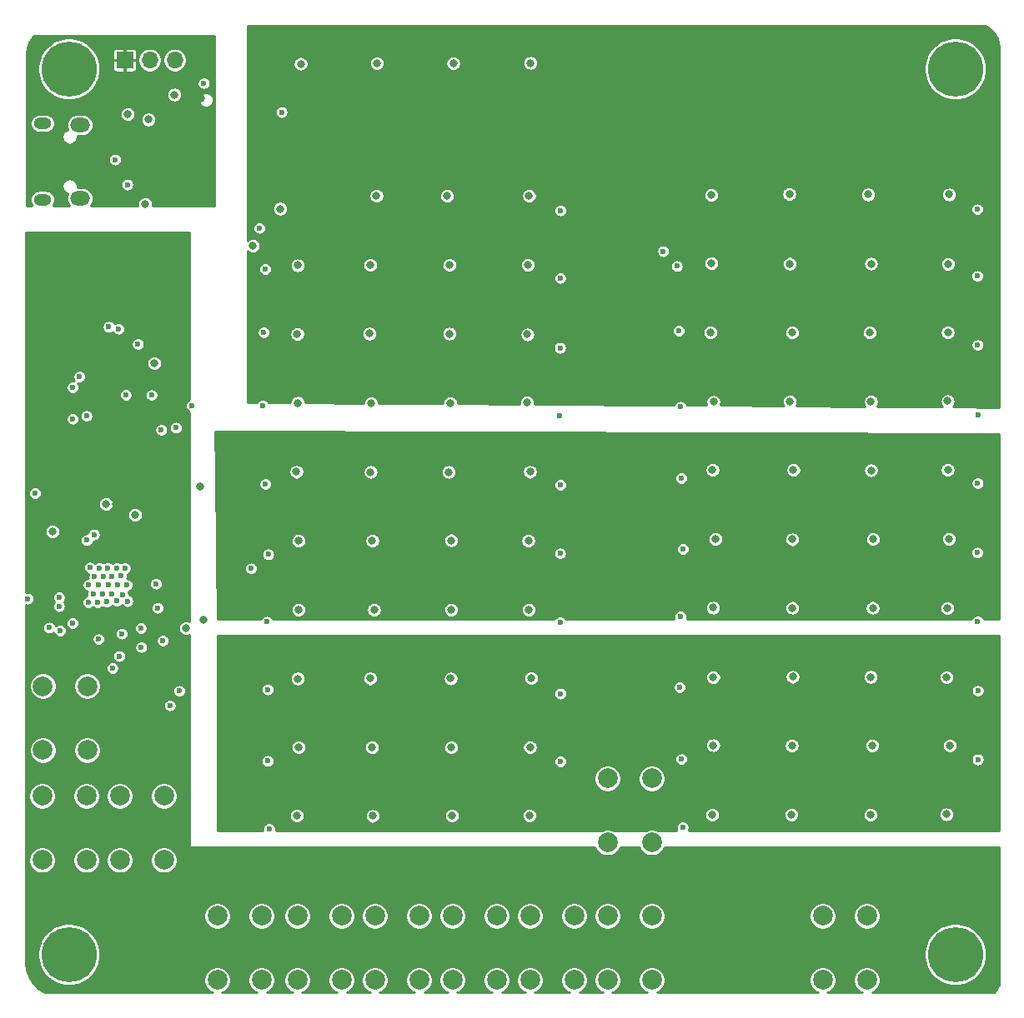
<source format=gbr>
G04 #@! TF.GenerationSoftware,KiCad,Pcbnew,5.1.5+dfsg1-2build2*
G04 #@! TF.CreationDate,2020-11-18T16:39:58+01:00*
G04 #@! TF.ProjectId,Logic_panel_v1,4c6f6769-635f-4706-916e-656c5f76312e,rev?*
G04 #@! TF.SameCoordinates,Original*
G04 #@! TF.FileFunction,Copper,L2,Inr*
G04 #@! TF.FilePolarity,Positive*
%FSLAX46Y46*%
G04 Gerber Fmt 4.6, Leading zero omitted, Abs format (unit mm)*
G04 Created by KiCad (PCBNEW 5.1.5+dfsg1-2build2) date 2020-11-18 16:39:58*
%MOMM*%
%LPD*%
G04 APERTURE LIST*
G04 #@! TA.AperFunction,ViaPad*
%ADD10C,5.600000*%
G04 #@! TD*
G04 #@! TA.AperFunction,ViaPad*
%ADD11O,2.000000X1.450000*%
G04 #@! TD*
G04 #@! TA.AperFunction,ViaPad*
%ADD12O,1.800000X1.150000*%
G04 #@! TD*
G04 #@! TA.AperFunction,ViaPad*
%ADD13R,1.700000X1.700000*%
G04 #@! TD*
G04 #@! TA.AperFunction,ViaPad*
%ADD14O,1.700000X1.700000*%
G04 #@! TD*
G04 #@! TA.AperFunction,ViaPad*
%ADD15C,2.000000*%
G04 #@! TD*
G04 #@! TA.AperFunction,ViaPad*
%ADD16C,0.800000*%
G04 #@! TD*
G04 #@! TA.AperFunction,ViaPad*
%ADD17C,0.600000*%
G04 #@! TD*
G04 #@! TA.AperFunction,Conductor*
%ADD18C,0.254000*%
G04 #@! TD*
G04 APERTURE END LIST*
D10*
G04 #@! TO.N,N/C*
G04 #@! TO.C,H1*
X55020001Y-145014862D03*
G04 #@! TD*
G04 #@! TO.N,N/C*
G04 #@! TO.C,H2*
X145020001Y-55014862D03*
G04 #@! TD*
G04 #@! TO.N,N/C*
G04 #@! TO.C,H3*
X55020001Y-55014862D03*
G04 #@! TD*
G04 #@! TO.N,N/C*
G04 #@! TO.C,H4*
X145020001Y-145014862D03*
G04 #@! TD*
D11*
G04 #@! TO.N,Board_1-GND*
G04 #@! TO.C,J1*
X56146001Y-60703862D03*
X56146001Y-68153862D03*
D12*
X52346001Y-60553862D03*
X52346001Y-68303862D03*
G04 #@! TD*
D13*
G04 #@! TO.N,Board_1-+5V*
G04 #@! TO.C,SW1*
X60684001Y-54130862D03*
D14*
G04 #@! TO.N,Board_1-V_IN*
X63224001Y-54130862D03*
G04 #@! TO.N,Board_1-Net-(SW1-Pad3)*
X65764001Y-54130862D03*
G04 #@! TD*
D15*
G04 #@! TO.N,Board_1-GND*
G04 #@! TO.C,SW2*
X74582001Y-147602862D03*
G04 #@! TO.N,Board_1-BARVA_1*
X70082001Y-147602862D03*
G04 #@! TO.N,Board_1-GND*
X74582001Y-141102862D03*
G04 #@! TO.N,Board_1-BARVA_1*
X70082001Y-141102862D03*
G04 #@! TD*
G04 #@! TO.N,Board_1-GND*
G04 #@! TO.C,SW3*
X82710001Y-147602862D03*
G04 #@! TO.N,Board_1-BARVA_2*
X78210001Y-147602862D03*
G04 #@! TO.N,Board_1-GND*
X82710001Y-141102862D03*
G04 #@! TO.N,Board_1-BARVA_2*
X78210001Y-141102862D03*
G04 #@! TD*
G04 #@! TO.N,Board_1-GND*
G04 #@! TO.C,SW4*
X64676001Y-135410862D03*
G04 #@! TO.N,Board_1-BTN_SIPKA_VPRAVO*
X60176001Y-135410862D03*
G04 #@! TO.N,Board_1-GND*
X64676001Y-128910862D03*
G04 #@! TO.N,Board_1-BTN_SIPKA_VPRAVO*
X60176001Y-128910862D03*
G04 #@! TD*
G04 #@! TO.N,Board_1-GND*
G04 #@! TO.C,SW5*
X90584001Y-147602862D03*
G04 #@! TO.N,Board_1-BARVA_3*
X86084001Y-147602862D03*
G04 #@! TO.N,Board_1-GND*
X90584001Y-141102862D03*
G04 #@! TO.N,Board_1-BARVA_3*
X86084001Y-141102862D03*
G04 #@! TD*
G04 #@! TO.N,Board_1-GND*
G04 #@! TO.C,SW6*
X56802001Y-135410862D03*
G04 #@! TO.N,Board_1-BTN_SIPKA_VLEVO*
X52302001Y-135410862D03*
G04 #@! TO.N,Board_1-GND*
X56802001Y-128910862D03*
G04 #@! TO.N,Board_1-BTN_SIPKA_VLEVO*
X52302001Y-128910862D03*
G04 #@! TD*
G04 #@! TO.N,Board_1-GND*
G04 #@! TO.C,SW8*
X98458001Y-147602862D03*
G04 #@! TO.N,Board_1-BARVA_4*
X93958001Y-147602862D03*
G04 #@! TO.N,Board_1-GND*
X98458001Y-141102862D03*
G04 #@! TO.N,Board_1-BARVA_4*
X93958001Y-141102862D03*
G04 #@! TD*
G04 #@! TO.N,Board_1-GND*
G04 #@! TO.C,SW9*
X106332001Y-147602862D03*
G04 #@! TO.N,Board_1-BARVA_5*
X101832001Y-147602862D03*
G04 #@! TO.N,Board_1-GND*
X106332001Y-141102862D03*
G04 #@! TO.N,Board_1-BARVA_5*
X101832001Y-141102862D03*
G04 #@! TD*
G04 #@! TO.N,Board_1-GND*
G04 #@! TO.C,SW10*
X114206001Y-147602862D03*
G04 #@! TO.N,Board_1-BARVA_6*
X109706001Y-147602862D03*
G04 #@! TO.N,Board_1-GND*
X114206001Y-141102862D03*
G04 #@! TO.N,Board_1-BARVA_6*
X109706001Y-141102862D03*
G04 #@! TD*
G04 #@! TO.N,Board_1-GND*
G04 #@! TO.C,SW11*
X136050001Y-147602862D03*
G04 #@! TO.N,Board_1-BTN_ENTER*
X131550001Y-147602862D03*
G04 #@! TO.N,Board_1-GND*
X136050001Y-141102862D03*
G04 #@! TO.N,Board_1-BTN_ENTER*
X131550001Y-141102862D03*
G04 #@! TD*
G04 #@! TO.N,Board_1-GND*
G04 #@! TO.C,SW12*
X114206001Y-133632862D03*
G04 #@! TO.N,Board_1-BTN_NEW_GAME*
X109706001Y-133632862D03*
G04 #@! TO.N,Board_1-GND*
X114206001Y-127132862D03*
G04 #@! TO.N,Board_1-BTN_NEW_GAME*
X109706001Y-127132862D03*
G04 #@! TD*
G04 #@! TO.N,Board_1-GND*
G04 #@! TO.C,SW7*
X56878001Y-124248862D03*
G04 #@! TO.N,Board_1-BTN_END*
X52378001Y-124248862D03*
G04 #@! TO.N,Board_1-GND*
X56878001Y-117748862D03*
G04 #@! TO.N,Board_1-BTN_END*
X52378001Y-117748862D03*
G04 #@! TD*
D16*
G04 #@! TO.N,Board_1-+3V3*
X55410001Y-77404862D03*
X54220001Y-100934862D03*
X59799952Y-99244962D03*
D17*
X62660001Y-104084862D03*
X105760001Y-137714862D03*
X97890001Y-137684862D03*
D16*
X57270001Y-97354862D03*
X65900001Y-82554862D03*
D17*
X54450001Y-107784862D03*
X62030001Y-79944862D03*
X63620001Y-110664862D03*
X64210001Y-105784862D03*
D16*
G04 #@! TO.N,Board_1-+5V*
X58240001Y-66774862D03*
X68380001Y-97454862D03*
X66900001Y-111854862D03*
X69130001Y-61584862D03*
D17*
G04 #@! TO.N,Board_1-/herni_LED.sch/10.sch/DATA_IN*
X104920001Y-125414862D03*
X75340001Y-132264862D03*
G04 #@! TO.N,Board_1-/herni_LED.sch/2.sch/DATA_IN*
X104910001Y-69404862D03*
X74950001Y-75374862D03*
G04 #@! TO.N,Board_1-/herni_LED.sch/3.sch/DATA_IN*
X104900001Y-76274862D03*
X74810001Y-81794862D03*
G04 #@! TO.N,Board_1-/herni_LED.sch/4.ch/DATA_IN*
X104880001Y-83364862D03*
X74680001Y-89214862D03*
G04 #@! TO.N,Board_1-/herni_LED.sch/5.sch/DATA_IN*
X104850001Y-90284862D03*
X74980001Y-97204862D03*
G04 #@! TO.N,Board_1-/herni_LED.sch/6.sch/DATA_IN*
X104910001Y-97294862D03*
X75260001Y-104354862D03*
G04 #@! TO.N,Board_1-/herni_LED.sch/7.sch/DATA_IN*
X104890001Y-104264862D03*
X75110001Y-111214862D03*
G04 #@! TO.N,Board_1-/herni_LED.sch/8.sch/DATA_IN*
X104890001Y-111264862D03*
X75210001Y-118084862D03*
G04 #@! TO.N,Board_1-/herni_LED.sch/9.sch/DATA_IN*
X104920001Y-118504862D03*
X75210001Y-125354862D03*
G04 #@! TO.N,Board_1-/hodnoceni_LED.sch/10.sch/DATA_IN*
X147300001Y-125194862D03*
X117340001Y-132094862D03*
G04 #@! TO.N,Board_1-/hodnoceni_LED.sch/2.sch/DATA_IN*
X147260001Y-69284862D03*
X116750001Y-75064862D03*
G04 #@! TO.N,Board_1-/hodnoceni_LED.sch/3.sch/DATA_IN*
X147250001Y-76064862D03*
X116930001Y-81624862D03*
G04 #@! TO.N,Board_1-/hodnoceni_LED.sch/4.ch/DATA_IN*
X147290001Y-83084862D03*
X117120001Y-89364862D03*
G04 #@! TO.N,Board_1-/hodnoceni_LED.sch/5.sch/DATA_IN*
X147300001Y-90214862D03*
X117190001Y-96614862D03*
G04 #@! TO.N,Board_1-/hodnoceni_LED.sch/6.sch/DATA_IN*
X147290001Y-97114862D03*
X117350001Y-103814862D03*
G04 #@! TO.N,Board_1-/hodnoceni_LED.sch/7.sch/DATA_IN*
X147260001Y-104174862D03*
X117120001Y-110684862D03*
G04 #@! TO.N,Board_1-/hodnoceni_LED.sch/8.sch/DATA_IN*
X147290001Y-111184862D03*
X117050001Y-117874862D03*
G04 #@! TO.N,Board_1-/hodnoceni_LED.sch/9.sch/DATA_IN*
X147300001Y-118224862D03*
X117210001Y-125164862D03*
G04 #@! TO.N,Board_1-BARVA_1*
X59430001Y-115924862D03*
X54130001Y-112114862D03*
G04 #@! TO.N,Board_1-BARVA_4*
X56830001Y-102914862D03*
X60370001Y-112414862D03*
G04 #@! TO.N,Board_1-BARVA_5*
X57560001Y-102334862D03*
X62370001Y-113784862D03*
G04 #@! TO.N,Board_1-BARVA_6*
X64010001Y-109794862D03*
X64560001Y-113124862D03*
G04 #@! TO.N,Board_1-BTN_END*
X53020001Y-111804862D03*
G04 #@! TO.N,Board_1-BTN_ENTER*
X65270001Y-119704862D03*
X60140001Y-114694862D03*
G04 #@! TO.N,Board_1-BTN_NEW_GAME*
X66220001Y-118234862D03*
X58030001Y-112974862D03*
G04 #@! TO.N,Board_1-DATA_herni_LED*
X74350001Y-71194862D03*
X62310001Y-111859862D03*
G04 #@! TO.N,Board_1-DATA_hodnoceni_LED*
X73510001Y-105784862D03*
X115350001Y-73544862D03*
G04 #@! TO.N,Board_1-DATA_zadani_LED*
X63870001Y-107334862D03*
X76620001Y-59404862D03*
G04 #@! TO.N,Board_1-GND*
X56990001Y-109224862D03*
X57940001Y-109234862D03*
X58860001Y-109174862D03*
X57510001Y-108424862D03*
X58460001Y-108394862D03*
X59400001Y-108364862D03*
X59870001Y-109084862D03*
X60960001Y-109104862D03*
X60430001Y-108434862D03*
X60900001Y-107484862D03*
X59970001Y-107484862D03*
X58990001Y-107434862D03*
X58010001Y-107464862D03*
X57030001Y-107464862D03*
X57620001Y-106644862D03*
X58490001Y-106604862D03*
X59390001Y-106604862D03*
X60290001Y-106554862D03*
X60690001Y-105744862D03*
X59890001Y-105734862D03*
X58960001Y-105724862D03*
X58090001Y-105734862D03*
X57150001Y-105694862D03*
D16*
X76480001Y-69234862D03*
X86240001Y-67924862D03*
X93420001Y-67934862D03*
X101730001Y-67934862D03*
X73700001Y-72994862D03*
X78230001Y-74974862D03*
X85610001Y-74934862D03*
X93670001Y-74944862D03*
X101590001Y-74914862D03*
X78200001Y-81944862D03*
X85520001Y-81914862D03*
X93640001Y-81924862D03*
X101570001Y-82004862D03*
X101510001Y-88934862D03*
X93720001Y-89004862D03*
X85700001Y-89014862D03*
X78270001Y-88954862D03*
X78120001Y-95964862D03*
X85650001Y-95984862D03*
X93600001Y-95984862D03*
X101830001Y-95964862D03*
X101660001Y-102964862D03*
X93830001Y-102934862D03*
X85820001Y-102964862D03*
X78320001Y-102984862D03*
X78320001Y-109964862D03*
X86000001Y-109984862D03*
X93800001Y-109964862D03*
X101720001Y-109964862D03*
X78240001Y-116984862D03*
X85610001Y-116964862D03*
X93780001Y-116974862D03*
X101960001Y-116944862D03*
X101840001Y-123964862D03*
X93840001Y-123984862D03*
X85800001Y-123954862D03*
X78340001Y-123974862D03*
X78170001Y-130914862D03*
X85850001Y-130934862D03*
X93900001Y-130914862D03*
X101770001Y-130884862D03*
X78550001Y-54504862D03*
X86300001Y-54434862D03*
X94050001Y-54454862D03*
X101890001Y-54414862D03*
X65740001Y-57634862D03*
X62780001Y-68744862D03*
X63100001Y-60154862D03*
X120230001Y-67844862D03*
X128160001Y-67764862D03*
X136160001Y-67784862D03*
X144390001Y-67784862D03*
X144270001Y-74834862D03*
X136460001Y-74814862D03*
X128200001Y-74824862D03*
X120260001Y-74774862D03*
X120140001Y-81794862D03*
X128430001Y-81814862D03*
X136310001Y-81814862D03*
X144250001Y-81824862D03*
X144240001Y-88774862D03*
X136450001Y-88824862D03*
X128220001Y-88814862D03*
X120460001Y-88854862D03*
X120370001Y-95774862D03*
X128570001Y-95764862D03*
X136460001Y-95814862D03*
X144250001Y-95754862D03*
X144350001Y-102774862D03*
X136650001Y-102814862D03*
X120640001Y-102804862D03*
X128480001Y-102824862D03*
X120430001Y-109774862D03*
X128480001Y-109794862D03*
X136630001Y-109794862D03*
X144210001Y-109824862D03*
X144130001Y-116824862D03*
X136410001Y-116814862D03*
X128500001Y-116794862D03*
X120440001Y-116824862D03*
X120440001Y-123754862D03*
X128420001Y-123784862D03*
X136560001Y-123774862D03*
X144460001Y-123804862D03*
X144100001Y-130774862D03*
X136400001Y-130834862D03*
X128390001Y-130794862D03*
X120330001Y-130814862D03*
X63690001Y-84924862D03*
X53340001Y-102044862D03*
X68660001Y-111014862D03*
X58800001Y-99234862D03*
X61720001Y-100334862D03*
D17*
X67480001Y-89244862D03*
X62030001Y-82994862D03*
D16*
X68420001Y-57964862D03*
D17*
G04 #@! TO.N,Board_1-IO0*
X60790001Y-88144862D03*
X63400001Y-88164862D03*
X64400001Y-91694862D03*
X51580001Y-98144862D03*
X54010000Y-109624862D03*
X50810001Y-108854862D03*
G04 #@! TO.N,Board_1-Net-(D7-Pad2)*
X59070001Y-81244862D03*
X59710001Y-64234862D03*
G04 #@! TO.N,Board_1-Net-(D8-Pad2)*
X60060001Y-81434862D03*
X60960001Y-66774862D03*
G04 #@! TO.N,Board_1-RX_ESP*
X56100001Y-86284862D03*
X56800001Y-90294862D03*
G04 #@! TO.N,Board_1-TX_ESP*
X55410001Y-87374862D03*
X55410001Y-90584862D03*
D16*
G04 #@! TO.N,Board_1-V_IN*
X61000001Y-59614862D03*
G04 #@! TO.N,Board_1-V_LED_1*
X80620001Y-52564862D03*
X88590001Y-52624862D03*
X96160001Y-52604862D03*
X106790001Y-57604862D03*
X80910001Y-66054862D03*
X88240001Y-66094862D03*
X96380001Y-66014862D03*
X104550001Y-66074862D03*
X80520001Y-73094862D03*
X88530001Y-73034862D03*
X96330001Y-73074862D03*
X104730001Y-73034862D03*
X80740001Y-80084862D03*
X88600001Y-80044862D03*
X96710001Y-80044862D03*
X104730001Y-80044862D03*
X80590001Y-87074862D03*
X88320001Y-87064862D03*
X96290001Y-87044862D03*
X104470001Y-87114862D03*
X122440001Y-65914862D03*
X130710001Y-65874862D03*
X138530001Y-65894862D03*
X146390001Y-65944862D03*
X139070001Y-72934862D03*
X146640001Y-72884862D03*
X130800001Y-72884862D03*
X122940001Y-72884862D03*
X122880001Y-79914862D03*
X130750001Y-79874862D03*
X138870001Y-79854862D03*
X146950001Y-79914862D03*
X123070001Y-86864862D03*
X130840001Y-86884862D03*
X139250001Y-86884862D03*
X146930001Y-86914862D03*
X74790001Y-64204862D03*
G04 #@! TO.N,Board_1-V_LED_2*
X80720001Y-94124862D03*
X88600001Y-94044862D03*
X96450001Y-94074862D03*
X80530001Y-108084862D03*
X104510001Y-94054862D03*
X104180001Y-101024862D03*
X96320001Y-101084862D03*
X104270001Y-108074862D03*
X96280001Y-108054862D03*
X88340001Y-108074862D03*
X88190001Y-101034862D03*
X80460001Y-101054862D03*
X123090001Y-93854862D03*
X131110001Y-93894862D03*
X139110001Y-93854862D03*
X146840001Y-93834862D03*
X146730001Y-100934862D03*
X138830001Y-100884862D03*
X131290001Y-100904862D03*
X123120001Y-100894862D03*
X123410001Y-107894862D03*
X130950001Y-107884862D03*
X139270001Y-107944862D03*
X146900001Y-107924862D03*
X73460001Y-93704862D03*
G04 #@! TO.N,Board_1-V_LED_3*
X80250001Y-115074862D03*
X88670001Y-115114862D03*
X96310001Y-115074862D03*
X104510001Y-115104862D03*
X80420001Y-122044862D03*
X88350001Y-122044862D03*
X96290001Y-122084862D03*
X104450001Y-122084862D03*
X80330001Y-129074862D03*
X88430001Y-129074862D03*
X96430001Y-129104862D03*
X104410001Y-129064862D03*
X122840001Y-114864862D03*
X130360001Y-114874862D03*
X138730001Y-114894862D03*
X146650001Y-114854862D03*
X146840001Y-121894862D03*
X138590001Y-121924862D03*
X123200001Y-121924862D03*
X131360001Y-121914862D03*
X122400001Y-128884862D03*
X131070001Y-128894862D03*
X138980001Y-128914862D03*
X147410001Y-128874862D03*
X73360001Y-115894862D03*
D17*
G04 #@! TO.N,Board_1-ZAPINANI_1_CAST_LED*
X68720001Y-56464862D03*
X54010001Y-108704862D03*
G04 #@! TO.N,Board_1-ZAPINANI_2_CAST_LED*
X65880001Y-91484862D03*
X55403705Y-111344972D03*
G04 #@! TD*
D18*
G04 #@! TO.N,Board_1-V_LED_1*
G36*
X148335299Y-50813205D02*
G01*
X148714993Y-51124051D01*
X149027088Y-51502738D01*
X149259679Y-51934821D01*
X149408115Y-52417508D01*
X149442989Y-52651294D01*
X149433038Y-89384048D01*
X144760004Y-89353704D01*
X144843537Y-89270171D01*
X144928570Y-89142910D01*
X144987142Y-89001505D01*
X145017001Y-88851390D01*
X145017001Y-88698334D01*
X144987142Y-88548219D01*
X144928570Y-88406814D01*
X144843537Y-88279553D01*
X144735310Y-88171326D01*
X144608049Y-88086293D01*
X144466644Y-88027721D01*
X144316529Y-87997862D01*
X144163473Y-87997862D01*
X144013358Y-88027721D01*
X143871953Y-88086293D01*
X143744692Y-88171326D01*
X143636465Y-88279553D01*
X143551432Y-88406814D01*
X143492860Y-88548219D01*
X143463001Y-88698334D01*
X143463001Y-88851390D01*
X143492860Y-89001505D01*
X143551432Y-89142910D01*
X143636465Y-89270171D01*
X143713200Y-89346906D01*
X137064520Y-89303733D01*
X137138570Y-89192910D01*
X137197142Y-89051505D01*
X137227001Y-88901390D01*
X137227001Y-88748334D01*
X137197142Y-88598219D01*
X137138570Y-88456814D01*
X137053537Y-88329553D01*
X136945310Y-88221326D01*
X136818049Y-88136293D01*
X136676644Y-88077721D01*
X136526529Y-88047862D01*
X136373473Y-88047862D01*
X136223358Y-88077721D01*
X136081953Y-88136293D01*
X135954692Y-88221326D01*
X135846465Y-88329553D01*
X135761432Y-88456814D01*
X135702860Y-88598219D01*
X135673001Y-88748334D01*
X135673001Y-88901390D01*
X135702860Y-89051505D01*
X135761432Y-89192910D01*
X135830126Y-89295718D01*
X128863422Y-89250479D01*
X128908570Y-89182910D01*
X128967142Y-89041505D01*
X128997001Y-88891390D01*
X128997001Y-88738334D01*
X128967142Y-88588219D01*
X128908570Y-88446814D01*
X128823537Y-88319553D01*
X128715310Y-88211326D01*
X128588049Y-88126293D01*
X128446644Y-88067721D01*
X128296529Y-88037862D01*
X128143473Y-88037862D01*
X127993358Y-88067721D01*
X127851953Y-88126293D01*
X127724692Y-88211326D01*
X127616465Y-88319553D01*
X127531432Y-88446814D01*
X127472860Y-88588219D01*
X127443001Y-88738334D01*
X127443001Y-88891390D01*
X127472860Y-89041505D01*
X127531432Y-89182910D01*
X127570973Y-89242087D01*
X121157876Y-89200443D01*
X121207142Y-89081505D01*
X121237001Y-88931390D01*
X121237001Y-88778334D01*
X121207142Y-88628219D01*
X121148570Y-88486814D01*
X121063537Y-88359553D01*
X120955310Y-88251326D01*
X120828049Y-88166293D01*
X120686644Y-88107721D01*
X120536529Y-88077862D01*
X120383473Y-88077862D01*
X120233358Y-88107721D01*
X120091953Y-88166293D01*
X119964692Y-88251326D01*
X119856465Y-88359553D01*
X119771432Y-88486814D01*
X119712860Y-88628219D01*
X119683001Y-88778334D01*
X119683001Y-88931390D01*
X119712860Y-89081505D01*
X119758362Y-89191355D01*
X117773188Y-89178465D01*
X117770985Y-89167388D01*
X117719951Y-89044182D01*
X117645861Y-88933299D01*
X117551564Y-88839002D01*
X117440681Y-88764912D01*
X117317475Y-88713878D01*
X117186680Y-88687862D01*
X117053322Y-88687862D01*
X116922527Y-88713878D01*
X116799321Y-88764912D01*
X116688438Y-88839002D01*
X116594141Y-88933299D01*
X116520051Y-89044182D01*
X116469017Y-89167388D01*
X116468499Y-89169993D01*
X102273788Y-89077819D01*
X102287001Y-89011390D01*
X102287001Y-88858334D01*
X102257142Y-88708219D01*
X102198570Y-88566814D01*
X102113537Y-88439553D01*
X102005310Y-88331326D01*
X101878049Y-88246293D01*
X101736644Y-88187721D01*
X101586529Y-88157862D01*
X101433473Y-88157862D01*
X101283358Y-88187721D01*
X101141953Y-88246293D01*
X101014692Y-88331326D01*
X100906465Y-88439553D01*
X100821432Y-88566814D01*
X100762860Y-88708219D01*
X100733001Y-88858334D01*
X100733001Y-89011390D01*
X100744239Y-89067887D01*
X94497001Y-89027320D01*
X94497001Y-88928334D01*
X94467142Y-88778219D01*
X94408570Y-88636814D01*
X94323537Y-88509553D01*
X94215310Y-88401326D01*
X94088049Y-88316293D01*
X93946644Y-88257721D01*
X93796529Y-88227862D01*
X93643473Y-88227862D01*
X93493358Y-88257721D01*
X93351953Y-88316293D01*
X93224692Y-88401326D01*
X93116465Y-88509553D01*
X93031432Y-88636814D01*
X92972860Y-88778219D01*
X92943001Y-88928334D01*
X92943001Y-89017230D01*
X86477001Y-88975243D01*
X86477001Y-88938334D01*
X86447142Y-88788219D01*
X86388570Y-88646814D01*
X86303537Y-88519553D01*
X86195310Y-88411326D01*
X86068049Y-88326293D01*
X85926644Y-88267721D01*
X85776529Y-88237862D01*
X85623473Y-88237862D01*
X85473358Y-88267721D01*
X85331953Y-88326293D01*
X85204692Y-88411326D01*
X85096465Y-88519553D01*
X85011432Y-88646814D01*
X84952860Y-88788219D01*
X84923001Y-88938334D01*
X84923001Y-88965152D01*
X79047001Y-88926996D01*
X79047001Y-88878334D01*
X79017142Y-88728219D01*
X78958570Y-88586814D01*
X78873537Y-88459553D01*
X78765310Y-88351326D01*
X78638049Y-88266293D01*
X78496644Y-88207721D01*
X78346529Y-88177862D01*
X78193473Y-88177862D01*
X78043358Y-88207721D01*
X77901953Y-88266293D01*
X77774692Y-88351326D01*
X77666465Y-88459553D01*
X77581432Y-88586814D01*
X77522860Y-88728219D01*
X77493001Y-88878334D01*
X77493001Y-88916905D01*
X75283420Y-88902557D01*
X75279951Y-88894182D01*
X75205861Y-88783299D01*
X75111564Y-88689002D01*
X75000681Y-88614912D01*
X74877475Y-88563878D01*
X74746680Y-88537862D01*
X74613322Y-88537862D01*
X74482527Y-88563878D01*
X74359321Y-88614912D01*
X74248438Y-88689002D01*
X74154141Y-88783299D01*
X74080051Y-88894182D01*
X74079819Y-88894741D01*
X73147001Y-88888684D01*
X73147001Y-83298183D01*
X104203001Y-83298183D01*
X104203001Y-83431541D01*
X104229017Y-83562336D01*
X104280051Y-83685542D01*
X104354141Y-83796425D01*
X104448438Y-83890722D01*
X104559321Y-83964812D01*
X104682527Y-84015846D01*
X104813322Y-84041862D01*
X104946680Y-84041862D01*
X105077475Y-84015846D01*
X105200681Y-83964812D01*
X105311564Y-83890722D01*
X105405861Y-83796425D01*
X105479951Y-83685542D01*
X105530985Y-83562336D01*
X105557001Y-83431541D01*
X105557001Y-83298183D01*
X105530985Y-83167388D01*
X105479951Y-83044182D01*
X105462579Y-83018183D01*
X146613001Y-83018183D01*
X146613001Y-83151541D01*
X146639017Y-83282336D01*
X146690051Y-83405542D01*
X146764141Y-83516425D01*
X146858438Y-83610722D01*
X146969321Y-83684812D01*
X147092527Y-83735846D01*
X147223322Y-83761862D01*
X147356680Y-83761862D01*
X147487475Y-83735846D01*
X147610681Y-83684812D01*
X147721564Y-83610722D01*
X147815861Y-83516425D01*
X147889951Y-83405542D01*
X147940985Y-83282336D01*
X147967001Y-83151541D01*
X147967001Y-83018183D01*
X147940985Y-82887388D01*
X147889951Y-82764182D01*
X147815861Y-82653299D01*
X147721564Y-82559002D01*
X147610681Y-82484912D01*
X147487475Y-82433878D01*
X147356680Y-82407862D01*
X147223322Y-82407862D01*
X147092527Y-82433878D01*
X146969321Y-82484912D01*
X146858438Y-82559002D01*
X146764141Y-82653299D01*
X146690051Y-82764182D01*
X146639017Y-82887388D01*
X146613001Y-83018183D01*
X105462579Y-83018183D01*
X105405861Y-82933299D01*
X105311564Y-82839002D01*
X105200681Y-82764912D01*
X105077475Y-82713878D01*
X104946680Y-82687862D01*
X104813322Y-82687862D01*
X104682527Y-82713878D01*
X104559321Y-82764912D01*
X104448438Y-82839002D01*
X104354141Y-82933299D01*
X104280051Y-83044182D01*
X104229017Y-83167388D01*
X104203001Y-83298183D01*
X73147001Y-83298183D01*
X73147001Y-81728183D01*
X74133001Y-81728183D01*
X74133001Y-81861541D01*
X74159017Y-81992336D01*
X74210051Y-82115542D01*
X74284141Y-82226425D01*
X74378438Y-82320722D01*
X74489321Y-82394812D01*
X74612527Y-82445846D01*
X74743322Y-82471862D01*
X74876680Y-82471862D01*
X75007475Y-82445846D01*
X75130681Y-82394812D01*
X75241564Y-82320722D01*
X75335861Y-82226425D01*
X75409951Y-82115542D01*
X75460985Y-81992336D01*
X75485649Y-81868334D01*
X77423001Y-81868334D01*
X77423001Y-82021390D01*
X77452860Y-82171505D01*
X77511432Y-82312910D01*
X77596465Y-82440171D01*
X77704692Y-82548398D01*
X77831953Y-82633431D01*
X77973358Y-82692003D01*
X78123473Y-82721862D01*
X78276529Y-82721862D01*
X78426644Y-82692003D01*
X78568049Y-82633431D01*
X78695310Y-82548398D01*
X78803537Y-82440171D01*
X78888570Y-82312910D01*
X78947142Y-82171505D01*
X78977001Y-82021390D01*
X78977001Y-81868334D01*
X78971034Y-81838334D01*
X84743001Y-81838334D01*
X84743001Y-81991390D01*
X84772860Y-82141505D01*
X84831432Y-82282910D01*
X84916465Y-82410171D01*
X85024692Y-82518398D01*
X85151953Y-82603431D01*
X85293358Y-82662003D01*
X85443473Y-82691862D01*
X85596529Y-82691862D01*
X85746644Y-82662003D01*
X85888049Y-82603431D01*
X86015310Y-82518398D01*
X86123537Y-82410171D01*
X86208570Y-82282910D01*
X86267142Y-82141505D01*
X86297001Y-81991390D01*
X86297001Y-81848334D01*
X92863001Y-81848334D01*
X92863001Y-82001390D01*
X92892860Y-82151505D01*
X92951432Y-82292910D01*
X93036465Y-82420171D01*
X93144692Y-82528398D01*
X93271953Y-82613431D01*
X93413358Y-82672003D01*
X93563473Y-82701862D01*
X93716529Y-82701862D01*
X93866644Y-82672003D01*
X94008049Y-82613431D01*
X94135310Y-82528398D01*
X94243537Y-82420171D01*
X94328570Y-82292910D01*
X94387142Y-82151505D01*
X94417001Y-82001390D01*
X94417001Y-81928334D01*
X100793001Y-81928334D01*
X100793001Y-82081390D01*
X100822860Y-82231505D01*
X100881432Y-82372910D01*
X100966465Y-82500171D01*
X101074692Y-82608398D01*
X101201953Y-82693431D01*
X101343358Y-82752003D01*
X101493473Y-82781862D01*
X101646529Y-82781862D01*
X101796644Y-82752003D01*
X101938049Y-82693431D01*
X102065310Y-82608398D01*
X102173537Y-82500171D01*
X102258570Y-82372910D01*
X102317142Y-82231505D01*
X102347001Y-82081390D01*
X102347001Y-81928334D01*
X102317142Y-81778219D01*
X102258570Y-81636814D01*
X102206031Y-81558183D01*
X116253001Y-81558183D01*
X116253001Y-81691541D01*
X116279017Y-81822336D01*
X116330051Y-81945542D01*
X116404141Y-82056425D01*
X116498438Y-82150722D01*
X116609321Y-82224812D01*
X116732527Y-82275846D01*
X116863322Y-82301862D01*
X116996680Y-82301862D01*
X117127475Y-82275846D01*
X117250681Y-82224812D01*
X117361564Y-82150722D01*
X117455861Y-82056425D01*
X117529951Y-81945542D01*
X117580985Y-81822336D01*
X117601671Y-81718334D01*
X119363001Y-81718334D01*
X119363001Y-81871390D01*
X119392860Y-82021505D01*
X119451432Y-82162910D01*
X119536465Y-82290171D01*
X119644692Y-82398398D01*
X119771953Y-82483431D01*
X119913358Y-82542003D01*
X120063473Y-82571862D01*
X120216529Y-82571862D01*
X120366644Y-82542003D01*
X120508049Y-82483431D01*
X120635310Y-82398398D01*
X120743537Y-82290171D01*
X120828570Y-82162910D01*
X120887142Y-82021505D01*
X120917001Y-81871390D01*
X120917001Y-81738334D01*
X127653001Y-81738334D01*
X127653001Y-81891390D01*
X127682860Y-82041505D01*
X127741432Y-82182910D01*
X127826465Y-82310171D01*
X127934692Y-82418398D01*
X128061953Y-82503431D01*
X128203358Y-82562003D01*
X128353473Y-82591862D01*
X128506529Y-82591862D01*
X128656644Y-82562003D01*
X128798049Y-82503431D01*
X128925310Y-82418398D01*
X129033537Y-82310171D01*
X129118570Y-82182910D01*
X129177142Y-82041505D01*
X129207001Y-81891390D01*
X129207001Y-81738334D01*
X135533001Y-81738334D01*
X135533001Y-81891390D01*
X135562860Y-82041505D01*
X135621432Y-82182910D01*
X135706465Y-82310171D01*
X135814692Y-82418398D01*
X135941953Y-82503431D01*
X136083358Y-82562003D01*
X136233473Y-82591862D01*
X136386529Y-82591862D01*
X136536644Y-82562003D01*
X136678049Y-82503431D01*
X136805310Y-82418398D01*
X136913537Y-82310171D01*
X136998570Y-82182910D01*
X137057142Y-82041505D01*
X137087001Y-81891390D01*
X137087001Y-81748334D01*
X143473001Y-81748334D01*
X143473001Y-81901390D01*
X143502860Y-82051505D01*
X143561432Y-82192910D01*
X143646465Y-82320171D01*
X143754692Y-82428398D01*
X143881953Y-82513431D01*
X144023358Y-82572003D01*
X144173473Y-82601862D01*
X144326529Y-82601862D01*
X144476644Y-82572003D01*
X144618049Y-82513431D01*
X144745310Y-82428398D01*
X144853537Y-82320171D01*
X144938570Y-82192910D01*
X144997142Y-82051505D01*
X145027001Y-81901390D01*
X145027001Y-81748334D01*
X144997142Y-81598219D01*
X144938570Y-81456814D01*
X144853537Y-81329553D01*
X144745310Y-81221326D01*
X144618049Y-81136293D01*
X144476644Y-81077721D01*
X144326529Y-81047862D01*
X144173473Y-81047862D01*
X144023358Y-81077721D01*
X143881953Y-81136293D01*
X143754692Y-81221326D01*
X143646465Y-81329553D01*
X143561432Y-81456814D01*
X143502860Y-81598219D01*
X143473001Y-81748334D01*
X137087001Y-81748334D01*
X137087001Y-81738334D01*
X137057142Y-81588219D01*
X136998570Y-81446814D01*
X136913537Y-81319553D01*
X136805310Y-81211326D01*
X136678049Y-81126293D01*
X136536644Y-81067721D01*
X136386529Y-81037862D01*
X136233473Y-81037862D01*
X136083358Y-81067721D01*
X135941953Y-81126293D01*
X135814692Y-81211326D01*
X135706465Y-81319553D01*
X135621432Y-81446814D01*
X135562860Y-81588219D01*
X135533001Y-81738334D01*
X129207001Y-81738334D01*
X129177142Y-81588219D01*
X129118570Y-81446814D01*
X129033537Y-81319553D01*
X128925310Y-81211326D01*
X128798049Y-81126293D01*
X128656644Y-81067721D01*
X128506529Y-81037862D01*
X128353473Y-81037862D01*
X128203358Y-81067721D01*
X128061953Y-81126293D01*
X127934692Y-81211326D01*
X127826465Y-81319553D01*
X127741432Y-81446814D01*
X127682860Y-81588219D01*
X127653001Y-81738334D01*
X120917001Y-81738334D01*
X120917001Y-81718334D01*
X120887142Y-81568219D01*
X120828570Y-81426814D01*
X120743537Y-81299553D01*
X120635310Y-81191326D01*
X120508049Y-81106293D01*
X120366644Y-81047721D01*
X120216529Y-81017862D01*
X120063473Y-81017862D01*
X119913358Y-81047721D01*
X119771953Y-81106293D01*
X119644692Y-81191326D01*
X119536465Y-81299553D01*
X119451432Y-81426814D01*
X119392860Y-81568219D01*
X119363001Y-81718334D01*
X117601671Y-81718334D01*
X117607001Y-81691541D01*
X117607001Y-81558183D01*
X117580985Y-81427388D01*
X117529951Y-81304182D01*
X117455861Y-81193299D01*
X117361564Y-81099002D01*
X117250681Y-81024912D01*
X117127475Y-80973878D01*
X116996680Y-80947862D01*
X116863322Y-80947862D01*
X116732527Y-80973878D01*
X116609321Y-81024912D01*
X116498438Y-81099002D01*
X116404141Y-81193299D01*
X116330051Y-81304182D01*
X116279017Y-81427388D01*
X116253001Y-81558183D01*
X102206031Y-81558183D01*
X102173537Y-81509553D01*
X102065310Y-81401326D01*
X101938049Y-81316293D01*
X101796644Y-81257721D01*
X101646529Y-81227862D01*
X101493473Y-81227862D01*
X101343358Y-81257721D01*
X101201953Y-81316293D01*
X101074692Y-81401326D01*
X100966465Y-81509553D01*
X100881432Y-81636814D01*
X100822860Y-81778219D01*
X100793001Y-81928334D01*
X94417001Y-81928334D01*
X94417001Y-81848334D01*
X94387142Y-81698219D01*
X94328570Y-81556814D01*
X94243537Y-81429553D01*
X94135310Y-81321326D01*
X94008049Y-81236293D01*
X93866644Y-81177721D01*
X93716529Y-81147862D01*
X93563473Y-81147862D01*
X93413358Y-81177721D01*
X93271953Y-81236293D01*
X93144692Y-81321326D01*
X93036465Y-81429553D01*
X92951432Y-81556814D01*
X92892860Y-81698219D01*
X92863001Y-81848334D01*
X86297001Y-81848334D01*
X86297001Y-81838334D01*
X86267142Y-81688219D01*
X86208570Y-81546814D01*
X86123537Y-81419553D01*
X86015310Y-81311326D01*
X85888049Y-81226293D01*
X85746644Y-81167721D01*
X85596529Y-81137862D01*
X85443473Y-81137862D01*
X85293358Y-81167721D01*
X85151953Y-81226293D01*
X85024692Y-81311326D01*
X84916465Y-81419553D01*
X84831432Y-81546814D01*
X84772860Y-81688219D01*
X84743001Y-81838334D01*
X78971034Y-81838334D01*
X78947142Y-81718219D01*
X78888570Y-81576814D01*
X78803537Y-81449553D01*
X78695310Y-81341326D01*
X78568049Y-81256293D01*
X78426644Y-81197721D01*
X78276529Y-81167862D01*
X78123473Y-81167862D01*
X77973358Y-81197721D01*
X77831953Y-81256293D01*
X77704692Y-81341326D01*
X77596465Y-81449553D01*
X77511432Y-81576814D01*
X77452860Y-81718219D01*
X77423001Y-81868334D01*
X75485649Y-81868334D01*
X75487001Y-81861541D01*
X75487001Y-81728183D01*
X75460985Y-81597388D01*
X75409951Y-81474182D01*
X75335861Y-81363299D01*
X75241564Y-81269002D01*
X75130681Y-81194912D01*
X75007475Y-81143878D01*
X74876680Y-81117862D01*
X74743322Y-81117862D01*
X74612527Y-81143878D01*
X74489321Y-81194912D01*
X74378438Y-81269002D01*
X74284141Y-81363299D01*
X74210051Y-81474182D01*
X74159017Y-81597388D01*
X74133001Y-81728183D01*
X73147001Y-81728183D01*
X73147001Y-76208183D01*
X104223001Y-76208183D01*
X104223001Y-76341541D01*
X104249017Y-76472336D01*
X104300051Y-76595542D01*
X104374141Y-76706425D01*
X104468438Y-76800722D01*
X104579321Y-76874812D01*
X104702527Y-76925846D01*
X104833322Y-76951862D01*
X104966680Y-76951862D01*
X105097475Y-76925846D01*
X105220681Y-76874812D01*
X105331564Y-76800722D01*
X105425861Y-76706425D01*
X105499951Y-76595542D01*
X105550985Y-76472336D01*
X105577001Y-76341541D01*
X105577001Y-76208183D01*
X105550985Y-76077388D01*
X105518177Y-75998183D01*
X146573001Y-75998183D01*
X146573001Y-76131541D01*
X146599017Y-76262336D01*
X146650051Y-76385542D01*
X146724141Y-76496425D01*
X146818438Y-76590722D01*
X146929321Y-76664812D01*
X147052527Y-76715846D01*
X147183322Y-76741862D01*
X147316680Y-76741862D01*
X147447475Y-76715846D01*
X147570681Y-76664812D01*
X147681564Y-76590722D01*
X147775861Y-76496425D01*
X147849951Y-76385542D01*
X147900985Y-76262336D01*
X147927001Y-76131541D01*
X147927001Y-75998183D01*
X147900985Y-75867388D01*
X147849951Y-75744182D01*
X147775861Y-75633299D01*
X147681564Y-75539002D01*
X147570681Y-75464912D01*
X147447475Y-75413878D01*
X147316680Y-75387862D01*
X147183322Y-75387862D01*
X147052527Y-75413878D01*
X146929321Y-75464912D01*
X146818438Y-75539002D01*
X146724141Y-75633299D01*
X146650051Y-75744182D01*
X146599017Y-75867388D01*
X146573001Y-75998183D01*
X105518177Y-75998183D01*
X105499951Y-75954182D01*
X105425861Y-75843299D01*
X105331564Y-75749002D01*
X105220681Y-75674912D01*
X105097475Y-75623878D01*
X104966680Y-75597862D01*
X104833322Y-75597862D01*
X104702527Y-75623878D01*
X104579321Y-75674912D01*
X104468438Y-75749002D01*
X104374141Y-75843299D01*
X104300051Y-75954182D01*
X104249017Y-76077388D01*
X104223001Y-76208183D01*
X73147001Y-76208183D01*
X73147001Y-75308183D01*
X74273001Y-75308183D01*
X74273001Y-75441541D01*
X74299017Y-75572336D01*
X74350051Y-75695542D01*
X74424141Y-75806425D01*
X74518438Y-75900722D01*
X74629321Y-75974812D01*
X74752527Y-76025846D01*
X74883322Y-76051862D01*
X75016680Y-76051862D01*
X75147475Y-76025846D01*
X75270681Y-75974812D01*
X75381564Y-75900722D01*
X75475861Y-75806425D01*
X75549951Y-75695542D01*
X75600985Y-75572336D01*
X75627001Y-75441541D01*
X75627001Y-75308183D01*
X75600985Y-75177388D01*
X75549951Y-75054182D01*
X75475861Y-74943299D01*
X75430896Y-74898334D01*
X77453001Y-74898334D01*
X77453001Y-75051390D01*
X77482860Y-75201505D01*
X77541432Y-75342910D01*
X77626465Y-75470171D01*
X77734692Y-75578398D01*
X77861953Y-75663431D01*
X78003358Y-75722003D01*
X78153473Y-75751862D01*
X78306529Y-75751862D01*
X78456644Y-75722003D01*
X78598049Y-75663431D01*
X78725310Y-75578398D01*
X78833537Y-75470171D01*
X78918570Y-75342910D01*
X78977142Y-75201505D01*
X79007001Y-75051390D01*
X79007001Y-74898334D01*
X78999045Y-74858334D01*
X84833001Y-74858334D01*
X84833001Y-75011390D01*
X84862860Y-75161505D01*
X84921432Y-75302910D01*
X85006465Y-75430171D01*
X85114692Y-75538398D01*
X85241953Y-75623431D01*
X85383358Y-75682003D01*
X85533473Y-75711862D01*
X85686529Y-75711862D01*
X85836644Y-75682003D01*
X85978049Y-75623431D01*
X86105310Y-75538398D01*
X86213537Y-75430171D01*
X86298570Y-75302910D01*
X86357142Y-75161505D01*
X86387001Y-75011390D01*
X86387001Y-74868334D01*
X92893001Y-74868334D01*
X92893001Y-75021390D01*
X92922860Y-75171505D01*
X92981432Y-75312910D01*
X93066465Y-75440171D01*
X93174692Y-75548398D01*
X93301953Y-75633431D01*
X93443358Y-75692003D01*
X93593473Y-75721862D01*
X93746529Y-75721862D01*
X93896644Y-75692003D01*
X94038049Y-75633431D01*
X94165310Y-75548398D01*
X94273537Y-75440171D01*
X94358570Y-75312910D01*
X94417142Y-75171505D01*
X94447001Y-75021390D01*
X94447001Y-74868334D01*
X94441034Y-74838334D01*
X100813001Y-74838334D01*
X100813001Y-74991390D01*
X100842860Y-75141505D01*
X100901432Y-75282910D01*
X100986465Y-75410171D01*
X101094692Y-75518398D01*
X101221953Y-75603431D01*
X101363358Y-75662003D01*
X101513473Y-75691862D01*
X101666529Y-75691862D01*
X101816644Y-75662003D01*
X101958049Y-75603431D01*
X102085310Y-75518398D01*
X102193537Y-75410171D01*
X102278570Y-75282910D01*
X102337142Y-75141505D01*
X102365649Y-74998183D01*
X116073001Y-74998183D01*
X116073001Y-75131541D01*
X116099017Y-75262336D01*
X116150051Y-75385542D01*
X116224141Y-75496425D01*
X116318438Y-75590722D01*
X116429321Y-75664812D01*
X116552527Y-75715846D01*
X116683322Y-75741862D01*
X116816680Y-75741862D01*
X116947475Y-75715846D01*
X117070681Y-75664812D01*
X117181564Y-75590722D01*
X117275861Y-75496425D01*
X117349951Y-75385542D01*
X117400985Y-75262336D01*
X117427001Y-75131541D01*
X117427001Y-74998183D01*
X117400985Y-74867388D01*
X117349951Y-74744182D01*
X117319317Y-74698334D01*
X119483001Y-74698334D01*
X119483001Y-74851390D01*
X119512860Y-75001505D01*
X119571432Y-75142910D01*
X119656465Y-75270171D01*
X119764692Y-75378398D01*
X119891953Y-75463431D01*
X120033358Y-75522003D01*
X120183473Y-75551862D01*
X120336529Y-75551862D01*
X120486644Y-75522003D01*
X120628049Y-75463431D01*
X120755310Y-75378398D01*
X120863537Y-75270171D01*
X120948570Y-75142910D01*
X121007142Y-75001505D01*
X121037001Y-74851390D01*
X121037001Y-74748334D01*
X127423001Y-74748334D01*
X127423001Y-74901390D01*
X127452860Y-75051505D01*
X127511432Y-75192910D01*
X127596465Y-75320171D01*
X127704692Y-75428398D01*
X127831953Y-75513431D01*
X127973358Y-75572003D01*
X128123473Y-75601862D01*
X128276529Y-75601862D01*
X128426644Y-75572003D01*
X128568049Y-75513431D01*
X128695310Y-75428398D01*
X128803537Y-75320171D01*
X128888570Y-75192910D01*
X128947142Y-75051505D01*
X128977001Y-74901390D01*
X128977001Y-74748334D01*
X128975012Y-74738334D01*
X135683001Y-74738334D01*
X135683001Y-74891390D01*
X135712860Y-75041505D01*
X135771432Y-75182910D01*
X135856465Y-75310171D01*
X135964692Y-75418398D01*
X136091953Y-75503431D01*
X136233358Y-75562003D01*
X136383473Y-75591862D01*
X136536529Y-75591862D01*
X136686644Y-75562003D01*
X136828049Y-75503431D01*
X136955310Y-75418398D01*
X137063537Y-75310171D01*
X137148570Y-75182910D01*
X137207142Y-75041505D01*
X137237001Y-74891390D01*
X137237001Y-74758334D01*
X143493001Y-74758334D01*
X143493001Y-74911390D01*
X143522860Y-75061505D01*
X143581432Y-75202910D01*
X143666465Y-75330171D01*
X143774692Y-75438398D01*
X143901953Y-75523431D01*
X144043358Y-75582003D01*
X144193473Y-75611862D01*
X144346529Y-75611862D01*
X144496644Y-75582003D01*
X144638049Y-75523431D01*
X144765310Y-75438398D01*
X144873537Y-75330171D01*
X144958570Y-75202910D01*
X145017142Y-75061505D01*
X145047001Y-74911390D01*
X145047001Y-74758334D01*
X145017142Y-74608219D01*
X144958570Y-74466814D01*
X144873537Y-74339553D01*
X144765310Y-74231326D01*
X144638049Y-74146293D01*
X144496644Y-74087721D01*
X144346529Y-74057862D01*
X144193473Y-74057862D01*
X144043358Y-74087721D01*
X143901953Y-74146293D01*
X143774692Y-74231326D01*
X143666465Y-74339553D01*
X143581432Y-74466814D01*
X143522860Y-74608219D01*
X143493001Y-74758334D01*
X137237001Y-74758334D01*
X137237001Y-74738334D01*
X137207142Y-74588219D01*
X137148570Y-74446814D01*
X137063537Y-74319553D01*
X136955310Y-74211326D01*
X136828049Y-74126293D01*
X136686644Y-74067721D01*
X136536529Y-74037862D01*
X136383473Y-74037862D01*
X136233358Y-74067721D01*
X136091953Y-74126293D01*
X135964692Y-74211326D01*
X135856465Y-74319553D01*
X135771432Y-74446814D01*
X135712860Y-74588219D01*
X135683001Y-74738334D01*
X128975012Y-74738334D01*
X128947142Y-74598219D01*
X128888570Y-74456814D01*
X128803537Y-74329553D01*
X128695310Y-74221326D01*
X128568049Y-74136293D01*
X128426644Y-74077721D01*
X128276529Y-74047862D01*
X128123473Y-74047862D01*
X127973358Y-74077721D01*
X127831953Y-74136293D01*
X127704692Y-74221326D01*
X127596465Y-74329553D01*
X127511432Y-74456814D01*
X127452860Y-74598219D01*
X127423001Y-74748334D01*
X121037001Y-74748334D01*
X121037001Y-74698334D01*
X121007142Y-74548219D01*
X120948570Y-74406814D01*
X120863537Y-74279553D01*
X120755310Y-74171326D01*
X120628049Y-74086293D01*
X120486644Y-74027721D01*
X120336529Y-73997862D01*
X120183473Y-73997862D01*
X120033358Y-74027721D01*
X119891953Y-74086293D01*
X119764692Y-74171326D01*
X119656465Y-74279553D01*
X119571432Y-74406814D01*
X119512860Y-74548219D01*
X119483001Y-74698334D01*
X117319317Y-74698334D01*
X117275861Y-74633299D01*
X117181564Y-74539002D01*
X117070681Y-74464912D01*
X116947475Y-74413878D01*
X116816680Y-74387862D01*
X116683322Y-74387862D01*
X116552527Y-74413878D01*
X116429321Y-74464912D01*
X116318438Y-74539002D01*
X116224141Y-74633299D01*
X116150051Y-74744182D01*
X116099017Y-74867388D01*
X116073001Y-74998183D01*
X102365649Y-74998183D01*
X102367001Y-74991390D01*
X102367001Y-74838334D01*
X102337142Y-74688219D01*
X102278570Y-74546814D01*
X102193537Y-74419553D01*
X102085310Y-74311326D01*
X101958049Y-74226293D01*
X101816644Y-74167721D01*
X101666529Y-74137862D01*
X101513473Y-74137862D01*
X101363358Y-74167721D01*
X101221953Y-74226293D01*
X101094692Y-74311326D01*
X100986465Y-74419553D01*
X100901432Y-74546814D01*
X100842860Y-74688219D01*
X100813001Y-74838334D01*
X94441034Y-74838334D01*
X94417142Y-74718219D01*
X94358570Y-74576814D01*
X94273537Y-74449553D01*
X94165310Y-74341326D01*
X94038049Y-74256293D01*
X93896644Y-74197721D01*
X93746529Y-74167862D01*
X93593473Y-74167862D01*
X93443358Y-74197721D01*
X93301953Y-74256293D01*
X93174692Y-74341326D01*
X93066465Y-74449553D01*
X92981432Y-74576814D01*
X92922860Y-74718219D01*
X92893001Y-74868334D01*
X86387001Y-74868334D01*
X86387001Y-74858334D01*
X86357142Y-74708219D01*
X86298570Y-74566814D01*
X86213537Y-74439553D01*
X86105310Y-74331326D01*
X85978049Y-74246293D01*
X85836644Y-74187721D01*
X85686529Y-74157862D01*
X85533473Y-74157862D01*
X85383358Y-74187721D01*
X85241953Y-74246293D01*
X85114692Y-74331326D01*
X85006465Y-74439553D01*
X84921432Y-74566814D01*
X84862860Y-74708219D01*
X84833001Y-74858334D01*
X78999045Y-74858334D01*
X78977142Y-74748219D01*
X78918570Y-74606814D01*
X78833537Y-74479553D01*
X78725310Y-74371326D01*
X78598049Y-74286293D01*
X78456644Y-74227721D01*
X78306529Y-74197862D01*
X78153473Y-74197862D01*
X78003358Y-74227721D01*
X77861953Y-74286293D01*
X77734692Y-74371326D01*
X77626465Y-74479553D01*
X77541432Y-74606814D01*
X77482860Y-74748219D01*
X77453001Y-74898334D01*
X75430896Y-74898334D01*
X75381564Y-74849002D01*
X75270681Y-74774912D01*
X75147475Y-74723878D01*
X75016680Y-74697862D01*
X74883322Y-74697862D01*
X74752527Y-74723878D01*
X74629321Y-74774912D01*
X74518438Y-74849002D01*
X74424141Y-74943299D01*
X74350051Y-75054182D01*
X74299017Y-75177388D01*
X74273001Y-75308183D01*
X73147001Y-75308183D01*
X73147001Y-73540707D01*
X73204692Y-73598398D01*
X73331953Y-73683431D01*
X73473358Y-73742003D01*
X73623473Y-73771862D01*
X73776529Y-73771862D01*
X73926644Y-73742003D01*
X74068049Y-73683431D01*
X74195310Y-73598398D01*
X74303537Y-73490171D01*
X74311547Y-73478183D01*
X114673001Y-73478183D01*
X114673001Y-73611541D01*
X114699017Y-73742336D01*
X114750051Y-73865542D01*
X114824141Y-73976425D01*
X114918438Y-74070722D01*
X115029321Y-74144812D01*
X115152527Y-74195846D01*
X115283322Y-74221862D01*
X115416680Y-74221862D01*
X115547475Y-74195846D01*
X115670681Y-74144812D01*
X115781564Y-74070722D01*
X115875861Y-73976425D01*
X115949951Y-73865542D01*
X116000985Y-73742336D01*
X116027001Y-73611541D01*
X116027001Y-73478183D01*
X116000985Y-73347388D01*
X115949951Y-73224182D01*
X115875861Y-73113299D01*
X115781564Y-73019002D01*
X115670681Y-72944912D01*
X115547475Y-72893878D01*
X115416680Y-72867862D01*
X115283322Y-72867862D01*
X115152527Y-72893878D01*
X115029321Y-72944912D01*
X114918438Y-73019002D01*
X114824141Y-73113299D01*
X114750051Y-73224182D01*
X114699017Y-73347388D01*
X114673001Y-73478183D01*
X74311547Y-73478183D01*
X74388570Y-73362910D01*
X74447142Y-73221505D01*
X74477001Y-73071390D01*
X74477001Y-72918334D01*
X74447142Y-72768219D01*
X74388570Y-72626814D01*
X74303537Y-72499553D01*
X74195310Y-72391326D01*
X74068049Y-72306293D01*
X73926644Y-72247721D01*
X73776529Y-72217862D01*
X73623473Y-72217862D01*
X73473358Y-72247721D01*
X73331953Y-72306293D01*
X73204692Y-72391326D01*
X73147001Y-72449017D01*
X73147001Y-71128183D01*
X73673001Y-71128183D01*
X73673001Y-71261541D01*
X73699017Y-71392336D01*
X73750051Y-71515542D01*
X73824141Y-71626425D01*
X73918438Y-71720722D01*
X74029321Y-71794812D01*
X74152527Y-71845846D01*
X74283322Y-71871862D01*
X74416680Y-71871862D01*
X74547475Y-71845846D01*
X74670681Y-71794812D01*
X74781564Y-71720722D01*
X74875861Y-71626425D01*
X74949951Y-71515542D01*
X75000985Y-71392336D01*
X75027001Y-71261541D01*
X75027001Y-71128183D01*
X75000985Y-70997388D01*
X74949951Y-70874182D01*
X74875861Y-70763299D01*
X74781564Y-70669002D01*
X74670681Y-70594912D01*
X74547475Y-70543878D01*
X74416680Y-70517862D01*
X74283322Y-70517862D01*
X74152527Y-70543878D01*
X74029321Y-70594912D01*
X73918438Y-70669002D01*
X73824141Y-70763299D01*
X73750051Y-70874182D01*
X73699017Y-70997388D01*
X73673001Y-71128183D01*
X73147001Y-71128183D01*
X73147001Y-69158334D01*
X75703001Y-69158334D01*
X75703001Y-69311390D01*
X75732860Y-69461505D01*
X75791432Y-69602910D01*
X75876465Y-69730171D01*
X75984692Y-69838398D01*
X76111953Y-69923431D01*
X76253358Y-69982003D01*
X76403473Y-70011862D01*
X76556529Y-70011862D01*
X76706644Y-69982003D01*
X76848049Y-69923431D01*
X76975310Y-69838398D01*
X77083537Y-69730171D01*
X77168570Y-69602910D01*
X77227142Y-69461505D01*
X77251671Y-69338183D01*
X104233001Y-69338183D01*
X104233001Y-69471541D01*
X104259017Y-69602336D01*
X104310051Y-69725542D01*
X104384141Y-69836425D01*
X104478438Y-69930722D01*
X104589321Y-70004812D01*
X104712527Y-70055846D01*
X104843322Y-70081862D01*
X104976680Y-70081862D01*
X105107475Y-70055846D01*
X105230681Y-70004812D01*
X105341564Y-69930722D01*
X105435861Y-69836425D01*
X105509951Y-69725542D01*
X105560985Y-69602336D01*
X105587001Y-69471541D01*
X105587001Y-69338183D01*
X105563133Y-69218183D01*
X146583001Y-69218183D01*
X146583001Y-69351541D01*
X146609017Y-69482336D01*
X146660051Y-69605542D01*
X146734141Y-69716425D01*
X146828438Y-69810722D01*
X146939321Y-69884812D01*
X147062527Y-69935846D01*
X147193322Y-69961862D01*
X147326680Y-69961862D01*
X147457475Y-69935846D01*
X147580681Y-69884812D01*
X147691564Y-69810722D01*
X147785861Y-69716425D01*
X147859951Y-69605542D01*
X147910985Y-69482336D01*
X147937001Y-69351541D01*
X147937001Y-69218183D01*
X147910985Y-69087388D01*
X147859951Y-68964182D01*
X147785861Y-68853299D01*
X147691564Y-68759002D01*
X147580681Y-68684912D01*
X147457475Y-68633878D01*
X147326680Y-68607862D01*
X147193322Y-68607862D01*
X147062527Y-68633878D01*
X146939321Y-68684912D01*
X146828438Y-68759002D01*
X146734141Y-68853299D01*
X146660051Y-68964182D01*
X146609017Y-69087388D01*
X146583001Y-69218183D01*
X105563133Y-69218183D01*
X105560985Y-69207388D01*
X105509951Y-69084182D01*
X105435861Y-68973299D01*
X105341564Y-68879002D01*
X105230681Y-68804912D01*
X105107475Y-68753878D01*
X104976680Y-68727862D01*
X104843322Y-68727862D01*
X104712527Y-68753878D01*
X104589321Y-68804912D01*
X104478438Y-68879002D01*
X104384141Y-68973299D01*
X104310051Y-69084182D01*
X104259017Y-69207388D01*
X104233001Y-69338183D01*
X77251671Y-69338183D01*
X77257001Y-69311390D01*
X77257001Y-69158334D01*
X77227142Y-69008219D01*
X77168570Y-68866814D01*
X77083537Y-68739553D01*
X76975310Y-68631326D01*
X76848049Y-68546293D01*
X76706644Y-68487721D01*
X76556529Y-68457862D01*
X76403473Y-68457862D01*
X76253358Y-68487721D01*
X76111953Y-68546293D01*
X75984692Y-68631326D01*
X75876465Y-68739553D01*
X75791432Y-68866814D01*
X75732860Y-69008219D01*
X75703001Y-69158334D01*
X73147001Y-69158334D01*
X73147001Y-67848334D01*
X85463001Y-67848334D01*
X85463001Y-68001390D01*
X85492860Y-68151505D01*
X85551432Y-68292910D01*
X85636465Y-68420171D01*
X85744692Y-68528398D01*
X85871953Y-68613431D01*
X86013358Y-68672003D01*
X86163473Y-68701862D01*
X86316529Y-68701862D01*
X86466644Y-68672003D01*
X86608049Y-68613431D01*
X86735310Y-68528398D01*
X86843537Y-68420171D01*
X86928570Y-68292910D01*
X86987142Y-68151505D01*
X87017001Y-68001390D01*
X87017001Y-67858334D01*
X92643001Y-67858334D01*
X92643001Y-68011390D01*
X92672860Y-68161505D01*
X92731432Y-68302910D01*
X92816465Y-68430171D01*
X92924692Y-68538398D01*
X93051953Y-68623431D01*
X93193358Y-68682003D01*
X93343473Y-68711862D01*
X93496529Y-68711862D01*
X93646644Y-68682003D01*
X93788049Y-68623431D01*
X93915310Y-68538398D01*
X94023537Y-68430171D01*
X94108570Y-68302910D01*
X94167142Y-68161505D01*
X94197001Y-68011390D01*
X94197001Y-67858334D01*
X100953001Y-67858334D01*
X100953001Y-68011390D01*
X100982860Y-68161505D01*
X101041432Y-68302910D01*
X101126465Y-68430171D01*
X101234692Y-68538398D01*
X101361953Y-68623431D01*
X101503358Y-68682003D01*
X101653473Y-68711862D01*
X101806529Y-68711862D01*
X101956644Y-68682003D01*
X102098049Y-68623431D01*
X102225310Y-68538398D01*
X102333537Y-68430171D01*
X102418570Y-68302910D01*
X102477142Y-68161505D01*
X102507001Y-68011390D01*
X102507001Y-67858334D01*
X102489100Y-67768334D01*
X119453001Y-67768334D01*
X119453001Y-67921390D01*
X119482860Y-68071505D01*
X119541432Y-68212910D01*
X119626465Y-68340171D01*
X119734692Y-68448398D01*
X119861953Y-68533431D01*
X120003358Y-68592003D01*
X120153473Y-68621862D01*
X120306529Y-68621862D01*
X120456644Y-68592003D01*
X120598049Y-68533431D01*
X120725310Y-68448398D01*
X120833537Y-68340171D01*
X120918570Y-68212910D01*
X120977142Y-68071505D01*
X121007001Y-67921390D01*
X121007001Y-67768334D01*
X120991089Y-67688334D01*
X127383001Y-67688334D01*
X127383001Y-67841390D01*
X127412860Y-67991505D01*
X127471432Y-68132910D01*
X127556465Y-68260171D01*
X127664692Y-68368398D01*
X127791953Y-68453431D01*
X127933358Y-68512003D01*
X128083473Y-68541862D01*
X128236529Y-68541862D01*
X128386644Y-68512003D01*
X128528049Y-68453431D01*
X128655310Y-68368398D01*
X128763537Y-68260171D01*
X128848570Y-68132910D01*
X128907142Y-67991505D01*
X128937001Y-67841390D01*
X128937001Y-67708334D01*
X135383001Y-67708334D01*
X135383001Y-67861390D01*
X135412860Y-68011505D01*
X135471432Y-68152910D01*
X135556465Y-68280171D01*
X135664692Y-68388398D01*
X135791953Y-68473431D01*
X135933358Y-68532003D01*
X136083473Y-68561862D01*
X136236529Y-68561862D01*
X136386644Y-68532003D01*
X136528049Y-68473431D01*
X136655310Y-68388398D01*
X136763537Y-68280171D01*
X136848570Y-68152910D01*
X136907142Y-68011505D01*
X136937001Y-67861390D01*
X136937001Y-67708334D01*
X143613001Y-67708334D01*
X143613001Y-67861390D01*
X143642860Y-68011505D01*
X143701432Y-68152910D01*
X143786465Y-68280171D01*
X143894692Y-68388398D01*
X144021953Y-68473431D01*
X144163358Y-68532003D01*
X144313473Y-68561862D01*
X144466529Y-68561862D01*
X144616644Y-68532003D01*
X144758049Y-68473431D01*
X144885310Y-68388398D01*
X144993537Y-68280171D01*
X145078570Y-68152910D01*
X145137142Y-68011505D01*
X145167001Y-67861390D01*
X145167001Y-67708334D01*
X145137142Y-67558219D01*
X145078570Y-67416814D01*
X144993537Y-67289553D01*
X144885310Y-67181326D01*
X144758049Y-67096293D01*
X144616644Y-67037721D01*
X144466529Y-67007862D01*
X144313473Y-67007862D01*
X144163358Y-67037721D01*
X144021953Y-67096293D01*
X143894692Y-67181326D01*
X143786465Y-67289553D01*
X143701432Y-67416814D01*
X143642860Y-67558219D01*
X143613001Y-67708334D01*
X136937001Y-67708334D01*
X136907142Y-67558219D01*
X136848570Y-67416814D01*
X136763537Y-67289553D01*
X136655310Y-67181326D01*
X136528049Y-67096293D01*
X136386644Y-67037721D01*
X136236529Y-67007862D01*
X136083473Y-67007862D01*
X135933358Y-67037721D01*
X135791953Y-67096293D01*
X135664692Y-67181326D01*
X135556465Y-67289553D01*
X135471432Y-67416814D01*
X135412860Y-67558219D01*
X135383001Y-67708334D01*
X128937001Y-67708334D01*
X128937001Y-67688334D01*
X128907142Y-67538219D01*
X128848570Y-67396814D01*
X128763537Y-67269553D01*
X128655310Y-67161326D01*
X128528049Y-67076293D01*
X128386644Y-67017721D01*
X128236529Y-66987862D01*
X128083473Y-66987862D01*
X127933358Y-67017721D01*
X127791953Y-67076293D01*
X127664692Y-67161326D01*
X127556465Y-67269553D01*
X127471432Y-67396814D01*
X127412860Y-67538219D01*
X127383001Y-67688334D01*
X120991089Y-67688334D01*
X120977142Y-67618219D01*
X120918570Y-67476814D01*
X120833537Y-67349553D01*
X120725310Y-67241326D01*
X120598049Y-67156293D01*
X120456644Y-67097721D01*
X120306529Y-67067862D01*
X120153473Y-67067862D01*
X120003358Y-67097721D01*
X119861953Y-67156293D01*
X119734692Y-67241326D01*
X119626465Y-67349553D01*
X119541432Y-67476814D01*
X119482860Y-67618219D01*
X119453001Y-67768334D01*
X102489100Y-67768334D01*
X102477142Y-67708219D01*
X102418570Y-67566814D01*
X102333537Y-67439553D01*
X102225310Y-67331326D01*
X102098049Y-67246293D01*
X101956644Y-67187721D01*
X101806529Y-67157862D01*
X101653473Y-67157862D01*
X101503358Y-67187721D01*
X101361953Y-67246293D01*
X101234692Y-67331326D01*
X101126465Y-67439553D01*
X101041432Y-67566814D01*
X100982860Y-67708219D01*
X100953001Y-67858334D01*
X94197001Y-67858334D01*
X94167142Y-67708219D01*
X94108570Y-67566814D01*
X94023537Y-67439553D01*
X93915310Y-67331326D01*
X93788049Y-67246293D01*
X93646644Y-67187721D01*
X93496529Y-67157862D01*
X93343473Y-67157862D01*
X93193358Y-67187721D01*
X93051953Y-67246293D01*
X92924692Y-67331326D01*
X92816465Y-67439553D01*
X92731432Y-67566814D01*
X92672860Y-67708219D01*
X92643001Y-67858334D01*
X87017001Y-67858334D01*
X87017001Y-67848334D01*
X86987142Y-67698219D01*
X86928570Y-67556814D01*
X86843537Y-67429553D01*
X86735310Y-67321326D01*
X86608049Y-67236293D01*
X86466644Y-67177721D01*
X86316529Y-67147862D01*
X86163473Y-67147862D01*
X86013358Y-67177721D01*
X85871953Y-67236293D01*
X85744692Y-67321326D01*
X85636465Y-67429553D01*
X85551432Y-67556814D01*
X85492860Y-67698219D01*
X85463001Y-67848334D01*
X73147001Y-67848334D01*
X73147001Y-59338183D01*
X75943001Y-59338183D01*
X75943001Y-59471541D01*
X75969017Y-59602336D01*
X76020051Y-59725542D01*
X76094141Y-59836425D01*
X76188438Y-59930722D01*
X76299321Y-60004812D01*
X76422527Y-60055846D01*
X76553322Y-60081862D01*
X76686680Y-60081862D01*
X76817475Y-60055846D01*
X76940681Y-60004812D01*
X77051564Y-59930722D01*
X77145861Y-59836425D01*
X77219951Y-59725542D01*
X77270985Y-59602336D01*
X77297001Y-59471541D01*
X77297001Y-59338183D01*
X77270985Y-59207388D01*
X77219951Y-59084182D01*
X77145861Y-58973299D01*
X77051564Y-58879002D01*
X76940681Y-58804912D01*
X76817475Y-58753878D01*
X76686680Y-58727862D01*
X76553322Y-58727862D01*
X76422527Y-58753878D01*
X76299321Y-58804912D01*
X76188438Y-58879002D01*
X76094141Y-58973299D01*
X76020051Y-59084182D01*
X75969017Y-59207388D01*
X75943001Y-59338183D01*
X73147001Y-59338183D01*
X73147001Y-54428334D01*
X77773001Y-54428334D01*
X77773001Y-54581390D01*
X77802860Y-54731505D01*
X77861432Y-54872910D01*
X77946465Y-55000171D01*
X78054692Y-55108398D01*
X78181953Y-55193431D01*
X78323358Y-55252003D01*
X78473473Y-55281862D01*
X78626529Y-55281862D01*
X78776644Y-55252003D01*
X78918049Y-55193431D01*
X79045310Y-55108398D01*
X79153537Y-55000171D01*
X79238570Y-54872910D01*
X79297142Y-54731505D01*
X79327001Y-54581390D01*
X79327001Y-54428334D01*
X79313078Y-54358334D01*
X85523001Y-54358334D01*
X85523001Y-54511390D01*
X85552860Y-54661505D01*
X85611432Y-54802910D01*
X85696465Y-54930171D01*
X85804692Y-55038398D01*
X85931953Y-55123431D01*
X86073358Y-55182003D01*
X86223473Y-55211862D01*
X86376529Y-55211862D01*
X86526644Y-55182003D01*
X86668049Y-55123431D01*
X86795310Y-55038398D01*
X86903537Y-54930171D01*
X86988570Y-54802910D01*
X87047142Y-54661505D01*
X87077001Y-54511390D01*
X87077001Y-54378334D01*
X93273001Y-54378334D01*
X93273001Y-54531390D01*
X93302860Y-54681505D01*
X93361432Y-54822910D01*
X93446465Y-54950171D01*
X93554692Y-55058398D01*
X93681953Y-55143431D01*
X93823358Y-55202003D01*
X93973473Y-55231862D01*
X94126529Y-55231862D01*
X94276644Y-55202003D01*
X94418049Y-55143431D01*
X94545310Y-55058398D01*
X94653537Y-54950171D01*
X94738570Y-54822910D01*
X94797142Y-54681505D01*
X94827001Y-54531390D01*
X94827001Y-54378334D01*
X94819045Y-54338334D01*
X101113001Y-54338334D01*
X101113001Y-54491390D01*
X101142860Y-54641505D01*
X101201432Y-54782910D01*
X101286465Y-54910171D01*
X101394692Y-55018398D01*
X101521953Y-55103431D01*
X101663358Y-55162003D01*
X101813473Y-55191862D01*
X101966529Y-55191862D01*
X102116644Y-55162003D01*
X102258049Y-55103431D01*
X102385310Y-55018398D01*
X102493537Y-54910171D01*
X102578570Y-54782910D01*
X102612102Y-54701955D01*
X141843001Y-54701955D01*
X141843001Y-55327769D01*
X141965091Y-55941559D01*
X142204580Y-56519736D01*
X142552264Y-57040081D01*
X142994782Y-57482599D01*
X143515127Y-57830283D01*
X144093304Y-58069772D01*
X144707094Y-58191862D01*
X145332908Y-58191862D01*
X145946698Y-58069772D01*
X146524875Y-57830283D01*
X147045220Y-57482599D01*
X147487738Y-57040081D01*
X147835422Y-56519736D01*
X148074911Y-55941559D01*
X148197001Y-55327769D01*
X148197001Y-54701955D01*
X148074911Y-54088165D01*
X147835422Y-53509988D01*
X147487738Y-52989643D01*
X147045220Y-52547125D01*
X146524875Y-52199441D01*
X145946698Y-51959952D01*
X145332908Y-51837862D01*
X144707094Y-51837862D01*
X144093304Y-51959952D01*
X143515127Y-52199441D01*
X142994782Y-52547125D01*
X142552264Y-52989643D01*
X142204580Y-53509988D01*
X141965091Y-54088165D01*
X141843001Y-54701955D01*
X102612102Y-54701955D01*
X102637142Y-54641505D01*
X102667001Y-54491390D01*
X102667001Y-54338334D01*
X102637142Y-54188219D01*
X102578570Y-54046814D01*
X102493537Y-53919553D01*
X102385310Y-53811326D01*
X102258049Y-53726293D01*
X102116644Y-53667721D01*
X101966529Y-53637862D01*
X101813473Y-53637862D01*
X101663358Y-53667721D01*
X101521953Y-53726293D01*
X101394692Y-53811326D01*
X101286465Y-53919553D01*
X101201432Y-54046814D01*
X101142860Y-54188219D01*
X101113001Y-54338334D01*
X94819045Y-54338334D01*
X94797142Y-54228219D01*
X94738570Y-54086814D01*
X94653537Y-53959553D01*
X94545310Y-53851326D01*
X94418049Y-53766293D01*
X94276644Y-53707721D01*
X94126529Y-53677862D01*
X93973473Y-53677862D01*
X93823358Y-53707721D01*
X93681953Y-53766293D01*
X93554692Y-53851326D01*
X93446465Y-53959553D01*
X93361432Y-54086814D01*
X93302860Y-54228219D01*
X93273001Y-54378334D01*
X87077001Y-54378334D01*
X87077001Y-54358334D01*
X87047142Y-54208219D01*
X86988570Y-54066814D01*
X86903537Y-53939553D01*
X86795310Y-53831326D01*
X86668049Y-53746293D01*
X86526644Y-53687721D01*
X86376529Y-53657862D01*
X86223473Y-53657862D01*
X86073358Y-53687721D01*
X85931953Y-53746293D01*
X85804692Y-53831326D01*
X85696465Y-53939553D01*
X85611432Y-54066814D01*
X85552860Y-54208219D01*
X85523001Y-54358334D01*
X79313078Y-54358334D01*
X79297142Y-54278219D01*
X79238570Y-54136814D01*
X79153537Y-54009553D01*
X79045310Y-53901326D01*
X78918049Y-53816293D01*
X78776644Y-53757721D01*
X78626529Y-53727862D01*
X78473473Y-53727862D01*
X78323358Y-53757721D01*
X78181953Y-53816293D01*
X78054692Y-53901326D01*
X77946465Y-54009553D01*
X77861432Y-54136814D01*
X77802860Y-54278219D01*
X77773001Y-54428334D01*
X73147001Y-54428334D01*
X73147001Y-50638808D01*
X147986708Y-50627026D01*
X148335299Y-50813205D01*
G37*
X148335299Y-50813205D02*
X148714993Y-51124051D01*
X149027088Y-51502738D01*
X149259679Y-51934821D01*
X149408115Y-52417508D01*
X149442989Y-52651294D01*
X149433038Y-89384048D01*
X144760004Y-89353704D01*
X144843537Y-89270171D01*
X144928570Y-89142910D01*
X144987142Y-89001505D01*
X145017001Y-88851390D01*
X145017001Y-88698334D01*
X144987142Y-88548219D01*
X144928570Y-88406814D01*
X144843537Y-88279553D01*
X144735310Y-88171326D01*
X144608049Y-88086293D01*
X144466644Y-88027721D01*
X144316529Y-87997862D01*
X144163473Y-87997862D01*
X144013358Y-88027721D01*
X143871953Y-88086293D01*
X143744692Y-88171326D01*
X143636465Y-88279553D01*
X143551432Y-88406814D01*
X143492860Y-88548219D01*
X143463001Y-88698334D01*
X143463001Y-88851390D01*
X143492860Y-89001505D01*
X143551432Y-89142910D01*
X143636465Y-89270171D01*
X143713200Y-89346906D01*
X137064520Y-89303733D01*
X137138570Y-89192910D01*
X137197142Y-89051505D01*
X137227001Y-88901390D01*
X137227001Y-88748334D01*
X137197142Y-88598219D01*
X137138570Y-88456814D01*
X137053537Y-88329553D01*
X136945310Y-88221326D01*
X136818049Y-88136293D01*
X136676644Y-88077721D01*
X136526529Y-88047862D01*
X136373473Y-88047862D01*
X136223358Y-88077721D01*
X136081953Y-88136293D01*
X135954692Y-88221326D01*
X135846465Y-88329553D01*
X135761432Y-88456814D01*
X135702860Y-88598219D01*
X135673001Y-88748334D01*
X135673001Y-88901390D01*
X135702860Y-89051505D01*
X135761432Y-89192910D01*
X135830126Y-89295718D01*
X128863422Y-89250479D01*
X128908570Y-89182910D01*
X128967142Y-89041505D01*
X128997001Y-88891390D01*
X128997001Y-88738334D01*
X128967142Y-88588219D01*
X128908570Y-88446814D01*
X128823537Y-88319553D01*
X128715310Y-88211326D01*
X128588049Y-88126293D01*
X128446644Y-88067721D01*
X128296529Y-88037862D01*
X128143473Y-88037862D01*
X127993358Y-88067721D01*
X127851953Y-88126293D01*
X127724692Y-88211326D01*
X127616465Y-88319553D01*
X127531432Y-88446814D01*
X127472860Y-88588219D01*
X127443001Y-88738334D01*
X127443001Y-88891390D01*
X127472860Y-89041505D01*
X127531432Y-89182910D01*
X127570973Y-89242087D01*
X121157876Y-89200443D01*
X121207142Y-89081505D01*
X121237001Y-88931390D01*
X121237001Y-88778334D01*
X121207142Y-88628219D01*
X121148570Y-88486814D01*
X121063537Y-88359553D01*
X120955310Y-88251326D01*
X120828049Y-88166293D01*
X120686644Y-88107721D01*
X120536529Y-88077862D01*
X120383473Y-88077862D01*
X120233358Y-88107721D01*
X120091953Y-88166293D01*
X119964692Y-88251326D01*
X119856465Y-88359553D01*
X119771432Y-88486814D01*
X119712860Y-88628219D01*
X119683001Y-88778334D01*
X119683001Y-88931390D01*
X119712860Y-89081505D01*
X119758362Y-89191355D01*
X117773188Y-89178465D01*
X117770985Y-89167388D01*
X117719951Y-89044182D01*
X117645861Y-88933299D01*
X117551564Y-88839002D01*
X117440681Y-88764912D01*
X117317475Y-88713878D01*
X117186680Y-88687862D01*
X117053322Y-88687862D01*
X116922527Y-88713878D01*
X116799321Y-88764912D01*
X116688438Y-88839002D01*
X116594141Y-88933299D01*
X116520051Y-89044182D01*
X116469017Y-89167388D01*
X116468499Y-89169993D01*
X102273788Y-89077819D01*
X102287001Y-89011390D01*
X102287001Y-88858334D01*
X102257142Y-88708219D01*
X102198570Y-88566814D01*
X102113537Y-88439553D01*
X102005310Y-88331326D01*
X101878049Y-88246293D01*
X101736644Y-88187721D01*
X101586529Y-88157862D01*
X101433473Y-88157862D01*
X101283358Y-88187721D01*
X101141953Y-88246293D01*
X101014692Y-88331326D01*
X100906465Y-88439553D01*
X100821432Y-88566814D01*
X100762860Y-88708219D01*
X100733001Y-88858334D01*
X100733001Y-89011390D01*
X100744239Y-89067887D01*
X94497001Y-89027320D01*
X94497001Y-88928334D01*
X94467142Y-88778219D01*
X94408570Y-88636814D01*
X94323537Y-88509553D01*
X94215310Y-88401326D01*
X94088049Y-88316293D01*
X93946644Y-88257721D01*
X93796529Y-88227862D01*
X93643473Y-88227862D01*
X93493358Y-88257721D01*
X93351953Y-88316293D01*
X93224692Y-88401326D01*
X93116465Y-88509553D01*
X93031432Y-88636814D01*
X92972860Y-88778219D01*
X92943001Y-88928334D01*
X92943001Y-89017230D01*
X86477001Y-88975243D01*
X86477001Y-88938334D01*
X86447142Y-88788219D01*
X86388570Y-88646814D01*
X86303537Y-88519553D01*
X86195310Y-88411326D01*
X86068049Y-88326293D01*
X85926644Y-88267721D01*
X85776529Y-88237862D01*
X85623473Y-88237862D01*
X85473358Y-88267721D01*
X85331953Y-88326293D01*
X85204692Y-88411326D01*
X85096465Y-88519553D01*
X85011432Y-88646814D01*
X84952860Y-88788219D01*
X84923001Y-88938334D01*
X84923001Y-88965152D01*
X79047001Y-88926996D01*
X79047001Y-88878334D01*
X79017142Y-88728219D01*
X78958570Y-88586814D01*
X78873537Y-88459553D01*
X78765310Y-88351326D01*
X78638049Y-88266293D01*
X78496644Y-88207721D01*
X78346529Y-88177862D01*
X78193473Y-88177862D01*
X78043358Y-88207721D01*
X77901953Y-88266293D01*
X77774692Y-88351326D01*
X77666465Y-88459553D01*
X77581432Y-88586814D01*
X77522860Y-88728219D01*
X77493001Y-88878334D01*
X77493001Y-88916905D01*
X75283420Y-88902557D01*
X75279951Y-88894182D01*
X75205861Y-88783299D01*
X75111564Y-88689002D01*
X75000681Y-88614912D01*
X74877475Y-88563878D01*
X74746680Y-88537862D01*
X74613322Y-88537862D01*
X74482527Y-88563878D01*
X74359321Y-88614912D01*
X74248438Y-88689002D01*
X74154141Y-88783299D01*
X74080051Y-88894182D01*
X74079819Y-88894741D01*
X73147001Y-88888684D01*
X73147001Y-83298183D01*
X104203001Y-83298183D01*
X104203001Y-83431541D01*
X104229017Y-83562336D01*
X104280051Y-83685542D01*
X104354141Y-83796425D01*
X104448438Y-83890722D01*
X104559321Y-83964812D01*
X104682527Y-84015846D01*
X104813322Y-84041862D01*
X104946680Y-84041862D01*
X105077475Y-84015846D01*
X105200681Y-83964812D01*
X105311564Y-83890722D01*
X105405861Y-83796425D01*
X105479951Y-83685542D01*
X105530985Y-83562336D01*
X105557001Y-83431541D01*
X105557001Y-83298183D01*
X105530985Y-83167388D01*
X105479951Y-83044182D01*
X105462579Y-83018183D01*
X146613001Y-83018183D01*
X146613001Y-83151541D01*
X146639017Y-83282336D01*
X146690051Y-83405542D01*
X146764141Y-83516425D01*
X146858438Y-83610722D01*
X146969321Y-83684812D01*
X147092527Y-83735846D01*
X147223322Y-83761862D01*
X147356680Y-83761862D01*
X147487475Y-83735846D01*
X147610681Y-83684812D01*
X147721564Y-83610722D01*
X147815861Y-83516425D01*
X147889951Y-83405542D01*
X147940985Y-83282336D01*
X147967001Y-83151541D01*
X147967001Y-83018183D01*
X147940985Y-82887388D01*
X147889951Y-82764182D01*
X147815861Y-82653299D01*
X147721564Y-82559002D01*
X147610681Y-82484912D01*
X147487475Y-82433878D01*
X147356680Y-82407862D01*
X147223322Y-82407862D01*
X147092527Y-82433878D01*
X146969321Y-82484912D01*
X146858438Y-82559002D01*
X146764141Y-82653299D01*
X146690051Y-82764182D01*
X146639017Y-82887388D01*
X146613001Y-83018183D01*
X105462579Y-83018183D01*
X105405861Y-82933299D01*
X105311564Y-82839002D01*
X105200681Y-82764912D01*
X105077475Y-82713878D01*
X104946680Y-82687862D01*
X104813322Y-82687862D01*
X104682527Y-82713878D01*
X104559321Y-82764912D01*
X104448438Y-82839002D01*
X104354141Y-82933299D01*
X104280051Y-83044182D01*
X104229017Y-83167388D01*
X104203001Y-83298183D01*
X73147001Y-83298183D01*
X73147001Y-81728183D01*
X74133001Y-81728183D01*
X74133001Y-81861541D01*
X74159017Y-81992336D01*
X74210051Y-82115542D01*
X74284141Y-82226425D01*
X74378438Y-82320722D01*
X74489321Y-82394812D01*
X74612527Y-82445846D01*
X74743322Y-82471862D01*
X74876680Y-82471862D01*
X75007475Y-82445846D01*
X75130681Y-82394812D01*
X75241564Y-82320722D01*
X75335861Y-82226425D01*
X75409951Y-82115542D01*
X75460985Y-81992336D01*
X75485649Y-81868334D01*
X77423001Y-81868334D01*
X77423001Y-82021390D01*
X77452860Y-82171505D01*
X77511432Y-82312910D01*
X77596465Y-82440171D01*
X77704692Y-82548398D01*
X77831953Y-82633431D01*
X77973358Y-82692003D01*
X78123473Y-82721862D01*
X78276529Y-82721862D01*
X78426644Y-82692003D01*
X78568049Y-82633431D01*
X78695310Y-82548398D01*
X78803537Y-82440171D01*
X78888570Y-82312910D01*
X78947142Y-82171505D01*
X78977001Y-82021390D01*
X78977001Y-81868334D01*
X78971034Y-81838334D01*
X84743001Y-81838334D01*
X84743001Y-81991390D01*
X84772860Y-82141505D01*
X84831432Y-82282910D01*
X84916465Y-82410171D01*
X85024692Y-82518398D01*
X85151953Y-82603431D01*
X85293358Y-82662003D01*
X85443473Y-82691862D01*
X85596529Y-82691862D01*
X85746644Y-82662003D01*
X85888049Y-82603431D01*
X86015310Y-82518398D01*
X86123537Y-82410171D01*
X86208570Y-82282910D01*
X86267142Y-82141505D01*
X86297001Y-81991390D01*
X86297001Y-81848334D01*
X92863001Y-81848334D01*
X92863001Y-82001390D01*
X92892860Y-82151505D01*
X92951432Y-82292910D01*
X93036465Y-82420171D01*
X93144692Y-82528398D01*
X93271953Y-82613431D01*
X93413358Y-82672003D01*
X93563473Y-82701862D01*
X93716529Y-82701862D01*
X93866644Y-82672003D01*
X94008049Y-82613431D01*
X94135310Y-82528398D01*
X94243537Y-82420171D01*
X94328570Y-82292910D01*
X94387142Y-82151505D01*
X94417001Y-82001390D01*
X94417001Y-81928334D01*
X100793001Y-81928334D01*
X100793001Y-82081390D01*
X100822860Y-82231505D01*
X100881432Y-82372910D01*
X100966465Y-82500171D01*
X101074692Y-82608398D01*
X101201953Y-82693431D01*
X101343358Y-82752003D01*
X101493473Y-82781862D01*
X101646529Y-82781862D01*
X101796644Y-82752003D01*
X101938049Y-82693431D01*
X102065310Y-82608398D01*
X102173537Y-82500171D01*
X102258570Y-82372910D01*
X102317142Y-82231505D01*
X102347001Y-82081390D01*
X102347001Y-81928334D01*
X102317142Y-81778219D01*
X102258570Y-81636814D01*
X102206031Y-81558183D01*
X116253001Y-81558183D01*
X116253001Y-81691541D01*
X116279017Y-81822336D01*
X116330051Y-81945542D01*
X116404141Y-82056425D01*
X116498438Y-82150722D01*
X116609321Y-82224812D01*
X116732527Y-82275846D01*
X116863322Y-82301862D01*
X116996680Y-82301862D01*
X117127475Y-82275846D01*
X117250681Y-82224812D01*
X117361564Y-82150722D01*
X117455861Y-82056425D01*
X117529951Y-81945542D01*
X117580985Y-81822336D01*
X117601671Y-81718334D01*
X119363001Y-81718334D01*
X119363001Y-81871390D01*
X119392860Y-82021505D01*
X119451432Y-82162910D01*
X119536465Y-82290171D01*
X119644692Y-82398398D01*
X119771953Y-82483431D01*
X119913358Y-82542003D01*
X120063473Y-82571862D01*
X120216529Y-82571862D01*
X120366644Y-82542003D01*
X120508049Y-82483431D01*
X120635310Y-82398398D01*
X120743537Y-82290171D01*
X120828570Y-82162910D01*
X120887142Y-82021505D01*
X120917001Y-81871390D01*
X120917001Y-81738334D01*
X127653001Y-81738334D01*
X127653001Y-81891390D01*
X127682860Y-82041505D01*
X127741432Y-82182910D01*
X127826465Y-82310171D01*
X127934692Y-82418398D01*
X128061953Y-82503431D01*
X128203358Y-82562003D01*
X128353473Y-82591862D01*
X128506529Y-82591862D01*
X128656644Y-82562003D01*
X128798049Y-82503431D01*
X128925310Y-82418398D01*
X129033537Y-82310171D01*
X129118570Y-82182910D01*
X129177142Y-82041505D01*
X129207001Y-81891390D01*
X129207001Y-81738334D01*
X135533001Y-81738334D01*
X135533001Y-81891390D01*
X135562860Y-82041505D01*
X135621432Y-82182910D01*
X135706465Y-82310171D01*
X135814692Y-82418398D01*
X135941953Y-82503431D01*
X136083358Y-82562003D01*
X136233473Y-82591862D01*
X136386529Y-82591862D01*
X136536644Y-82562003D01*
X136678049Y-82503431D01*
X136805310Y-82418398D01*
X136913537Y-82310171D01*
X136998570Y-82182910D01*
X137057142Y-82041505D01*
X137087001Y-81891390D01*
X137087001Y-81748334D01*
X143473001Y-81748334D01*
X143473001Y-81901390D01*
X143502860Y-82051505D01*
X143561432Y-82192910D01*
X143646465Y-82320171D01*
X143754692Y-82428398D01*
X143881953Y-82513431D01*
X144023358Y-82572003D01*
X144173473Y-82601862D01*
X144326529Y-82601862D01*
X144476644Y-82572003D01*
X144618049Y-82513431D01*
X144745310Y-82428398D01*
X144853537Y-82320171D01*
X144938570Y-82192910D01*
X144997142Y-82051505D01*
X145027001Y-81901390D01*
X145027001Y-81748334D01*
X144997142Y-81598219D01*
X144938570Y-81456814D01*
X144853537Y-81329553D01*
X144745310Y-81221326D01*
X144618049Y-81136293D01*
X144476644Y-81077721D01*
X144326529Y-81047862D01*
X144173473Y-81047862D01*
X144023358Y-81077721D01*
X143881953Y-81136293D01*
X143754692Y-81221326D01*
X143646465Y-81329553D01*
X143561432Y-81456814D01*
X143502860Y-81598219D01*
X143473001Y-81748334D01*
X137087001Y-81748334D01*
X137087001Y-81738334D01*
X137057142Y-81588219D01*
X136998570Y-81446814D01*
X136913537Y-81319553D01*
X136805310Y-81211326D01*
X136678049Y-81126293D01*
X136536644Y-81067721D01*
X136386529Y-81037862D01*
X136233473Y-81037862D01*
X136083358Y-81067721D01*
X135941953Y-81126293D01*
X135814692Y-81211326D01*
X135706465Y-81319553D01*
X135621432Y-81446814D01*
X135562860Y-81588219D01*
X135533001Y-81738334D01*
X129207001Y-81738334D01*
X129177142Y-81588219D01*
X129118570Y-81446814D01*
X129033537Y-81319553D01*
X128925310Y-81211326D01*
X128798049Y-81126293D01*
X128656644Y-81067721D01*
X128506529Y-81037862D01*
X128353473Y-81037862D01*
X128203358Y-81067721D01*
X128061953Y-81126293D01*
X127934692Y-81211326D01*
X127826465Y-81319553D01*
X127741432Y-81446814D01*
X127682860Y-81588219D01*
X127653001Y-81738334D01*
X120917001Y-81738334D01*
X120917001Y-81718334D01*
X120887142Y-81568219D01*
X120828570Y-81426814D01*
X120743537Y-81299553D01*
X120635310Y-81191326D01*
X120508049Y-81106293D01*
X120366644Y-81047721D01*
X120216529Y-81017862D01*
X120063473Y-81017862D01*
X119913358Y-81047721D01*
X119771953Y-81106293D01*
X119644692Y-81191326D01*
X119536465Y-81299553D01*
X119451432Y-81426814D01*
X119392860Y-81568219D01*
X119363001Y-81718334D01*
X117601671Y-81718334D01*
X117607001Y-81691541D01*
X117607001Y-81558183D01*
X117580985Y-81427388D01*
X117529951Y-81304182D01*
X117455861Y-81193299D01*
X117361564Y-81099002D01*
X117250681Y-81024912D01*
X117127475Y-80973878D01*
X116996680Y-80947862D01*
X116863322Y-80947862D01*
X116732527Y-80973878D01*
X116609321Y-81024912D01*
X116498438Y-81099002D01*
X116404141Y-81193299D01*
X116330051Y-81304182D01*
X116279017Y-81427388D01*
X116253001Y-81558183D01*
X102206031Y-81558183D01*
X102173537Y-81509553D01*
X102065310Y-81401326D01*
X101938049Y-81316293D01*
X101796644Y-81257721D01*
X101646529Y-81227862D01*
X101493473Y-81227862D01*
X101343358Y-81257721D01*
X101201953Y-81316293D01*
X101074692Y-81401326D01*
X100966465Y-81509553D01*
X100881432Y-81636814D01*
X100822860Y-81778219D01*
X100793001Y-81928334D01*
X94417001Y-81928334D01*
X94417001Y-81848334D01*
X94387142Y-81698219D01*
X94328570Y-81556814D01*
X94243537Y-81429553D01*
X94135310Y-81321326D01*
X94008049Y-81236293D01*
X93866644Y-81177721D01*
X93716529Y-81147862D01*
X93563473Y-81147862D01*
X93413358Y-81177721D01*
X93271953Y-81236293D01*
X93144692Y-81321326D01*
X93036465Y-81429553D01*
X92951432Y-81556814D01*
X92892860Y-81698219D01*
X92863001Y-81848334D01*
X86297001Y-81848334D01*
X86297001Y-81838334D01*
X86267142Y-81688219D01*
X86208570Y-81546814D01*
X86123537Y-81419553D01*
X86015310Y-81311326D01*
X85888049Y-81226293D01*
X85746644Y-81167721D01*
X85596529Y-81137862D01*
X85443473Y-81137862D01*
X85293358Y-81167721D01*
X85151953Y-81226293D01*
X85024692Y-81311326D01*
X84916465Y-81419553D01*
X84831432Y-81546814D01*
X84772860Y-81688219D01*
X84743001Y-81838334D01*
X78971034Y-81838334D01*
X78947142Y-81718219D01*
X78888570Y-81576814D01*
X78803537Y-81449553D01*
X78695310Y-81341326D01*
X78568049Y-81256293D01*
X78426644Y-81197721D01*
X78276529Y-81167862D01*
X78123473Y-81167862D01*
X77973358Y-81197721D01*
X77831953Y-81256293D01*
X77704692Y-81341326D01*
X77596465Y-81449553D01*
X77511432Y-81576814D01*
X77452860Y-81718219D01*
X77423001Y-81868334D01*
X75485649Y-81868334D01*
X75487001Y-81861541D01*
X75487001Y-81728183D01*
X75460985Y-81597388D01*
X75409951Y-81474182D01*
X75335861Y-81363299D01*
X75241564Y-81269002D01*
X75130681Y-81194912D01*
X75007475Y-81143878D01*
X74876680Y-81117862D01*
X74743322Y-81117862D01*
X74612527Y-81143878D01*
X74489321Y-81194912D01*
X74378438Y-81269002D01*
X74284141Y-81363299D01*
X74210051Y-81474182D01*
X74159017Y-81597388D01*
X74133001Y-81728183D01*
X73147001Y-81728183D01*
X73147001Y-76208183D01*
X104223001Y-76208183D01*
X104223001Y-76341541D01*
X104249017Y-76472336D01*
X104300051Y-76595542D01*
X104374141Y-76706425D01*
X104468438Y-76800722D01*
X104579321Y-76874812D01*
X104702527Y-76925846D01*
X104833322Y-76951862D01*
X104966680Y-76951862D01*
X105097475Y-76925846D01*
X105220681Y-76874812D01*
X105331564Y-76800722D01*
X105425861Y-76706425D01*
X105499951Y-76595542D01*
X105550985Y-76472336D01*
X105577001Y-76341541D01*
X105577001Y-76208183D01*
X105550985Y-76077388D01*
X105518177Y-75998183D01*
X146573001Y-75998183D01*
X146573001Y-76131541D01*
X146599017Y-76262336D01*
X146650051Y-76385542D01*
X146724141Y-76496425D01*
X146818438Y-76590722D01*
X146929321Y-76664812D01*
X147052527Y-76715846D01*
X147183322Y-76741862D01*
X147316680Y-76741862D01*
X147447475Y-76715846D01*
X147570681Y-76664812D01*
X147681564Y-76590722D01*
X147775861Y-76496425D01*
X147849951Y-76385542D01*
X147900985Y-76262336D01*
X147927001Y-76131541D01*
X147927001Y-75998183D01*
X147900985Y-75867388D01*
X147849951Y-75744182D01*
X147775861Y-75633299D01*
X147681564Y-75539002D01*
X147570681Y-75464912D01*
X147447475Y-75413878D01*
X147316680Y-75387862D01*
X147183322Y-75387862D01*
X147052527Y-75413878D01*
X146929321Y-75464912D01*
X146818438Y-75539002D01*
X146724141Y-75633299D01*
X146650051Y-75744182D01*
X146599017Y-75867388D01*
X146573001Y-75998183D01*
X105518177Y-75998183D01*
X105499951Y-75954182D01*
X105425861Y-75843299D01*
X105331564Y-75749002D01*
X105220681Y-75674912D01*
X105097475Y-75623878D01*
X104966680Y-75597862D01*
X104833322Y-75597862D01*
X104702527Y-75623878D01*
X104579321Y-75674912D01*
X104468438Y-75749002D01*
X104374141Y-75843299D01*
X104300051Y-75954182D01*
X104249017Y-76077388D01*
X104223001Y-76208183D01*
X73147001Y-76208183D01*
X73147001Y-75308183D01*
X74273001Y-75308183D01*
X74273001Y-75441541D01*
X74299017Y-75572336D01*
X74350051Y-75695542D01*
X74424141Y-75806425D01*
X74518438Y-75900722D01*
X74629321Y-75974812D01*
X74752527Y-76025846D01*
X74883322Y-76051862D01*
X75016680Y-76051862D01*
X75147475Y-76025846D01*
X75270681Y-75974812D01*
X75381564Y-75900722D01*
X75475861Y-75806425D01*
X75549951Y-75695542D01*
X75600985Y-75572336D01*
X75627001Y-75441541D01*
X75627001Y-75308183D01*
X75600985Y-75177388D01*
X75549951Y-75054182D01*
X75475861Y-74943299D01*
X75430896Y-74898334D01*
X77453001Y-74898334D01*
X77453001Y-75051390D01*
X77482860Y-75201505D01*
X77541432Y-75342910D01*
X77626465Y-75470171D01*
X77734692Y-75578398D01*
X77861953Y-75663431D01*
X78003358Y-75722003D01*
X78153473Y-75751862D01*
X78306529Y-75751862D01*
X78456644Y-75722003D01*
X78598049Y-75663431D01*
X78725310Y-75578398D01*
X78833537Y-75470171D01*
X78918570Y-75342910D01*
X78977142Y-75201505D01*
X79007001Y-75051390D01*
X79007001Y-74898334D01*
X78999045Y-74858334D01*
X84833001Y-74858334D01*
X84833001Y-75011390D01*
X84862860Y-75161505D01*
X84921432Y-75302910D01*
X85006465Y-75430171D01*
X85114692Y-75538398D01*
X85241953Y-75623431D01*
X85383358Y-75682003D01*
X85533473Y-75711862D01*
X85686529Y-75711862D01*
X85836644Y-75682003D01*
X85978049Y-75623431D01*
X86105310Y-75538398D01*
X86213537Y-75430171D01*
X86298570Y-75302910D01*
X86357142Y-75161505D01*
X86387001Y-75011390D01*
X86387001Y-74868334D01*
X92893001Y-74868334D01*
X92893001Y-75021390D01*
X92922860Y-75171505D01*
X92981432Y-75312910D01*
X93066465Y-75440171D01*
X93174692Y-75548398D01*
X93301953Y-75633431D01*
X93443358Y-75692003D01*
X93593473Y-75721862D01*
X93746529Y-75721862D01*
X93896644Y-75692003D01*
X94038049Y-75633431D01*
X94165310Y-75548398D01*
X94273537Y-75440171D01*
X94358570Y-75312910D01*
X94417142Y-75171505D01*
X94447001Y-75021390D01*
X94447001Y-74868334D01*
X94441034Y-74838334D01*
X100813001Y-74838334D01*
X100813001Y-74991390D01*
X100842860Y-75141505D01*
X100901432Y-75282910D01*
X100986465Y-75410171D01*
X101094692Y-75518398D01*
X101221953Y-75603431D01*
X101363358Y-75662003D01*
X101513473Y-75691862D01*
X101666529Y-75691862D01*
X101816644Y-75662003D01*
X101958049Y-75603431D01*
X102085310Y-75518398D01*
X102193537Y-75410171D01*
X102278570Y-75282910D01*
X102337142Y-75141505D01*
X102365649Y-74998183D01*
X116073001Y-74998183D01*
X116073001Y-75131541D01*
X116099017Y-75262336D01*
X116150051Y-75385542D01*
X116224141Y-75496425D01*
X116318438Y-75590722D01*
X116429321Y-75664812D01*
X116552527Y-75715846D01*
X116683322Y-75741862D01*
X116816680Y-75741862D01*
X116947475Y-75715846D01*
X117070681Y-75664812D01*
X117181564Y-75590722D01*
X117275861Y-75496425D01*
X117349951Y-75385542D01*
X117400985Y-75262336D01*
X117427001Y-75131541D01*
X117427001Y-74998183D01*
X117400985Y-74867388D01*
X117349951Y-74744182D01*
X117319317Y-74698334D01*
X119483001Y-74698334D01*
X119483001Y-74851390D01*
X119512860Y-75001505D01*
X119571432Y-75142910D01*
X119656465Y-75270171D01*
X119764692Y-75378398D01*
X119891953Y-75463431D01*
X120033358Y-75522003D01*
X120183473Y-75551862D01*
X120336529Y-75551862D01*
X120486644Y-75522003D01*
X120628049Y-75463431D01*
X120755310Y-75378398D01*
X120863537Y-75270171D01*
X120948570Y-75142910D01*
X121007142Y-75001505D01*
X121037001Y-74851390D01*
X121037001Y-74748334D01*
X127423001Y-74748334D01*
X127423001Y-74901390D01*
X127452860Y-75051505D01*
X127511432Y-75192910D01*
X127596465Y-75320171D01*
X127704692Y-75428398D01*
X127831953Y-75513431D01*
X127973358Y-75572003D01*
X128123473Y-75601862D01*
X128276529Y-75601862D01*
X128426644Y-75572003D01*
X128568049Y-75513431D01*
X128695310Y-75428398D01*
X128803537Y-75320171D01*
X128888570Y-75192910D01*
X128947142Y-75051505D01*
X128977001Y-74901390D01*
X128977001Y-74748334D01*
X128975012Y-74738334D01*
X135683001Y-74738334D01*
X135683001Y-74891390D01*
X135712860Y-75041505D01*
X135771432Y-75182910D01*
X135856465Y-75310171D01*
X135964692Y-75418398D01*
X136091953Y-75503431D01*
X136233358Y-75562003D01*
X136383473Y-75591862D01*
X136536529Y-75591862D01*
X136686644Y-75562003D01*
X136828049Y-75503431D01*
X136955310Y-75418398D01*
X137063537Y-75310171D01*
X137148570Y-75182910D01*
X137207142Y-75041505D01*
X137237001Y-74891390D01*
X137237001Y-74758334D01*
X143493001Y-74758334D01*
X143493001Y-74911390D01*
X143522860Y-75061505D01*
X143581432Y-75202910D01*
X143666465Y-75330171D01*
X143774692Y-75438398D01*
X143901953Y-75523431D01*
X144043358Y-75582003D01*
X144193473Y-75611862D01*
X144346529Y-75611862D01*
X144496644Y-75582003D01*
X144638049Y-75523431D01*
X144765310Y-75438398D01*
X144873537Y-75330171D01*
X144958570Y-75202910D01*
X145017142Y-75061505D01*
X145047001Y-74911390D01*
X145047001Y-74758334D01*
X145017142Y-74608219D01*
X144958570Y-74466814D01*
X144873537Y-74339553D01*
X144765310Y-74231326D01*
X144638049Y-74146293D01*
X144496644Y-74087721D01*
X144346529Y-74057862D01*
X144193473Y-74057862D01*
X144043358Y-74087721D01*
X143901953Y-74146293D01*
X143774692Y-74231326D01*
X143666465Y-74339553D01*
X143581432Y-74466814D01*
X143522860Y-74608219D01*
X143493001Y-74758334D01*
X137237001Y-74758334D01*
X137237001Y-74738334D01*
X137207142Y-74588219D01*
X137148570Y-74446814D01*
X137063537Y-74319553D01*
X136955310Y-74211326D01*
X136828049Y-74126293D01*
X136686644Y-74067721D01*
X136536529Y-74037862D01*
X136383473Y-74037862D01*
X136233358Y-74067721D01*
X136091953Y-74126293D01*
X135964692Y-74211326D01*
X135856465Y-74319553D01*
X135771432Y-74446814D01*
X135712860Y-74588219D01*
X135683001Y-74738334D01*
X128975012Y-74738334D01*
X128947142Y-74598219D01*
X128888570Y-74456814D01*
X128803537Y-74329553D01*
X128695310Y-74221326D01*
X128568049Y-74136293D01*
X128426644Y-74077721D01*
X128276529Y-74047862D01*
X128123473Y-74047862D01*
X127973358Y-74077721D01*
X127831953Y-74136293D01*
X127704692Y-74221326D01*
X127596465Y-74329553D01*
X127511432Y-74456814D01*
X127452860Y-74598219D01*
X127423001Y-74748334D01*
X121037001Y-74748334D01*
X121037001Y-74698334D01*
X121007142Y-74548219D01*
X120948570Y-74406814D01*
X120863537Y-74279553D01*
X120755310Y-74171326D01*
X120628049Y-74086293D01*
X120486644Y-74027721D01*
X120336529Y-73997862D01*
X120183473Y-73997862D01*
X120033358Y-74027721D01*
X119891953Y-74086293D01*
X119764692Y-74171326D01*
X119656465Y-74279553D01*
X119571432Y-74406814D01*
X119512860Y-74548219D01*
X119483001Y-74698334D01*
X117319317Y-74698334D01*
X117275861Y-74633299D01*
X117181564Y-74539002D01*
X117070681Y-74464912D01*
X116947475Y-74413878D01*
X116816680Y-74387862D01*
X116683322Y-74387862D01*
X116552527Y-74413878D01*
X116429321Y-74464912D01*
X116318438Y-74539002D01*
X116224141Y-74633299D01*
X116150051Y-74744182D01*
X116099017Y-74867388D01*
X116073001Y-74998183D01*
X102365649Y-74998183D01*
X102367001Y-74991390D01*
X102367001Y-74838334D01*
X102337142Y-74688219D01*
X102278570Y-74546814D01*
X102193537Y-74419553D01*
X102085310Y-74311326D01*
X101958049Y-74226293D01*
X101816644Y-74167721D01*
X101666529Y-74137862D01*
X101513473Y-74137862D01*
X101363358Y-74167721D01*
X101221953Y-74226293D01*
X101094692Y-74311326D01*
X100986465Y-74419553D01*
X100901432Y-74546814D01*
X100842860Y-74688219D01*
X100813001Y-74838334D01*
X94441034Y-74838334D01*
X94417142Y-74718219D01*
X94358570Y-74576814D01*
X94273537Y-74449553D01*
X94165310Y-74341326D01*
X94038049Y-74256293D01*
X93896644Y-74197721D01*
X93746529Y-74167862D01*
X93593473Y-74167862D01*
X93443358Y-74197721D01*
X93301953Y-74256293D01*
X93174692Y-74341326D01*
X93066465Y-74449553D01*
X92981432Y-74576814D01*
X92922860Y-74718219D01*
X92893001Y-74868334D01*
X86387001Y-74868334D01*
X86387001Y-74858334D01*
X86357142Y-74708219D01*
X86298570Y-74566814D01*
X86213537Y-74439553D01*
X86105310Y-74331326D01*
X85978049Y-74246293D01*
X85836644Y-74187721D01*
X85686529Y-74157862D01*
X85533473Y-74157862D01*
X85383358Y-74187721D01*
X85241953Y-74246293D01*
X85114692Y-74331326D01*
X85006465Y-74439553D01*
X84921432Y-74566814D01*
X84862860Y-74708219D01*
X84833001Y-74858334D01*
X78999045Y-74858334D01*
X78977142Y-74748219D01*
X78918570Y-74606814D01*
X78833537Y-74479553D01*
X78725310Y-74371326D01*
X78598049Y-74286293D01*
X78456644Y-74227721D01*
X78306529Y-74197862D01*
X78153473Y-74197862D01*
X78003358Y-74227721D01*
X77861953Y-74286293D01*
X77734692Y-74371326D01*
X77626465Y-74479553D01*
X77541432Y-74606814D01*
X77482860Y-74748219D01*
X77453001Y-74898334D01*
X75430896Y-74898334D01*
X75381564Y-74849002D01*
X75270681Y-74774912D01*
X75147475Y-74723878D01*
X75016680Y-74697862D01*
X74883322Y-74697862D01*
X74752527Y-74723878D01*
X74629321Y-74774912D01*
X74518438Y-74849002D01*
X74424141Y-74943299D01*
X74350051Y-75054182D01*
X74299017Y-75177388D01*
X74273001Y-75308183D01*
X73147001Y-75308183D01*
X73147001Y-73540707D01*
X73204692Y-73598398D01*
X73331953Y-73683431D01*
X73473358Y-73742003D01*
X73623473Y-73771862D01*
X73776529Y-73771862D01*
X73926644Y-73742003D01*
X74068049Y-73683431D01*
X74195310Y-73598398D01*
X74303537Y-73490171D01*
X74311547Y-73478183D01*
X114673001Y-73478183D01*
X114673001Y-73611541D01*
X114699017Y-73742336D01*
X114750051Y-73865542D01*
X114824141Y-73976425D01*
X114918438Y-74070722D01*
X115029321Y-74144812D01*
X115152527Y-74195846D01*
X115283322Y-74221862D01*
X115416680Y-74221862D01*
X115547475Y-74195846D01*
X115670681Y-74144812D01*
X115781564Y-74070722D01*
X115875861Y-73976425D01*
X115949951Y-73865542D01*
X116000985Y-73742336D01*
X116027001Y-73611541D01*
X116027001Y-73478183D01*
X116000985Y-73347388D01*
X115949951Y-73224182D01*
X115875861Y-73113299D01*
X115781564Y-73019002D01*
X115670681Y-72944912D01*
X115547475Y-72893878D01*
X115416680Y-72867862D01*
X115283322Y-72867862D01*
X115152527Y-72893878D01*
X115029321Y-72944912D01*
X114918438Y-73019002D01*
X114824141Y-73113299D01*
X114750051Y-73224182D01*
X114699017Y-73347388D01*
X114673001Y-73478183D01*
X74311547Y-73478183D01*
X74388570Y-73362910D01*
X74447142Y-73221505D01*
X74477001Y-73071390D01*
X74477001Y-72918334D01*
X74447142Y-72768219D01*
X74388570Y-72626814D01*
X74303537Y-72499553D01*
X74195310Y-72391326D01*
X74068049Y-72306293D01*
X73926644Y-72247721D01*
X73776529Y-72217862D01*
X73623473Y-72217862D01*
X73473358Y-72247721D01*
X73331953Y-72306293D01*
X73204692Y-72391326D01*
X73147001Y-72449017D01*
X73147001Y-71128183D01*
X73673001Y-71128183D01*
X73673001Y-71261541D01*
X73699017Y-71392336D01*
X73750051Y-71515542D01*
X73824141Y-71626425D01*
X73918438Y-71720722D01*
X74029321Y-71794812D01*
X74152527Y-71845846D01*
X74283322Y-71871862D01*
X74416680Y-71871862D01*
X74547475Y-71845846D01*
X74670681Y-71794812D01*
X74781564Y-71720722D01*
X74875861Y-71626425D01*
X74949951Y-71515542D01*
X75000985Y-71392336D01*
X75027001Y-71261541D01*
X75027001Y-71128183D01*
X75000985Y-70997388D01*
X74949951Y-70874182D01*
X74875861Y-70763299D01*
X74781564Y-70669002D01*
X74670681Y-70594912D01*
X74547475Y-70543878D01*
X74416680Y-70517862D01*
X74283322Y-70517862D01*
X74152527Y-70543878D01*
X74029321Y-70594912D01*
X73918438Y-70669002D01*
X73824141Y-70763299D01*
X73750051Y-70874182D01*
X73699017Y-70997388D01*
X73673001Y-71128183D01*
X73147001Y-71128183D01*
X73147001Y-69158334D01*
X75703001Y-69158334D01*
X75703001Y-69311390D01*
X75732860Y-69461505D01*
X75791432Y-69602910D01*
X75876465Y-69730171D01*
X75984692Y-69838398D01*
X76111953Y-69923431D01*
X76253358Y-69982003D01*
X76403473Y-70011862D01*
X76556529Y-70011862D01*
X76706644Y-69982003D01*
X76848049Y-69923431D01*
X76975310Y-69838398D01*
X77083537Y-69730171D01*
X77168570Y-69602910D01*
X77227142Y-69461505D01*
X77251671Y-69338183D01*
X104233001Y-69338183D01*
X104233001Y-69471541D01*
X104259017Y-69602336D01*
X104310051Y-69725542D01*
X104384141Y-69836425D01*
X104478438Y-69930722D01*
X104589321Y-70004812D01*
X104712527Y-70055846D01*
X104843322Y-70081862D01*
X104976680Y-70081862D01*
X105107475Y-70055846D01*
X105230681Y-70004812D01*
X105341564Y-69930722D01*
X105435861Y-69836425D01*
X105509951Y-69725542D01*
X105560985Y-69602336D01*
X105587001Y-69471541D01*
X105587001Y-69338183D01*
X105563133Y-69218183D01*
X146583001Y-69218183D01*
X146583001Y-69351541D01*
X146609017Y-69482336D01*
X146660051Y-69605542D01*
X146734141Y-69716425D01*
X146828438Y-69810722D01*
X146939321Y-69884812D01*
X147062527Y-69935846D01*
X147193322Y-69961862D01*
X147326680Y-69961862D01*
X147457475Y-69935846D01*
X147580681Y-69884812D01*
X147691564Y-69810722D01*
X147785861Y-69716425D01*
X147859951Y-69605542D01*
X147910985Y-69482336D01*
X147937001Y-69351541D01*
X147937001Y-69218183D01*
X147910985Y-69087388D01*
X147859951Y-68964182D01*
X147785861Y-68853299D01*
X147691564Y-68759002D01*
X147580681Y-68684912D01*
X147457475Y-68633878D01*
X147326680Y-68607862D01*
X147193322Y-68607862D01*
X147062527Y-68633878D01*
X146939321Y-68684912D01*
X146828438Y-68759002D01*
X146734141Y-68853299D01*
X146660051Y-68964182D01*
X146609017Y-69087388D01*
X146583001Y-69218183D01*
X105563133Y-69218183D01*
X105560985Y-69207388D01*
X105509951Y-69084182D01*
X105435861Y-68973299D01*
X105341564Y-68879002D01*
X105230681Y-68804912D01*
X105107475Y-68753878D01*
X104976680Y-68727862D01*
X104843322Y-68727862D01*
X104712527Y-68753878D01*
X104589321Y-68804912D01*
X104478438Y-68879002D01*
X104384141Y-68973299D01*
X104310051Y-69084182D01*
X104259017Y-69207388D01*
X104233001Y-69338183D01*
X77251671Y-69338183D01*
X77257001Y-69311390D01*
X77257001Y-69158334D01*
X77227142Y-69008219D01*
X77168570Y-68866814D01*
X77083537Y-68739553D01*
X76975310Y-68631326D01*
X76848049Y-68546293D01*
X76706644Y-68487721D01*
X76556529Y-68457862D01*
X76403473Y-68457862D01*
X76253358Y-68487721D01*
X76111953Y-68546293D01*
X75984692Y-68631326D01*
X75876465Y-68739553D01*
X75791432Y-68866814D01*
X75732860Y-69008219D01*
X75703001Y-69158334D01*
X73147001Y-69158334D01*
X73147001Y-67848334D01*
X85463001Y-67848334D01*
X85463001Y-68001390D01*
X85492860Y-68151505D01*
X85551432Y-68292910D01*
X85636465Y-68420171D01*
X85744692Y-68528398D01*
X85871953Y-68613431D01*
X86013358Y-68672003D01*
X86163473Y-68701862D01*
X86316529Y-68701862D01*
X86466644Y-68672003D01*
X86608049Y-68613431D01*
X86735310Y-68528398D01*
X86843537Y-68420171D01*
X86928570Y-68292910D01*
X86987142Y-68151505D01*
X87017001Y-68001390D01*
X87017001Y-67858334D01*
X92643001Y-67858334D01*
X92643001Y-68011390D01*
X92672860Y-68161505D01*
X92731432Y-68302910D01*
X92816465Y-68430171D01*
X92924692Y-68538398D01*
X93051953Y-68623431D01*
X93193358Y-68682003D01*
X93343473Y-68711862D01*
X93496529Y-68711862D01*
X93646644Y-68682003D01*
X93788049Y-68623431D01*
X93915310Y-68538398D01*
X94023537Y-68430171D01*
X94108570Y-68302910D01*
X94167142Y-68161505D01*
X94197001Y-68011390D01*
X94197001Y-67858334D01*
X100953001Y-67858334D01*
X100953001Y-68011390D01*
X100982860Y-68161505D01*
X101041432Y-68302910D01*
X101126465Y-68430171D01*
X101234692Y-68538398D01*
X101361953Y-68623431D01*
X101503358Y-68682003D01*
X101653473Y-68711862D01*
X101806529Y-68711862D01*
X101956644Y-68682003D01*
X102098049Y-68623431D01*
X102225310Y-68538398D01*
X102333537Y-68430171D01*
X102418570Y-68302910D01*
X102477142Y-68161505D01*
X102507001Y-68011390D01*
X102507001Y-67858334D01*
X102489100Y-67768334D01*
X119453001Y-67768334D01*
X119453001Y-67921390D01*
X119482860Y-68071505D01*
X119541432Y-68212910D01*
X119626465Y-68340171D01*
X119734692Y-68448398D01*
X119861953Y-68533431D01*
X120003358Y-68592003D01*
X120153473Y-68621862D01*
X120306529Y-68621862D01*
X120456644Y-68592003D01*
X120598049Y-68533431D01*
X120725310Y-68448398D01*
X120833537Y-68340171D01*
X120918570Y-68212910D01*
X120977142Y-68071505D01*
X121007001Y-67921390D01*
X121007001Y-67768334D01*
X120991089Y-67688334D01*
X127383001Y-67688334D01*
X127383001Y-67841390D01*
X127412860Y-67991505D01*
X127471432Y-68132910D01*
X127556465Y-68260171D01*
X127664692Y-68368398D01*
X127791953Y-68453431D01*
X127933358Y-68512003D01*
X128083473Y-68541862D01*
X128236529Y-68541862D01*
X128386644Y-68512003D01*
X128528049Y-68453431D01*
X128655310Y-68368398D01*
X128763537Y-68260171D01*
X128848570Y-68132910D01*
X128907142Y-67991505D01*
X128937001Y-67841390D01*
X128937001Y-67708334D01*
X135383001Y-67708334D01*
X135383001Y-67861390D01*
X135412860Y-68011505D01*
X135471432Y-68152910D01*
X135556465Y-68280171D01*
X135664692Y-68388398D01*
X135791953Y-68473431D01*
X135933358Y-68532003D01*
X136083473Y-68561862D01*
X136236529Y-68561862D01*
X136386644Y-68532003D01*
X136528049Y-68473431D01*
X136655310Y-68388398D01*
X136763537Y-68280171D01*
X136848570Y-68152910D01*
X136907142Y-68011505D01*
X136937001Y-67861390D01*
X136937001Y-67708334D01*
X143613001Y-67708334D01*
X143613001Y-67861390D01*
X143642860Y-68011505D01*
X143701432Y-68152910D01*
X143786465Y-68280171D01*
X143894692Y-68388398D01*
X144021953Y-68473431D01*
X144163358Y-68532003D01*
X144313473Y-68561862D01*
X144466529Y-68561862D01*
X144616644Y-68532003D01*
X144758049Y-68473431D01*
X144885310Y-68388398D01*
X144993537Y-68280171D01*
X145078570Y-68152910D01*
X145137142Y-68011505D01*
X145167001Y-67861390D01*
X145167001Y-67708334D01*
X145137142Y-67558219D01*
X145078570Y-67416814D01*
X144993537Y-67289553D01*
X144885310Y-67181326D01*
X144758049Y-67096293D01*
X144616644Y-67037721D01*
X144466529Y-67007862D01*
X144313473Y-67007862D01*
X144163358Y-67037721D01*
X144021953Y-67096293D01*
X143894692Y-67181326D01*
X143786465Y-67289553D01*
X143701432Y-67416814D01*
X143642860Y-67558219D01*
X143613001Y-67708334D01*
X136937001Y-67708334D01*
X136907142Y-67558219D01*
X136848570Y-67416814D01*
X136763537Y-67289553D01*
X136655310Y-67181326D01*
X136528049Y-67096293D01*
X136386644Y-67037721D01*
X136236529Y-67007862D01*
X136083473Y-67007862D01*
X135933358Y-67037721D01*
X135791953Y-67096293D01*
X135664692Y-67181326D01*
X135556465Y-67289553D01*
X135471432Y-67416814D01*
X135412860Y-67558219D01*
X135383001Y-67708334D01*
X128937001Y-67708334D01*
X128937001Y-67688334D01*
X128907142Y-67538219D01*
X128848570Y-67396814D01*
X128763537Y-67269553D01*
X128655310Y-67161326D01*
X128528049Y-67076293D01*
X128386644Y-67017721D01*
X128236529Y-66987862D01*
X128083473Y-66987862D01*
X127933358Y-67017721D01*
X127791953Y-67076293D01*
X127664692Y-67161326D01*
X127556465Y-67269553D01*
X127471432Y-67396814D01*
X127412860Y-67538219D01*
X127383001Y-67688334D01*
X120991089Y-67688334D01*
X120977142Y-67618219D01*
X120918570Y-67476814D01*
X120833537Y-67349553D01*
X120725310Y-67241326D01*
X120598049Y-67156293D01*
X120456644Y-67097721D01*
X120306529Y-67067862D01*
X120153473Y-67067862D01*
X120003358Y-67097721D01*
X119861953Y-67156293D01*
X119734692Y-67241326D01*
X119626465Y-67349553D01*
X119541432Y-67476814D01*
X119482860Y-67618219D01*
X119453001Y-67768334D01*
X102489100Y-67768334D01*
X102477142Y-67708219D01*
X102418570Y-67566814D01*
X102333537Y-67439553D01*
X102225310Y-67331326D01*
X102098049Y-67246293D01*
X101956644Y-67187721D01*
X101806529Y-67157862D01*
X101653473Y-67157862D01*
X101503358Y-67187721D01*
X101361953Y-67246293D01*
X101234692Y-67331326D01*
X101126465Y-67439553D01*
X101041432Y-67566814D01*
X100982860Y-67708219D01*
X100953001Y-67858334D01*
X94197001Y-67858334D01*
X94167142Y-67708219D01*
X94108570Y-67566814D01*
X94023537Y-67439553D01*
X93915310Y-67331326D01*
X93788049Y-67246293D01*
X93646644Y-67187721D01*
X93496529Y-67157862D01*
X93343473Y-67157862D01*
X93193358Y-67187721D01*
X93051953Y-67246293D01*
X92924692Y-67331326D01*
X92816465Y-67439553D01*
X92731432Y-67566814D01*
X92672860Y-67708219D01*
X92643001Y-67858334D01*
X87017001Y-67858334D01*
X87017001Y-67848334D01*
X86987142Y-67698219D01*
X86928570Y-67556814D01*
X86843537Y-67429553D01*
X86735310Y-67321326D01*
X86608049Y-67236293D01*
X86466644Y-67177721D01*
X86316529Y-67147862D01*
X86163473Y-67147862D01*
X86013358Y-67177721D01*
X85871953Y-67236293D01*
X85744692Y-67321326D01*
X85636465Y-67429553D01*
X85551432Y-67556814D01*
X85492860Y-67698219D01*
X85463001Y-67848334D01*
X73147001Y-67848334D01*
X73147001Y-59338183D01*
X75943001Y-59338183D01*
X75943001Y-59471541D01*
X75969017Y-59602336D01*
X76020051Y-59725542D01*
X76094141Y-59836425D01*
X76188438Y-59930722D01*
X76299321Y-60004812D01*
X76422527Y-60055846D01*
X76553322Y-60081862D01*
X76686680Y-60081862D01*
X76817475Y-60055846D01*
X76940681Y-60004812D01*
X77051564Y-59930722D01*
X77145861Y-59836425D01*
X77219951Y-59725542D01*
X77270985Y-59602336D01*
X77297001Y-59471541D01*
X77297001Y-59338183D01*
X77270985Y-59207388D01*
X77219951Y-59084182D01*
X77145861Y-58973299D01*
X77051564Y-58879002D01*
X76940681Y-58804912D01*
X76817475Y-58753878D01*
X76686680Y-58727862D01*
X76553322Y-58727862D01*
X76422527Y-58753878D01*
X76299321Y-58804912D01*
X76188438Y-58879002D01*
X76094141Y-58973299D01*
X76020051Y-59084182D01*
X75969017Y-59207388D01*
X75943001Y-59338183D01*
X73147001Y-59338183D01*
X73147001Y-54428334D01*
X77773001Y-54428334D01*
X77773001Y-54581390D01*
X77802860Y-54731505D01*
X77861432Y-54872910D01*
X77946465Y-55000171D01*
X78054692Y-55108398D01*
X78181953Y-55193431D01*
X78323358Y-55252003D01*
X78473473Y-55281862D01*
X78626529Y-55281862D01*
X78776644Y-55252003D01*
X78918049Y-55193431D01*
X79045310Y-55108398D01*
X79153537Y-55000171D01*
X79238570Y-54872910D01*
X79297142Y-54731505D01*
X79327001Y-54581390D01*
X79327001Y-54428334D01*
X79313078Y-54358334D01*
X85523001Y-54358334D01*
X85523001Y-54511390D01*
X85552860Y-54661505D01*
X85611432Y-54802910D01*
X85696465Y-54930171D01*
X85804692Y-55038398D01*
X85931953Y-55123431D01*
X86073358Y-55182003D01*
X86223473Y-55211862D01*
X86376529Y-55211862D01*
X86526644Y-55182003D01*
X86668049Y-55123431D01*
X86795310Y-55038398D01*
X86903537Y-54930171D01*
X86988570Y-54802910D01*
X87047142Y-54661505D01*
X87077001Y-54511390D01*
X87077001Y-54378334D01*
X93273001Y-54378334D01*
X93273001Y-54531390D01*
X93302860Y-54681505D01*
X93361432Y-54822910D01*
X93446465Y-54950171D01*
X93554692Y-55058398D01*
X93681953Y-55143431D01*
X93823358Y-55202003D01*
X93973473Y-55231862D01*
X94126529Y-55231862D01*
X94276644Y-55202003D01*
X94418049Y-55143431D01*
X94545310Y-55058398D01*
X94653537Y-54950171D01*
X94738570Y-54822910D01*
X94797142Y-54681505D01*
X94827001Y-54531390D01*
X94827001Y-54378334D01*
X94819045Y-54338334D01*
X101113001Y-54338334D01*
X101113001Y-54491390D01*
X101142860Y-54641505D01*
X101201432Y-54782910D01*
X101286465Y-54910171D01*
X101394692Y-55018398D01*
X101521953Y-55103431D01*
X101663358Y-55162003D01*
X101813473Y-55191862D01*
X101966529Y-55191862D01*
X102116644Y-55162003D01*
X102258049Y-55103431D01*
X102385310Y-55018398D01*
X102493537Y-54910171D01*
X102578570Y-54782910D01*
X102612102Y-54701955D01*
X141843001Y-54701955D01*
X141843001Y-55327769D01*
X141965091Y-55941559D01*
X142204580Y-56519736D01*
X142552264Y-57040081D01*
X142994782Y-57482599D01*
X143515127Y-57830283D01*
X144093304Y-58069772D01*
X144707094Y-58191862D01*
X145332908Y-58191862D01*
X145946698Y-58069772D01*
X146524875Y-57830283D01*
X147045220Y-57482599D01*
X147487738Y-57040081D01*
X147835422Y-56519736D01*
X148074911Y-55941559D01*
X148197001Y-55327769D01*
X148197001Y-54701955D01*
X148074911Y-54088165D01*
X147835422Y-53509988D01*
X147487738Y-52989643D01*
X147045220Y-52547125D01*
X146524875Y-52199441D01*
X145946698Y-51959952D01*
X145332908Y-51837862D01*
X144707094Y-51837862D01*
X144093304Y-51959952D01*
X143515127Y-52199441D01*
X142994782Y-52547125D01*
X142552264Y-52989643D01*
X142204580Y-53509988D01*
X141965091Y-54088165D01*
X141843001Y-54701955D01*
X102612102Y-54701955D01*
X102637142Y-54641505D01*
X102667001Y-54491390D01*
X102667001Y-54338334D01*
X102637142Y-54188219D01*
X102578570Y-54046814D01*
X102493537Y-53919553D01*
X102385310Y-53811326D01*
X102258049Y-53726293D01*
X102116644Y-53667721D01*
X101966529Y-53637862D01*
X101813473Y-53637862D01*
X101663358Y-53667721D01*
X101521953Y-53726293D01*
X101394692Y-53811326D01*
X101286465Y-53919553D01*
X101201432Y-54046814D01*
X101142860Y-54188219D01*
X101113001Y-54338334D01*
X94819045Y-54338334D01*
X94797142Y-54228219D01*
X94738570Y-54086814D01*
X94653537Y-53959553D01*
X94545310Y-53851326D01*
X94418049Y-53766293D01*
X94276644Y-53707721D01*
X94126529Y-53677862D01*
X93973473Y-53677862D01*
X93823358Y-53707721D01*
X93681953Y-53766293D01*
X93554692Y-53851326D01*
X93446465Y-53959553D01*
X93361432Y-54086814D01*
X93302860Y-54228219D01*
X93273001Y-54378334D01*
X87077001Y-54378334D01*
X87077001Y-54358334D01*
X87047142Y-54208219D01*
X86988570Y-54066814D01*
X86903537Y-53939553D01*
X86795310Y-53831326D01*
X86668049Y-53746293D01*
X86526644Y-53687721D01*
X86376529Y-53657862D01*
X86223473Y-53657862D01*
X86073358Y-53687721D01*
X85931953Y-53746293D01*
X85804692Y-53831326D01*
X85696465Y-53939553D01*
X85611432Y-54066814D01*
X85552860Y-54208219D01*
X85523001Y-54358334D01*
X79313078Y-54358334D01*
X79297142Y-54278219D01*
X79238570Y-54136814D01*
X79153537Y-54009553D01*
X79045310Y-53901326D01*
X78918049Y-53816293D01*
X78776644Y-53757721D01*
X78626529Y-53727862D01*
X78473473Y-53727862D01*
X78323358Y-53757721D01*
X78181953Y-53816293D01*
X78054692Y-53901326D01*
X77946465Y-54009553D01*
X77861432Y-54136814D01*
X77802860Y-54278219D01*
X77773001Y-54428334D01*
X73147001Y-54428334D01*
X73147001Y-50638808D01*
X147986708Y-50627026D01*
X148335299Y-50813205D01*
G04 #@! TO.N,Board_1-V_LED_3*
G36*
X149421388Y-132387862D02*
G01*
X117951417Y-132387862D01*
X117990985Y-132292336D01*
X118017001Y-132161541D01*
X118017001Y-132028183D01*
X117990985Y-131897388D01*
X117939951Y-131774182D01*
X117865861Y-131663299D01*
X117771564Y-131569002D01*
X117660681Y-131494912D01*
X117537475Y-131443878D01*
X117406680Y-131417862D01*
X117273322Y-131417862D01*
X117142527Y-131443878D01*
X117019321Y-131494912D01*
X116908438Y-131569002D01*
X116814141Y-131663299D01*
X116740051Y-131774182D01*
X116689017Y-131897388D01*
X116663001Y-132028183D01*
X116663001Y-132161541D01*
X116689017Y-132292336D01*
X116728585Y-132387862D01*
X114798580Y-132387862D01*
X114607657Y-132308779D01*
X114341624Y-132255862D01*
X114070378Y-132255862D01*
X113804345Y-132308779D01*
X113613422Y-132387862D01*
X110298580Y-132387862D01*
X110107657Y-132308779D01*
X109841624Y-132255862D01*
X109570378Y-132255862D01*
X109304345Y-132308779D01*
X109113422Y-132387862D01*
X76005798Y-132387862D01*
X76017001Y-132331541D01*
X76017001Y-132198183D01*
X75990985Y-132067388D01*
X75939951Y-131944182D01*
X75865861Y-131833299D01*
X75771564Y-131739002D01*
X75660681Y-131664912D01*
X75537475Y-131613878D01*
X75406680Y-131587862D01*
X75273322Y-131587862D01*
X75142527Y-131613878D01*
X75019321Y-131664912D01*
X74908438Y-131739002D01*
X74814141Y-131833299D01*
X74740051Y-131944182D01*
X74689017Y-132067388D01*
X74663001Y-132198183D01*
X74663001Y-132331541D01*
X74674204Y-132387862D01*
X70147001Y-132387862D01*
X70147001Y-130838334D01*
X77393001Y-130838334D01*
X77393001Y-130991390D01*
X77422860Y-131141505D01*
X77481432Y-131282910D01*
X77566465Y-131410171D01*
X77674692Y-131518398D01*
X77801953Y-131603431D01*
X77943358Y-131662003D01*
X78093473Y-131691862D01*
X78246529Y-131691862D01*
X78396644Y-131662003D01*
X78538049Y-131603431D01*
X78665310Y-131518398D01*
X78773537Y-131410171D01*
X78858570Y-131282910D01*
X78917142Y-131141505D01*
X78947001Y-130991390D01*
X78947001Y-130858334D01*
X85073001Y-130858334D01*
X85073001Y-131011390D01*
X85102860Y-131161505D01*
X85161432Y-131302910D01*
X85246465Y-131430171D01*
X85354692Y-131538398D01*
X85481953Y-131623431D01*
X85623358Y-131682003D01*
X85773473Y-131711862D01*
X85926529Y-131711862D01*
X86076644Y-131682003D01*
X86218049Y-131623431D01*
X86345310Y-131538398D01*
X86453537Y-131430171D01*
X86538570Y-131302910D01*
X86597142Y-131161505D01*
X86627001Y-131011390D01*
X86627001Y-130858334D01*
X86623023Y-130838334D01*
X93123001Y-130838334D01*
X93123001Y-130991390D01*
X93152860Y-131141505D01*
X93211432Y-131282910D01*
X93296465Y-131410171D01*
X93404692Y-131518398D01*
X93531953Y-131603431D01*
X93673358Y-131662003D01*
X93823473Y-131691862D01*
X93976529Y-131691862D01*
X94126644Y-131662003D01*
X94268049Y-131603431D01*
X94395310Y-131518398D01*
X94503537Y-131410171D01*
X94588570Y-131282910D01*
X94647142Y-131141505D01*
X94677001Y-130991390D01*
X94677001Y-130838334D01*
X94671034Y-130808334D01*
X100993001Y-130808334D01*
X100993001Y-130961390D01*
X101022860Y-131111505D01*
X101081432Y-131252910D01*
X101166465Y-131380171D01*
X101274692Y-131488398D01*
X101401953Y-131573431D01*
X101543358Y-131632003D01*
X101693473Y-131661862D01*
X101846529Y-131661862D01*
X101996644Y-131632003D01*
X102138049Y-131573431D01*
X102265310Y-131488398D01*
X102373537Y-131380171D01*
X102458570Y-131252910D01*
X102517142Y-131111505D01*
X102547001Y-130961390D01*
X102547001Y-130808334D01*
X102533078Y-130738334D01*
X119553001Y-130738334D01*
X119553001Y-130891390D01*
X119582860Y-131041505D01*
X119641432Y-131182910D01*
X119726465Y-131310171D01*
X119834692Y-131418398D01*
X119961953Y-131503431D01*
X120103358Y-131562003D01*
X120253473Y-131591862D01*
X120406529Y-131591862D01*
X120556644Y-131562003D01*
X120698049Y-131503431D01*
X120825310Y-131418398D01*
X120933537Y-131310171D01*
X121018570Y-131182910D01*
X121077142Y-131041505D01*
X121107001Y-130891390D01*
X121107001Y-130738334D01*
X121103023Y-130718334D01*
X127613001Y-130718334D01*
X127613001Y-130871390D01*
X127642860Y-131021505D01*
X127701432Y-131162910D01*
X127786465Y-131290171D01*
X127894692Y-131398398D01*
X128021953Y-131483431D01*
X128163358Y-131542003D01*
X128313473Y-131571862D01*
X128466529Y-131571862D01*
X128616644Y-131542003D01*
X128758049Y-131483431D01*
X128885310Y-131398398D01*
X128993537Y-131290171D01*
X129078570Y-131162910D01*
X129137142Y-131021505D01*
X129167001Y-130871390D01*
X129167001Y-130758334D01*
X135623001Y-130758334D01*
X135623001Y-130911390D01*
X135652860Y-131061505D01*
X135711432Y-131202910D01*
X135796465Y-131330171D01*
X135904692Y-131438398D01*
X136031953Y-131523431D01*
X136173358Y-131582003D01*
X136323473Y-131611862D01*
X136476529Y-131611862D01*
X136626644Y-131582003D01*
X136768049Y-131523431D01*
X136895310Y-131438398D01*
X137003537Y-131330171D01*
X137088570Y-131202910D01*
X137147142Y-131061505D01*
X137177001Y-130911390D01*
X137177001Y-130758334D01*
X137165067Y-130698334D01*
X143323001Y-130698334D01*
X143323001Y-130851390D01*
X143352860Y-131001505D01*
X143411432Y-131142910D01*
X143496465Y-131270171D01*
X143604692Y-131378398D01*
X143731953Y-131463431D01*
X143873358Y-131522003D01*
X144023473Y-131551862D01*
X144176529Y-131551862D01*
X144326644Y-131522003D01*
X144468049Y-131463431D01*
X144595310Y-131378398D01*
X144703537Y-131270171D01*
X144788570Y-131142910D01*
X144847142Y-131001505D01*
X144877001Y-130851390D01*
X144877001Y-130698334D01*
X144847142Y-130548219D01*
X144788570Y-130406814D01*
X144703537Y-130279553D01*
X144595310Y-130171326D01*
X144468049Y-130086293D01*
X144326644Y-130027721D01*
X144176529Y-129997862D01*
X144023473Y-129997862D01*
X143873358Y-130027721D01*
X143731953Y-130086293D01*
X143604692Y-130171326D01*
X143496465Y-130279553D01*
X143411432Y-130406814D01*
X143352860Y-130548219D01*
X143323001Y-130698334D01*
X137165067Y-130698334D01*
X137147142Y-130608219D01*
X137088570Y-130466814D01*
X137003537Y-130339553D01*
X136895310Y-130231326D01*
X136768049Y-130146293D01*
X136626644Y-130087721D01*
X136476529Y-130057862D01*
X136323473Y-130057862D01*
X136173358Y-130087721D01*
X136031953Y-130146293D01*
X135904692Y-130231326D01*
X135796465Y-130339553D01*
X135711432Y-130466814D01*
X135652860Y-130608219D01*
X135623001Y-130758334D01*
X129167001Y-130758334D01*
X129167001Y-130718334D01*
X129137142Y-130568219D01*
X129078570Y-130426814D01*
X128993537Y-130299553D01*
X128885310Y-130191326D01*
X128758049Y-130106293D01*
X128616644Y-130047721D01*
X128466529Y-130017862D01*
X128313473Y-130017862D01*
X128163358Y-130047721D01*
X128021953Y-130106293D01*
X127894692Y-130191326D01*
X127786465Y-130299553D01*
X127701432Y-130426814D01*
X127642860Y-130568219D01*
X127613001Y-130718334D01*
X121103023Y-130718334D01*
X121077142Y-130588219D01*
X121018570Y-130446814D01*
X120933537Y-130319553D01*
X120825310Y-130211326D01*
X120698049Y-130126293D01*
X120556644Y-130067721D01*
X120406529Y-130037862D01*
X120253473Y-130037862D01*
X120103358Y-130067721D01*
X119961953Y-130126293D01*
X119834692Y-130211326D01*
X119726465Y-130319553D01*
X119641432Y-130446814D01*
X119582860Y-130588219D01*
X119553001Y-130738334D01*
X102533078Y-130738334D01*
X102517142Y-130658219D01*
X102458570Y-130516814D01*
X102373537Y-130389553D01*
X102265310Y-130281326D01*
X102138049Y-130196293D01*
X101996644Y-130137721D01*
X101846529Y-130107862D01*
X101693473Y-130107862D01*
X101543358Y-130137721D01*
X101401953Y-130196293D01*
X101274692Y-130281326D01*
X101166465Y-130389553D01*
X101081432Y-130516814D01*
X101022860Y-130658219D01*
X100993001Y-130808334D01*
X94671034Y-130808334D01*
X94647142Y-130688219D01*
X94588570Y-130546814D01*
X94503537Y-130419553D01*
X94395310Y-130311326D01*
X94268049Y-130226293D01*
X94126644Y-130167721D01*
X93976529Y-130137862D01*
X93823473Y-130137862D01*
X93673358Y-130167721D01*
X93531953Y-130226293D01*
X93404692Y-130311326D01*
X93296465Y-130419553D01*
X93211432Y-130546814D01*
X93152860Y-130688219D01*
X93123001Y-130838334D01*
X86623023Y-130838334D01*
X86597142Y-130708219D01*
X86538570Y-130566814D01*
X86453537Y-130439553D01*
X86345310Y-130331326D01*
X86218049Y-130246293D01*
X86076644Y-130187721D01*
X85926529Y-130157862D01*
X85773473Y-130157862D01*
X85623358Y-130187721D01*
X85481953Y-130246293D01*
X85354692Y-130331326D01*
X85246465Y-130439553D01*
X85161432Y-130566814D01*
X85102860Y-130708219D01*
X85073001Y-130858334D01*
X78947001Y-130858334D01*
X78947001Y-130838334D01*
X78917142Y-130688219D01*
X78858570Y-130546814D01*
X78773537Y-130419553D01*
X78665310Y-130311326D01*
X78538049Y-130226293D01*
X78396644Y-130167721D01*
X78246529Y-130137862D01*
X78093473Y-130137862D01*
X77943358Y-130167721D01*
X77801953Y-130226293D01*
X77674692Y-130311326D01*
X77566465Y-130419553D01*
X77481432Y-130546814D01*
X77422860Y-130688219D01*
X77393001Y-130838334D01*
X70147001Y-130838334D01*
X70147001Y-126997239D01*
X108329001Y-126997239D01*
X108329001Y-127268485D01*
X108381918Y-127534518D01*
X108485719Y-127785116D01*
X108636415Y-128010649D01*
X108828214Y-128202448D01*
X109053747Y-128353144D01*
X109304345Y-128456945D01*
X109570378Y-128509862D01*
X109841624Y-128509862D01*
X110107657Y-128456945D01*
X110358255Y-128353144D01*
X110583788Y-128202448D01*
X110775587Y-128010649D01*
X110926283Y-127785116D01*
X111030084Y-127534518D01*
X111083001Y-127268485D01*
X111083001Y-126997239D01*
X112829001Y-126997239D01*
X112829001Y-127268485D01*
X112881918Y-127534518D01*
X112985719Y-127785116D01*
X113136415Y-128010649D01*
X113328214Y-128202448D01*
X113553747Y-128353144D01*
X113804345Y-128456945D01*
X114070378Y-128509862D01*
X114341624Y-128509862D01*
X114607657Y-128456945D01*
X114858255Y-128353144D01*
X115083788Y-128202448D01*
X115275587Y-128010649D01*
X115426283Y-127785116D01*
X115530084Y-127534518D01*
X115583001Y-127268485D01*
X115583001Y-126997239D01*
X115530084Y-126731206D01*
X115426283Y-126480608D01*
X115275587Y-126255075D01*
X115083788Y-126063276D01*
X114858255Y-125912580D01*
X114607657Y-125808779D01*
X114341624Y-125755862D01*
X114070378Y-125755862D01*
X113804345Y-125808779D01*
X113553747Y-125912580D01*
X113328214Y-126063276D01*
X113136415Y-126255075D01*
X112985719Y-126480608D01*
X112881918Y-126731206D01*
X112829001Y-126997239D01*
X111083001Y-126997239D01*
X111030084Y-126731206D01*
X110926283Y-126480608D01*
X110775587Y-126255075D01*
X110583788Y-126063276D01*
X110358255Y-125912580D01*
X110107657Y-125808779D01*
X109841624Y-125755862D01*
X109570378Y-125755862D01*
X109304345Y-125808779D01*
X109053747Y-125912580D01*
X108828214Y-126063276D01*
X108636415Y-126255075D01*
X108485719Y-126480608D01*
X108381918Y-126731206D01*
X108329001Y-126997239D01*
X70147001Y-126997239D01*
X70147001Y-125288183D01*
X74533001Y-125288183D01*
X74533001Y-125421541D01*
X74559017Y-125552336D01*
X74610051Y-125675542D01*
X74684141Y-125786425D01*
X74778438Y-125880722D01*
X74889321Y-125954812D01*
X75012527Y-126005846D01*
X75143322Y-126031862D01*
X75276680Y-126031862D01*
X75407475Y-126005846D01*
X75530681Y-125954812D01*
X75641564Y-125880722D01*
X75735861Y-125786425D01*
X75809951Y-125675542D01*
X75860985Y-125552336D01*
X75887001Y-125421541D01*
X75887001Y-125348183D01*
X104243001Y-125348183D01*
X104243001Y-125481541D01*
X104269017Y-125612336D01*
X104320051Y-125735542D01*
X104394141Y-125846425D01*
X104488438Y-125940722D01*
X104599321Y-126014812D01*
X104722527Y-126065846D01*
X104853322Y-126091862D01*
X104986680Y-126091862D01*
X105117475Y-126065846D01*
X105240681Y-126014812D01*
X105351564Y-125940722D01*
X105445861Y-125846425D01*
X105519951Y-125735542D01*
X105570985Y-125612336D01*
X105597001Y-125481541D01*
X105597001Y-125348183D01*
X105570985Y-125217388D01*
X105521609Y-125098183D01*
X116533001Y-125098183D01*
X116533001Y-125231541D01*
X116559017Y-125362336D01*
X116610051Y-125485542D01*
X116684141Y-125596425D01*
X116778438Y-125690722D01*
X116889321Y-125764812D01*
X117012527Y-125815846D01*
X117143322Y-125841862D01*
X117276680Y-125841862D01*
X117407475Y-125815846D01*
X117530681Y-125764812D01*
X117641564Y-125690722D01*
X117735861Y-125596425D01*
X117809951Y-125485542D01*
X117860985Y-125362336D01*
X117887001Y-125231541D01*
X117887001Y-125128183D01*
X146623001Y-125128183D01*
X146623001Y-125261541D01*
X146649017Y-125392336D01*
X146700051Y-125515542D01*
X146774141Y-125626425D01*
X146868438Y-125720722D01*
X146979321Y-125794812D01*
X147102527Y-125845846D01*
X147233322Y-125871862D01*
X147366680Y-125871862D01*
X147497475Y-125845846D01*
X147620681Y-125794812D01*
X147731564Y-125720722D01*
X147825861Y-125626425D01*
X147899951Y-125515542D01*
X147950985Y-125392336D01*
X147977001Y-125261541D01*
X147977001Y-125128183D01*
X147950985Y-124997388D01*
X147899951Y-124874182D01*
X147825861Y-124763299D01*
X147731564Y-124669002D01*
X147620681Y-124594912D01*
X147497475Y-124543878D01*
X147366680Y-124517862D01*
X147233322Y-124517862D01*
X147102527Y-124543878D01*
X146979321Y-124594912D01*
X146868438Y-124669002D01*
X146774141Y-124763299D01*
X146700051Y-124874182D01*
X146649017Y-124997388D01*
X146623001Y-125128183D01*
X117887001Y-125128183D01*
X117887001Y-125098183D01*
X117860985Y-124967388D01*
X117809951Y-124844182D01*
X117735861Y-124733299D01*
X117641564Y-124639002D01*
X117530681Y-124564912D01*
X117407475Y-124513878D01*
X117276680Y-124487862D01*
X117143322Y-124487862D01*
X117012527Y-124513878D01*
X116889321Y-124564912D01*
X116778438Y-124639002D01*
X116684141Y-124733299D01*
X116610051Y-124844182D01*
X116559017Y-124967388D01*
X116533001Y-125098183D01*
X105521609Y-125098183D01*
X105519951Y-125094182D01*
X105445861Y-124983299D01*
X105351564Y-124889002D01*
X105240681Y-124814912D01*
X105117475Y-124763878D01*
X104986680Y-124737862D01*
X104853322Y-124737862D01*
X104722527Y-124763878D01*
X104599321Y-124814912D01*
X104488438Y-124889002D01*
X104394141Y-124983299D01*
X104320051Y-125094182D01*
X104269017Y-125217388D01*
X104243001Y-125348183D01*
X75887001Y-125348183D01*
X75887001Y-125288183D01*
X75860985Y-125157388D01*
X75809951Y-125034182D01*
X75735861Y-124923299D01*
X75641564Y-124829002D01*
X75530681Y-124754912D01*
X75407475Y-124703878D01*
X75276680Y-124677862D01*
X75143322Y-124677862D01*
X75012527Y-124703878D01*
X74889321Y-124754912D01*
X74778438Y-124829002D01*
X74684141Y-124923299D01*
X74610051Y-125034182D01*
X74559017Y-125157388D01*
X74533001Y-125288183D01*
X70147001Y-125288183D01*
X70147001Y-123898334D01*
X77563001Y-123898334D01*
X77563001Y-124051390D01*
X77592860Y-124201505D01*
X77651432Y-124342910D01*
X77736465Y-124470171D01*
X77844692Y-124578398D01*
X77971953Y-124663431D01*
X78113358Y-124722003D01*
X78263473Y-124751862D01*
X78416529Y-124751862D01*
X78566644Y-124722003D01*
X78708049Y-124663431D01*
X78835310Y-124578398D01*
X78943537Y-124470171D01*
X79028570Y-124342910D01*
X79087142Y-124201505D01*
X79117001Y-124051390D01*
X79117001Y-123898334D01*
X79113023Y-123878334D01*
X85023001Y-123878334D01*
X85023001Y-124031390D01*
X85052860Y-124181505D01*
X85111432Y-124322910D01*
X85196465Y-124450171D01*
X85304692Y-124558398D01*
X85431953Y-124643431D01*
X85573358Y-124702003D01*
X85723473Y-124731862D01*
X85876529Y-124731862D01*
X86026644Y-124702003D01*
X86168049Y-124643431D01*
X86295310Y-124558398D01*
X86403537Y-124450171D01*
X86488570Y-124322910D01*
X86547142Y-124181505D01*
X86577001Y-124031390D01*
X86577001Y-123908334D01*
X93063001Y-123908334D01*
X93063001Y-124061390D01*
X93092860Y-124211505D01*
X93151432Y-124352910D01*
X93236465Y-124480171D01*
X93344692Y-124588398D01*
X93471953Y-124673431D01*
X93613358Y-124732003D01*
X93763473Y-124761862D01*
X93916529Y-124761862D01*
X94066644Y-124732003D01*
X94208049Y-124673431D01*
X94335310Y-124588398D01*
X94443537Y-124480171D01*
X94528570Y-124352910D01*
X94587142Y-124211505D01*
X94617001Y-124061390D01*
X94617001Y-123908334D01*
X94613023Y-123888334D01*
X101063001Y-123888334D01*
X101063001Y-124041390D01*
X101092860Y-124191505D01*
X101151432Y-124332910D01*
X101236465Y-124460171D01*
X101344692Y-124568398D01*
X101471953Y-124653431D01*
X101613358Y-124712003D01*
X101763473Y-124741862D01*
X101916529Y-124741862D01*
X102066644Y-124712003D01*
X102208049Y-124653431D01*
X102335310Y-124568398D01*
X102443537Y-124460171D01*
X102528570Y-124332910D01*
X102587142Y-124191505D01*
X102617001Y-124041390D01*
X102617001Y-123888334D01*
X102587142Y-123738219D01*
X102562337Y-123678334D01*
X119663001Y-123678334D01*
X119663001Y-123831390D01*
X119692860Y-123981505D01*
X119751432Y-124122910D01*
X119836465Y-124250171D01*
X119944692Y-124358398D01*
X120071953Y-124443431D01*
X120213358Y-124502003D01*
X120363473Y-124531862D01*
X120516529Y-124531862D01*
X120666644Y-124502003D01*
X120808049Y-124443431D01*
X120935310Y-124358398D01*
X121043537Y-124250171D01*
X121128570Y-124122910D01*
X121187142Y-123981505D01*
X121217001Y-123831390D01*
X121217001Y-123708334D01*
X127643001Y-123708334D01*
X127643001Y-123861390D01*
X127672860Y-124011505D01*
X127731432Y-124152910D01*
X127816465Y-124280171D01*
X127924692Y-124388398D01*
X128051953Y-124473431D01*
X128193358Y-124532003D01*
X128343473Y-124561862D01*
X128496529Y-124561862D01*
X128646644Y-124532003D01*
X128788049Y-124473431D01*
X128915310Y-124388398D01*
X129023537Y-124280171D01*
X129108570Y-124152910D01*
X129167142Y-124011505D01*
X129197001Y-123861390D01*
X129197001Y-123708334D01*
X129195012Y-123698334D01*
X135783001Y-123698334D01*
X135783001Y-123851390D01*
X135812860Y-124001505D01*
X135871432Y-124142910D01*
X135956465Y-124270171D01*
X136064692Y-124378398D01*
X136191953Y-124463431D01*
X136333358Y-124522003D01*
X136483473Y-124551862D01*
X136636529Y-124551862D01*
X136786644Y-124522003D01*
X136928049Y-124463431D01*
X137055310Y-124378398D01*
X137163537Y-124270171D01*
X137248570Y-124142910D01*
X137307142Y-124001505D01*
X137337001Y-123851390D01*
X137337001Y-123728334D01*
X143683001Y-123728334D01*
X143683001Y-123881390D01*
X143712860Y-124031505D01*
X143771432Y-124172910D01*
X143856465Y-124300171D01*
X143964692Y-124408398D01*
X144091953Y-124493431D01*
X144233358Y-124552003D01*
X144383473Y-124581862D01*
X144536529Y-124581862D01*
X144686644Y-124552003D01*
X144828049Y-124493431D01*
X144955310Y-124408398D01*
X145063537Y-124300171D01*
X145148570Y-124172910D01*
X145207142Y-124031505D01*
X145237001Y-123881390D01*
X145237001Y-123728334D01*
X145207142Y-123578219D01*
X145148570Y-123436814D01*
X145063537Y-123309553D01*
X144955310Y-123201326D01*
X144828049Y-123116293D01*
X144686644Y-123057721D01*
X144536529Y-123027862D01*
X144383473Y-123027862D01*
X144233358Y-123057721D01*
X144091953Y-123116293D01*
X143964692Y-123201326D01*
X143856465Y-123309553D01*
X143771432Y-123436814D01*
X143712860Y-123578219D01*
X143683001Y-123728334D01*
X137337001Y-123728334D01*
X137337001Y-123698334D01*
X137307142Y-123548219D01*
X137248570Y-123406814D01*
X137163537Y-123279553D01*
X137055310Y-123171326D01*
X136928049Y-123086293D01*
X136786644Y-123027721D01*
X136636529Y-122997862D01*
X136483473Y-122997862D01*
X136333358Y-123027721D01*
X136191953Y-123086293D01*
X136064692Y-123171326D01*
X135956465Y-123279553D01*
X135871432Y-123406814D01*
X135812860Y-123548219D01*
X135783001Y-123698334D01*
X129195012Y-123698334D01*
X129167142Y-123558219D01*
X129108570Y-123416814D01*
X129023537Y-123289553D01*
X128915310Y-123181326D01*
X128788049Y-123096293D01*
X128646644Y-123037721D01*
X128496529Y-123007862D01*
X128343473Y-123007862D01*
X128193358Y-123037721D01*
X128051953Y-123096293D01*
X127924692Y-123181326D01*
X127816465Y-123289553D01*
X127731432Y-123416814D01*
X127672860Y-123558219D01*
X127643001Y-123708334D01*
X121217001Y-123708334D01*
X121217001Y-123678334D01*
X121187142Y-123528219D01*
X121128570Y-123386814D01*
X121043537Y-123259553D01*
X120935310Y-123151326D01*
X120808049Y-123066293D01*
X120666644Y-123007721D01*
X120516529Y-122977862D01*
X120363473Y-122977862D01*
X120213358Y-123007721D01*
X120071953Y-123066293D01*
X119944692Y-123151326D01*
X119836465Y-123259553D01*
X119751432Y-123386814D01*
X119692860Y-123528219D01*
X119663001Y-123678334D01*
X102562337Y-123678334D01*
X102528570Y-123596814D01*
X102443537Y-123469553D01*
X102335310Y-123361326D01*
X102208049Y-123276293D01*
X102066644Y-123217721D01*
X101916529Y-123187862D01*
X101763473Y-123187862D01*
X101613358Y-123217721D01*
X101471953Y-123276293D01*
X101344692Y-123361326D01*
X101236465Y-123469553D01*
X101151432Y-123596814D01*
X101092860Y-123738219D01*
X101063001Y-123888334D01*
X94613023Y-123888334D01*
X94587142Y-123758219D01*
X94528570Y-123616814D01*
X94443537Y-123489553D01*
X94335310Y-123381326D01*
X94208049Y-123296293D01*
X94066644Y-123237721D01*
X93916529Y-123207862D01*
X93763473Y-123207862D01*
X93613358Y-123237721D01*
X93471953Y-123296293D01*
X93344692Y-123381326D01*
X93236465Y-123489553D01*
X93151432Y-123616814D01*
X93092860Y-123758219D01*
X93063001Y-123908334D01*
X86577001Y-123908334D01*
X86577001Y-123878334D01*
X86547142Y-123728219D01*
X86488570Y-123586814D01*
X86403537Y-123459553D01*
X86295310Y-123351326D01*
X86168049Y-123266293D01*
X86026644Y-123207721D01*
X85876529Y-123177862D01*
X85723473Y-123177862D01*
X85573358Y-123207721D01*
X85431953Y-123266293D01*
X85304692Y-123351326D01*
X85196465Y-123459553D01*
X85111432Y-123586814D01*
X85052860Y-123728219D01*
X85023001Y-123878334D01*
X79113023Y-123878334D01*
X79087142Y-123748219D01*
X79028570Y-123606814D01*
X78943537Y-123479553D01*
X78835310Y-123371326D01*
X78708049Y-123286293D01*
X78566644Y-123227721D01*
X78416529Y-123197862D01*
X78263473Y-123197862D01*
X78113358Y-123227721D01*
X77971953Y-123286293D01*
X77844692Y-123371326D01*
X77736465Y-123479553D01*
X77651432Y-123606814D01*
X77592860Y-123748219D01*
X77563001Y-123898334D01*
X70147001Y-123898334D01*
X70147001Y-118018183D01*
X74533001Y-118018183D01*
X74533001Y-118151541D01*
X74559017Y-118282336D01*
X74610051Y-118405542D01*
X74684141Y-118516425D01*
X74778438Y-118610722D01*
X74889321Y-118684812D01*
X75012527Y-118735846D01*
X75143322Y-118761862D01*
X75276680Y-118761862D01*
X75407475Y-118735846D01*
X75530681Y-118684812D01*
X75641564Y-118610722D01*
X75735861Y-118516425D01*
X75788140Y-118438183D01*
X104243001Y-118438183D01*
X104243001Y-118571541D01*
X104269017Y-118702336D01*
X104320051Y-118825542D01*
X104394141Y-118936425D01*
X104488438Y-119030722D01*
X104599321Y-119104812D01*
X104722527Y-119155846D01*
X104853322Y-119181862D01*
X104986680Y-119181862D01*
X105117475Y-119155846D01*
X105240681Y-119104812D01*
X105351564Y-119030722D01*
X105445861Y-118936425D01*
X105519951Y-118825542D01*
X105570985Y-118702336D01*
X105597001Y-118571541D01*
X105597001Y-118438183D01*
X105570985Y-118307388D01*
X105519951Y-118184182D01*
X105445861Y-118073299D01*
X105351564Y-117979002D01*
X105240681Y-117904912D01*
X105117475Y-117853878D01*
X104986680Y-117827862D01*
X104853322Y-117827862D01*
X104722527Y-117853878D01*
X104599321Y-117904912D01*
X104488438Y-117979002D01*
X104394141Y-118073299D01*
X104320051Y-118184182D01*
X104269017Y-118307388D01*
X104243001Y-118438183D01*
X75788140Y-118438183D01*
X75809951Y-118405542D01*
X75860985Y-118282336D01*
X75887001Y-118151541D01*
X75887001Y-118018183D01*
X75860985Y-117887388D01*
X75828177Y-117808183D01*
X116373001Y-117808183D01*
X116373001Y-117941541D01*
X116399017Y-118072336D01*
X116450051Y-118195542D01*
X116524141Y-118306425D01*
X116618438Y-118400722D01*
X116729321Y-118474812D01*
X116852527Y-118525846D01*
X116983322Y-118551862D01*
X117116680Y-118551862D01*
X117247475Y-118525846D01*
X117370681Y-118474812D01*
X117481564Y-118400722D01*
X117575861Y-118306425D01*
X117649951Y-118195542D01*
X117665425Y-118158183D01*
X146623001Y-118158183D01*
X146623001Y-118291541D01*
X146649017Y-118422336D01*
X146700051Y-118545542D01*
X146774141Y-118656425D01*
X146868438Y-118750722D01*
X146979321Y-118824812D01*
X147102527Y-118875846D01*
X147233322Y-118901862D01*
X147366680Y-118901862D01*
X147497475Y-118875846D01*
X147620681Y-118824812D01*
X147731564Y-118750722D01*
X147825861Y-118656425D01*
X147899951Y-118545542D01*
X147950985Y-118422336D01*
X147977001Y-118291541D01*
X147977001Y-118158183D01*
X147950985Y-118027388D01*
X147899951Y-117904182D01*
X147825861Y-117793299D01*
X147731564Y-117699002D01*
X147620681Y-117624912D01*
X147497475Y-117573878D01*
X147366680Y-117547862D01*
X147233322Y-117547862D01*
X147102527Y-117573878D01*
X146979321Y-117624912D01*
X146868438Y-117699002D01*
X146774141Y-117793299D01*
X146700051Y-117904182D01*
X146649017Y-118027388D01*
X146623001Y-118158183D01*
X117665425Y-118158183D01*
X117700985Y-118072336D01*
X117727001Y-117941541D01*
X117727001Y-117808183D01*
X117700985Y-117677388D01*
X117649951Y-117554182D01*
X117575861Y-117443299D01*
X117481564Y-117349002D01*
X117370681Y-117274912D01*
X117247475Y-117223878D01*
X117116680Y-117197862D01*
X116983322Y-117197862D01*
X116852527Y-117223878D01*
X116729321Y-117274912D01*
X116618438Y-117349002D01*
X116524141Y-117443299D01*
X116450051Y-117554182D01*
X116399017Y-117677388D01*
X116373001Y-117808183D01*
X75828177Y-117808183D01*
X75809951Y-117764182D01*
X75735861Y-117653299D01*
X75641564Y-117559002D01*
X75530681Y-117484912D01*
X75407475Y-117433878D01*
X75276680Y-117407862D01*
X75143322Y-117407862D01*
X75012527Y-117433878D01*
X74889321Y-117484912D01*
X74778438Y-117559002D01*
X74684141Y-117653299D01*
X74610051Y-117764182D01*
X74559017Y-117887388D01*
X74533001Y-118018183D01*
X70147001Y-118018183D01*
X70147001Y-116908334D01*
X77463001Y-116908334D01*
X77463001Y-117061390D01*
X77492860Y-117211505D01*
X77551432Y-117352910D01*
X77636465Y-117480171D01*
X77744692Y-117588398D01*
X77871953Y-117673431D01*
X78013358Y-117732003D01*
X78163473Y-117761862D01*
X78316529Y-117761862D01*
X78466644Y-117732003D01*
X78608049Y-117673431D01*
X78735310Y-117588398D01*
X78843537Y-117480171D01*
X78928570Y-117352910D01*
X78987142Y-117211505D01*
X79017001Y-117061390D01*
X79017001Y-116908334D01*
X79013023Y-116888334D01*
X84833001Y-116888334D01*
X84833001Y-117041390D01*
X84862860Y-117191505D01*
X84921432Y-117332910D01*
X85006465Y-117460171D01*
X85114692Y-117568398D01*
X85241953Y-117653431D01*
X85383358Y-117712003D01*
X85533473Y-117741862D01*
X85686529Y-117741862D01*
X85836644Y-117712003D01*
X85978049Y-117653431D01*
X86105310Y-117568398D01*
X86213537Y-117460171D01*
X86298570Y-117332910D01*
X86357142Y-117191505D01*
X86387001Y-117041390D01*
X86387001Y-116898334D01*
X93003001Y-116898334D01*
X93003001Y-117051390D01*
X93032860Y-117201505D01*
X93091432Y-117342910D01*
X93176465Y-117470171D01*
X93284692Y-117578398D01*
X93411953Y-117663431D01*
X93553358Y-117722003D01*
X93703473Y-117751862D01*
X93856529Y-117751862D01*
X94006644Y-117722003D01*
X94148049Y-117663431D01*
X94275310Y-117578398D01*
X94383537Y-117470171D01*
X94468570Y-117342910D01*
X94527142Y-117201505D01*
X94557001Y-117051390D01*
X94557001Y-116898334D01*
X94551034Y-116868334D01*
X101183001Y-116868334D01*
X101183001Y-117021390D01*
X101212860Y-117171505D01*
X101271432Y-117312910D01*
X101356465Y-117440171D01*
X101464692Y-117548398D01*
X101591953Y-117633431D01*
X101733358Y-117692003D01*
X101883473Y-117721862D01*
X102036529Y-117721862D01*
X102186644Y-117692003D01*
X102328049Y-117633431D01*
X102455310Y-117548398D01*
X102563537Y-117440171D01*
X102648570Y-117312910D01*
X102707142Y-117171505D01*
X102737001Y-117021390D01*
X102737001Y-116868334D01*
X102713133Y-116748334D01*
X119663001Y-116748334D01*
X119663001Y-116901390D01*
X119692860Y-117051505D01*
X119751432Y-117192910D01*
X119836465Y-117320171D01*
X119944692Y-117428398D01*
X120071953Y-117513431D01*
X120213358Y-117572003D01*
X120363473Y-117601862D01*
X120516529Y-117601862D01*
X120666644Y-117572003D01*
X120808049Y-117513431D01*
X120935310Y-117428398D01*
X121043537Y-117320171D01*
X121128570Y-117192910D01*
X121187142Y-117051505D01*
X121217001Y-116901390D01*
X121217001Y-116748334D01*
X121211034Y-116718334D01*
X127723001Y-116718334D01*
X127723001Y-116871390D01*
X127752860Y-117021505D01*
X127811432Y-117162910D01*
X127896465Y-117290171D01*
X128004692Y-117398398D01*
X128131953Y-117483431D01*
X128273358Y-117542003D01*
X128423473Y-117571862D01*
X128576529Y-117571862D01*
X128726644Y-117542003D01*
X128868049Y-117483431D01*
X128995310Y-117398398D01*
X129103537Y-117290171D01*
X129188570Y-117162910D01*
X129247142Y-117021505D01*
X129277001Y-116871390D01*
X129277001Y-116738334D01*
X135633001Y-116738334D01*
X135633001Y-116891390D01*
X135662860Y-117041505D01*
X135721432Y-117182910D01*
X135806465Y-117310171D01*
X135914692Y-117418398D01*
X136041953Y-117503431D01*
X136183358Y-117562003D01*
X136333473Y-117591862D01*
X136486529Y-117591862D01*
X136636644Y-117562003D01*
X136778049Y-117503431D01*
X136905310Y-117418398D01*
X137013537Y-117310171D01*
X137098570Y-117182910D01*
X137157142Y-117041505D01*
X137187001Y-116891390D01*
X137187001Y-116748334D01*
X143353001Y-116748334D01*
X143353001Y-116901390D01*
X143382860Y-117051505D01*
X143441432Y-117192910D01*
X143526465Y-117320171D01*
X143634692Y-117428398D01*
X143761953Y-117513431D01*
X143903358Y-117572003D01*
X144053473Y-117601862D01*
X144206529Y-117601862D01*
X144356644Y-117572003D01*
X144498049Y-117513431D01*
X144625310Y-117428398D01*
X144733537Y-117320171D01*
X144818570Y-117192910D01*
X144877142Y-117051505D01*
X144907001Y-116901390D01*
X144907001Y-116748334D01*
X144877142Y-116598219D01*
X144818570Y-116456814D01*
X144733537Y-116329553D01*
X144625310Y-116221326D01*
X144498049Y-116136293D01*
X144356644Y-116077721D01*
X144206529Y-116047862D01*
X144053473Y-116047862D01*
X143903358Y-116077721D01*
X143761953Y-116136293D01*
X143634692Y-116221326D01*
X143526465Y-116329553D01*
X143441432Y-116456814D01*
X143382860Y-116598219D01*
X143353001Y-116748334D01*
X137187001Y-116748334D01*
X137187001Y-116738334D01*
X137157142Y-116588219D01*
X137098570Y-116446814D01*
X137013537Y-116319553D01*
X136905310Y-116211326D01*
X136778049Y-116126293D01*
X136636644Y-116067721D01*
X136486529Y-116037862D01*
X136333473Y-116037862D01*
X136183358Y-116067721D01*
X136041953Y-116126293D01*
X135914692Y-116211326D01*
X135806465Y-116319553D01*
X135721432Y-116446814D01*
X135662860Y-116588219D01*
X135633001Y-116738334D01*
X129277001Y-116738334D01*
X129277001Y-116718334D01*
X129247142Y-116568219D01*
X129188570Y-116426814D01*
X129103537Y-116299553D01*
X128995310Y-116191326D01*
X128868049Y-116106293D01*
X128726644Y-116047721D01*
X128576529Y-116017862D01*
X128423473Y-116017862D01*
X128273358Y-116047721D01*
X128131953Y-116106293D01*
X128004692Y-116191326D01*
X127896465Y-116299553D01*
X127811432Y-116426814D01*
X127752860Y-116568219D01*
X127723001Y-116718334D01*
X121211034Y-116718334D01*
X121187142Y-116598219D01*
X121128570Y-116456814D01*
X121043537Y-116329553D01*
X120935310Y-116221326D01*
X120808049Y-116136293D01*
X120666644Y-116077721D01*
X120516529Y-116047862D01*
X120363473Y-116047862D01*
X120213358Y-116077721D01*
X120071953Y-116136293D01*
X119944692Y-116221326D01*
X119836465Y-116329553D01*
X119751432Y-116456814D01*
X119692860Y-116598219D01*
X119663001Y-116748334D01*
X102713133Y-116748334D01*
X102707142Y-116718219D01*
X102648570Y-116576814D01*
X102563537Y-116449553D01*
X102455310Y-116341326D01*
X102328049Y-116256293D01*
X102186644Y-116197721D01*
X102036529Y-116167862D01*
X101883473Y-116167862D01*
X101733358Y-116197721D01*
X101591953Y-116256293D01*
X101464692Y-116341326D01*
X101356465Y-116449553D01*
X101271432Y-116576814D01*
X101212860Y-116718219D01*
X101183001Y-116868334D01*
X94551034Y-116868334D01*
X94527142Y-116748219D01*
X94468570Y-116606814D01*
X94383537Y-116479553D01*
X94275310Y-116371326D01*
X94148049Y-116286293D01*
X94006644Y-116227721D01*
X93856529Y-116197862D01*
X93703473Y-116197862D01*
X93553358Y-116227721D01*
X93411953Y-116286293D01*
X93284692Y-116371326D01*
X93176465Y-116479553D01*
X93091432Y-116606814D01*
X93032860Y-116748219D01*
X93003001Y-116898334D01*
X86387001Y-116898334D01*
X86387001Y-116888334D01*
X86357142Y-116738219D01*
X86298570Y-116596814D01*
X86213537Y-116469553D01*
X86105310Y-116361326D01*
X85978049Y-116276293D01*
X85836644Y-116217721D01*
X85686529Y-116187862D01*
X85533473Y-116187862D01*
X85383358Y-116217721D01*
X85241953Y-116276293D01*
X85114692Y-116361326D01*
X85006465Y-116469553D01*
X84921432Y-116596814D01*
X84862860Y-116738219D01*
X84833001Y-116888334D01*
X79013023Y-116888334D01*
X78987142Y-116758219D01*
X78928570Y-116616814D01*
X78843537Y-116489553D01*
X78735310Y-116381326D01*
X78608049Y-116296293D01*
X78466644Y-116237721D01*
X78316529Y-116207862D01*
X78163473Y-116207862D01*
X78013358Y-116237721D01*
X77871953Y-116296293D01*
X77744692Y-116381326D01*
X77636465Y-116489553D01*
X77551432Y-116616814D01*
X77492860Y-116758219D01*
X77463001Y-116908334D01*
X70147001Y-116908334D01*
X70147001Y-112641862D01*
X149426737Y-112641862D01*
X149421388Y-132387862D01*
G37*
X149421388Y-132387862D02*
X117951417Y-132387862D01*
X117990985Y-132292336D01*
X118017001Y-132161541D01*
X118017001Y-132028183D01*
X117990985Y-131897388D01*
X117939951Y-131774182D01*
X117865861Y-131663299D01*
X117771564Y-131569002D01*
X117660681Y-131494912D01*
X117537475Y-131443878D01*
X117406680Y-131417862D01*
X117273322Y-131417862D01*
X117142527Y-131443878D01*
X117019321Y-131494912D01*
X116908438Y-131569002D01*
X116814141Y-131663299D01*
X116740051Y-131774182D01*
X116689017Y-131897388D01*
X116663001Y-132028183D01*
X116663001Y-132161541D01*
X116689017Y-132292336D01*
X116728585Y-132387862D01*
X114798580Y-132387862D01*
X114607657Y-132308779D01*
X114341624Y-132255862D01*
X114070378Y-132255862D01*
X113804345Y-132308779D01*
X113613422Y-132387862D01*
X110298580Y-132387862D01*
X110107657Y-132308779D01*
X109841624Y-132255862D01*
X109570378Y-132255862D01*
X109304345Y-132308779D01*
X109113422Y-132387862D01*
X76005798Y-132387862D01*
X76017001Y-132331541D01*
X76017001Y-132198183D01*
X75990985Y-132067388D01*
X75939951Y-131944182D01*
X75865861Y-131833299D01*
X75771564Y-131739002D01*
X75660681Y-131664912D01*
X75537475Y-131613878D01*
X75406680Y-131587862D01*
X75273322Y-131587862D01*
X75142527Y-131613878D01*
X75019321Y-131664912D01*
X74908438Y-131739002D01*
X74814141Y-131833299D01*
X74740051Y-131944182D01*
X74689017Y-132067388D01*
X74663001Y-132198183D01*
X74663001Y-132331541D01*
X74674204Y-132387862D01*
X70147001Y-132387862D01*
X70147001Y-130838334D01*
X77393001Y-130838334D01*
X77393001Y-130991390D01*
X77422860Y-131141505D01*
X77481432Y-131282910D01*
X77566465Y-131410171D01*
X77674692Y-131518398D01*
X77801953Y-131603431D01*
X77943358Y-131662003D01*
X78093473Y-131691862D01*
X78246529Y-131691862D01*
X78396644Y-131662003D01*
X78538049Y-131603431D01*
X78665310Y-131518398D01*
X78773537Y-131410171D01*
X78858570Y-131282910D01*
X78917142Y-131141505D01*
X78947001Y-130991390D01*
X78947001Y-130858334D01*
X85073001Y-130858334D01*
X85073001Y-131011390D01*
X85102860Y-131161505D01*
X85161432Y-131302910D01*
X85246465Y-131430171D01*
X85354692Y-131538398D01*
X85481953Y-131623431D01*
X85623358Y-131682003D01*
X85773473Y-131711862D01*
X85926529Y-131711862D01*
X86076644Y-131682003D01*
X86218049Y-131623431D01*
X86345310Y-131538398D01*
X86453537Y-131430171D01*
X86538570Y-131302910D01*
X86597142Y-131161505D01*
X86627001Y-131011390D01*
X86627001Y-130858334D01*
X86623023Y-130838334D01*
X93123001Y-130838334D01*
X93123001Y-130991390D01*
X93152860Y-131141505D01*
X93211432Y-131282910D01*
X93296465Y-131410171D01*
X93404692Y-131518398D01*
X93531953Y-131603431D01*
X93673358Y-131662003D01*
X93823473Y-131691862D01*
X93976529Y-131691862D01*
X94126644Y-131662003D01*
X94268049Y-131603431D01*
X94395310Y-131518398D01*
X94503537Y-131410171D01*
X94588570Y-131282910D01*
X94647142Y-131141505D01*
X94677001Y-130991390D01*
X94677001Y-130838334D01*
X94671034Y-130808334D01*
X100993001Y-130808334D01*
X100993001Y-130961390D01*
X101022860Y-131111505D01*
X101081432Y-131252910D01*
X101166465Y-131380171D01*
X101274692Y-131488398D01*
X101401953Y-131573431D01*
X101543358Y-131632003D01*
X101693473Y-131661862D01*
X101846529Y-131661862D01*
X101996644Y-131632003D01*
X102138049Y-131573431D01*
X102265310Y-131488398D01*
X102373537Y-131380171D01*
X102458570Y-131252910D01*
X102517142Y-131111505D01*
X102547001Y-130961390D01*
X102547001Y-130808334D01*
X102533078Y-130738334D01*
X119553001Y-130738334D01*
X119553001Y-130891390D01*
X119582860Y-131041505D01*
X119641432Y-131182910D01*
X119726465Y-131310171D01*
X119834692Y-131418398D01*
X119961953Y-131503431D01*
X120103358Y-131562003D01*
X120253473Y-131591862D01*
X120406529Y-131591862D01*
X120556644Y-131562003D01*
X120698049Y-131503431D01*
X120825310Y-131418398D01*
X120933537Y-131310171D01*
X121018570Y-131182910D01*
X121077142Y-131041505D01*
X121107001Y-130891390D01*
X121107001Y-130738334D01*
X121103023Y-130718334D01*
X127613001Y-130718334D01*
X127613001Y-130871390D01*
X127642860Y-131021505D01*
X127701432Y-131162910D01*
X127786465Y-131290171D01*
X127894692Y-131398398D01*
X128021953Y-131483431D01*
X128163358Y-131542003D01*
X128313473Y-131571862D01*
X128466529Y-131571862D01*
X128616644Y-131542003D01*
X128758049Y-131483431D01*
X128885310Y-131398398D01*
X128993537Y-131290171D01*
X129078570Y-131162910D01*
X129137142Y-131021505D01*
X129167001Y-130871390D01*
X129167001Y-130758334D01*
X135623001Y-130758334D01*
X135623001Y-130911390D01*
X135652860Y-131061505D01*
X135711432Y-131202910D01*
X135796465Y-131330171D01*
X135904692Y-131438398D01*
X136031953Y-131523431D01*
X136173358Y-131582003D01*
X136323473Y-131611862D01*
X136476529Y-131611862D01*
X136626644Y-131582003D01*
X136768049Y-131523431D01*
X136895310Y-131438398D01*
X137003537Y-131330171D01*
X137088570Y-131202910D01*
X137147142Y-131061505D01*
X137177001Y-130911390D01*
X137177001Y-130758334D01*
X137165067Y-130698334D01*
X143323001Y-130698334D01*
X143323001Y-130851390D01*
X143352860Y-131001505D01*
X143411432Y-131142910D01*
X143496465Y-131270171D01*
X143604692Y-131378398D01*
X143731953Y-131463431D01*
X143873358Y-131522003D01*
X144023473Y-131551862D01*
X144176529Y-131551862D01*
X144326644Y-131522003D01*
X144468049Y-131463431D01*
X144595310Y-131378398D01*
X144703537Y-131270171D01*
X144788570Y-131142910D01*
X144847142Y-131001505D01*
X144877001Y-130851390D01*
X144877001Y-130698334D01*
X144847142Y-130548219D01*
X144788570Y-130406814D01*
X144703537Y-130279553D01*
X144595310Y-130171326D01*
X144468049Y-130086293D01*
X144326644Y-130027721D01*
X144176529Y-129997862D01*
X144023473Y-129997862D01*
X143873358Y-130027721D01*
X143731953Y-130086293D01*
X143604692Y-130171326D01*
X143496465Y-130279553D01*
X143411432Y-130406814D01*
X143352860Y-130548219D01*
X143323001Y-130698334D01*
X137165067Y-130698334D01*
X137147142Y-130608219D01*
X137088570Y-130466814D01*
X137003537Y-130339553D01*
X136895310Y-130231326D01*
X136768049Y-130146293D01*
X136626644Y-130087721D01*
X136476529Y-130057862D01*
X136323473Y-130057862D01*
X136173358Y-130087721D01*
X136031953Y-130146293D01*
X135904692Y-130231326D01*
X135796465Y-130339553D01*
X135711432Y-130466814D01*
X135652860Y-130608219D01*
X135623001Y-130758334D01*
X129167001Y-130758334D01*
X129167001Y-130718334D01*
X129137142Y-130568219D01*
X129078570Y-130426814D01*
X128993537Y-130299553D01*
X128885310Y-130191326D01*
X128758049Y-130106293D01*
X128616644Y-130047721D01*
X128466529Y-130017862D01*
X128313473Y-130017862D01*
X128163358Y-130047721D01*
X128021953Y-130106293D01*
X127894692Y-130191326D01*
X127786465Y-130299553D01*
X127701432Y-130426814D01*
X127642860Y-130568219D01*
X127613001Y-130718334D01*
X121103023Y-130718334D01*
X121077142Y-130588219D01*
X121018570Y-130446814D01*
X120933537Y-130319553D01*
X120825310Y-130211326D01*
X120698049Y-130126293D01*
X120556644Y-130067721D01*
X120406529Y-130037862D01*
X120253473Y-130037862D01*
X120103358Y-130067721D01*
X119961953Y-130126293D01*
X119834692Y-130211326D01*
X119726465Y-130319553D01*
X119641432Y-130446814D01*
X119582860Y-130588219D01*
X119553001Y-130738334D01*
X102533078Y-130738334D01*
X102517142Y-130658219D01*
X102458570Y-130516814D01*
X102373537Y-130389553D01*
X102265310Y-130281326D01*
X102138049Y-130196293D01*
X101996644Y-130137721D01*
X101846529Y-130107862D01*
X101693473Y-130107862D01*
X101543358Y-130137721D01*
X101401953Y-130196293D01*
X101274692Y-130281326D01*
X101166465Y-130389553D01*
X101081432Y-130516814D01*
X101022860Y-130658219D01*
X100993001Y-130808334D01*
X94671034Y-130808334D01*
X94647142Y-130688219D01*
X94588570Y-130546814D01*
X94503537Y-130419553D01*
X94395310Y-130311326D01*
X94268049Y-130226293D01*
X94126644Y-130167721D01*
X93976529Y-130137862D01*
X93823473Y-130137862D01*
X93673358Y-130167721D01*
X93531953Y-130226293D01*
X93404692Y-130311326D01*
X93296465Y-130419553D01*
X93211432Y-130546814D01*
X93152860Y-130688219D01*
X93123001Y-130838334D01*
X86623023Y-130838334D01*
X86597142Y-130708219D01*
X86538570Y-130566814D01*
X86453537Y-130439553D01*
X86345310Y-130331326D01*
X86218049Y-130246293D01*
X86076644Y-130187721D01*
X85926529Y-130157862D01*
X85773473Y-130157862D01*
X85623358Y-130187721D01*
X85481953Y-130246293D01*
X85354692Y-130331326D01*
X85246465Y-130439553D01*
X85161432Y-130566814D01*
X85102860Y-130708219D01*
X85073001Y-130858334D01*
X78947001Y-130858334D01*
X78947001Y-130838334D01*
X78917142Y-130688219D01*
X78858570Y-130546814D01*
X78773537Y-130419553D01*
X78665310Y-130311326D01*
X78538049Y-130226293D01*
X78396644Y-130167721D01*
X78246529Y-130137862D01*
X78093473Y-130137862D01*
X77943358Y-130167721D01*
X77801953Y-130226293D01*
X77674692Y-130311326D01*
X77566465Y-130419553D01*
X77481432Y-130546814D01*
X77422860Y-130688219D01*
X77393001Y-130838334D01*
X70147001Y-130838334D01*
X70147001Y-126997239D01*
X108329001Y-126997239D01*
X108329001Y-127268485D01*
X108381918Y-127534518D01*
X108485719Y-127785116D01*
X108636415Y-128010649D01*
X108828214Y-128202448D01*
X109053747Y-128353144D01*
X109304345Y-128456945D01*
X109570378Y-128509862D01*
X109841624Y-128509862D01*
X110107657Y-128456945D01*
X110358255Y-128353144D01*
X110583788Y-128202448D01*
X110775587Y-128010649D01*
X110926283Y-127785116D01*
X111030084Y-127534518D01*
X111083001Y-127268485D01*
X111083001Y-126997239D01*
X112829001Y-126997239D01*
X112829001Y-127268485D01*
X112881918Y-127534518D01*
X112985719Y-127785116D01*
X113136415Y-128010649D01*
X113328214Y-128202448D01*
X113553747Y-128353144D01*
X113804345Y-128456945D01*
X114070378Y-128509862D01*
X114341624Y-128509862D01*
X114607657Y-128456945D01*
X114858255Y-128353144D01*
X115083788Y-128202448D01*
X115275587Y-128010649D01*
X115426283Y-127785116D01*
X115530084Y-127534518D01*
X115583001Y-127268485D01*
X115583001Y-126997239D01*
X115530084Y-126731206D01*
X115426283Y-126480608D01*
X115275587Y-126255075D01*
X115083788Y-126063276D01*
X114858255Y-125912580D01*
X114607657Y-125808779D01*
X114341624Y-125755862D01*
X114070378Y-125755862D01*
X113804345Y-125808779D01*
X113553747Y-125912580D01*
X113328214Y-126063276D01*
X113136415Y-126255075D01*
X112985719Y-126480608D01*
X112881918Y-126731206D01*
X112829001Y-126997239D01*
X111083001Y-126997239D01*
X111030084Y-126731206D01*
X110926283Y-126480608D01*
X110775587Y-126255075D01*
X110583788Y-126063276D01*
X110358255Y-125912580D01*
X110107657Y-125808779D01*
X109841624Y-125755862D01*
X109570378Y-125755862D01*
X109304345Y-125808779D01*
X109053747Y-125912580D01*
X108828214Y-126063276D01*
X108636415Y-126255075D01*
X108485719Y-126480608D01*
X108381918Y-126731206D01*
X108329001Y-126997239D01*
X70147001Y-126997239D01*
X70147001Y-125288183D01*
X74533001Y-125288183D01*
X74533001Y-125421541D01*
X74559017Y-125552336D01*
X74610051Y-125675542D01*
X74684141Y-125786425D01*
X74778438Y-125880722D01*
X74889321Y-125954812D01*
X75012527Y-126005846D01*
X75143322Y-126031862D01*
X75276680Y-126031862D01*
X75407475Y-126005846D01*
X75530681Y-125954812D01*
X75641564Y-125880722D01*
X75735861Y-125786425D01*
X75809951Y-125675542D01*
X75860985Y-125552336D01*
X75887001Y-125421541D01*
X75887001Y-125348183D01*
X104243001Y-125348183D01*
X104243001Y-125481541D01*
X104269017Y-125612336D01*
X104320051Y-125735542D01*
X104394141Y-125846425D01*
X104488438Y-125940722D01*
X104599321Y-126014812D01*
X104722527Y-126065846D01*
X104853322Y-126091862D01*
X104986680Y-126091862D01*
X105117475Y-126065846D01*
X105240681Y-126014812D01*
X105351564Y-125940722D01*
X105445861Y-125846425D01*
X105519951Y-125735542D01*
X105570985Y-125612336D01*
X105597001Y-125481541D01*
X105597001Y-125348183D01*
X105570985Y-125217388D01*
X105521609Y-125098183D01*
X116533001Y-125098183D01*
X116533001Y-125231541D01*
X116559017Y-125362336D01*
X116610051Y-125485542D01*
X116684141Y-125596425D01*
X116778438Y-125690722D01*
X116889321Y-125764812D01*
X117012527Y-125815846D01*
X117143322Y-125841862D01*
X117276680Y-125841862D01*
X117407475Y-125815846D01*
X117530681Y-125764812D01*
X117641564Y-125690722D01*
X117735861Y-125596425D01*
X117809951Y-125485542D01*
X117860985Y-125362336D01*
X117887001Y-125231541D01*
X117887001Y-125128183D01*
X146623001Y-125128183D01*
X146623001Y-125261541D01*
X146649017Y-125392336D01*
X146700051Y-125515542D01*
X146774141Y-125626425D01*
X146868438Y-125720722D01*
X146979321Y-125794812D01*
X147102527Y-125845846D01*
X147233322Y-125871862D01*
X147366680Y-125871862D01*
X147497475Y-125845846D01*
X147620681Y-125794812D01*
X147731564Y-125720722D01*
X147825861Y-125626425D01*
X147899951Y-125515542D01*
X147950985Y-125392336D01*
X147977001Y-125261541D01*
X147977001Y-125128183D01*
X147950985Y-124997388D01*
X147899951Y-124874182D01*
X147825861Y-124763299D01*
X147731564Y-124669002D01*
X147620681Y-124594912D01*
X147497475Y-124543878D01*
X147366680Y-124517862D01*
X147233322Y-124517862D01*
X147102527Y-124543878D01*
X146979321Y-124594912D01*
X146868438Y-124669002D01*
X146774141Y-124763299D01*
X146700051Y-124874182D01*
X146649017Y-124997388D01*
X146623001Y-125128183D01*
X117887001Y-125128183D01*
X117887001Y-125098183D01*
X117860985Y-124967388D01*
X117809951Y-124844182D01*
X117735861Y-124733299D01*
X117641564Y-124639002D01*
X117530681Y-124564912D01*
X117407475Y-124513878D01*
X117276680Y-124487862D01*
X117143322Y-124487862D01*
X117012527Y-124513878D01*
X116889321Y-124564912D01*
X116778438Y-124639002D01*
X116684141Y-124733299D01*
X116610051Y-124844182D01*
X116559017Y-124967388D01*
X116533001Y-125098183D01*
X105521609Y-125098183D01*
X105519951Y-125094182D01*
X105445861Y-124983299D01*
X105351564Y-124889002D01*
X105240681Y-124814912D01*
X105117475Y-124763878D01*
X104986680Y-124737862D01*
X104853322Y-124737862D01*
X104722527Y-124763878D01*
X104599321Y-124814912D01*
X104488438Y-124889002D01*
X104394141Y-124983299D01*
X104320051Y-125094182D01*
X104269017Y-125217388D01*
X104243001Y-125348183D01*
X75887001Y-125348183D01*
X75887001Y-125288183D01*
X75860985Y-125157388D01*
X75809951Y-125034182D01*
X75735861Y-124923299D01*
X75641564Y-124829002D01*
X75530681Y-124754912D01*
X75407475Y-124703878D01*
X75276680Y-124677862D01*
X75143322Y-124677862D01*
X75012527Y-124703878D01*
X74889321Y-124754912D01*
X74778438Y-124829002D01*
X74684141Y-124923299D01*
X74610051Y-125034182D01*
X74559017Y-125157388D01*
X74533001Y-125288183D01*
X70147001Y-125288183D01*
X70147001Y-123898334D01*
X77563001Y-123898334D01*
X77563001Y-124051390D01*
X77592860Y-124201505D01*
X77651432Y-124342910D01*
X77736465Y-124470171D01*
X77844692Y-124578398D01*
X77971953Y-124663431D01*
X78113358Y-124722003D01*
X78263473Y-124751862D01*
X78416529Y-124751862D01*
X78566644Y-124722003D01*
X78708049Y-124663431D01*
X78835310Y-124578398D01*
X78943537Y-124470171D01*
X79028570Y-124342910D01*
X79087142Y-124201505D01*
X79117001Y-124051390D01*
X79117001Y-123898334D01*
X79113023Y-123878334D01*
X85023001Y-123878334D01*
X85023001Y-124031390D01*
X85052860Y-124181505D01*
X85111432Y-124322910D01*
X85196465Y-124450171D01*
X85304692Y-124558398D01*
X85431953Y-124643431D01*
X85573358Y-124702003D01*
X85723473Y-124731862D01*
X85876529Y-124731862D01*
X86026644Y-124702003D01*
X86168049Y-124643431D01*
X86295310Y-124558398D01*
X86403537Y-124450171D01*
X86488570Y-124322910D01*
X86547142Y-124181505D01*
X86577001Y-124031390D01*
X86577001Y-123908334D01*
X93063001Y-123908334D01*
X93063001Y-124061390D01*
X93092860Y-124211505D01*
X93151432Y-124352910D01*
X93236465Y-124480171D01*
X93344692Y-124588398D01*
X93471953Y-124673431D01*
X93613358Y-124732003D01*
X93763473Y-124761862D01*
X93916529Y-124761862D01*
X94066644Y-124732003D01*
X94208049Y-124673431D01*
X94335310Y-124588398D01*
X94443537Y-124480171D01*
X94528570Y-124352910D01*
X94587142Y-124211505D01*
X94617001Y-124061390D01*
X94617001Y-123908334D01*
X94613023Y-123888334D01*
X101063001Y-123888334D01*
X101063001Y-124041390D01*
X101092860Y-124191505D01*
X101151432Y-124332910D01*
X101236465Y-124460171D01*
X101344692Y-124568398D01*
X101471953Y-124653431D01*
X101613358Y-124712003D01*
X101763473Y-124741862D01*
X101916529Y-124741862D01*
X102066644Y-124712003D01*
X102208049Y-124653431D01*
X102335310Y-124568398D01*
X102443537Y-124460171D01*
X102528570Y-124332910D01*
X102587142Y-124191505D01*
X102617001Y-124041390D01*
X102617001Y-123888334D01*
X102587142Y-123738219D01*
X102562337Y-123678334D01*
X119663001Y-123678334D01*
X119663001Y-123831390D01*
X119692860Y-123981505D01*
X119751432Y-124122910D01*
X119836465Y-124250171D01*
X119944692Y-124358398D01*
X120071953Y-124443431D01*
X120213358Y-124502003D01*
X120363473Y-124531862D01*
X120516529Y-124531862D01*
X120666644Y-124502003D01*
X120808049Y-124443431D01*
X120935310Y-124358398D01*
X121043537Y-124250171D01*
X121128570Y-124122910D01*
X121187142Y-123981505D01*
X121217001Y-123831390D01*
X121217001Y-123708334D01*
X127643001Y-123708334D01*
X127643001Y-123861390D01*
X127672860Y-124011505D01*
X127731432Y-124152910D01*
X127816465Y-124280171D01*
X127924692Y-124388398D01*
X128051953Y-124473431D01*
X128193358Y-124532003D01*
X128343473Y-124561862D01*
X128496529Y-124561862D01*
X128646644Y-124532003D01*
X128788049Y-124473431D01*
X128915310Y-124388398D01*
X129023537Y-124280171D01*
X129108570Y-124152910D01*
X129167142Y-124011505D01*
X129197001Y-123861390D01*
X129197001Y-123708334D01*
X129195012Y-123698334D01*
X135783001Y-123698334D01*
X135783001Y-123851390D01*
X135812860Y-124001505D01*
X135871432Y-124142910D01*
X135956465Y-124270171D01*
X136064692Y-124378398D01*
X136191953Y-124463431D01*
X136333358Y-124522003D01*
X136483473Y-124551862D01*
X136636529Y-124551862D01*
X136786644Y-124522003D01*
X136928049Y-124463431D01*
X137055310Y-124378398D01*
X137163537Y-124270171D01*
X137248570Y-124142910D01*
X137307142Y-124001505D01*
X137337001Y-123851390D01*
X137337001Y-123728334D01*
X143683001Y-123728334D01*
X143683001Y-123881390D01*
X143712860Y-124031505D01*
X143771432Y-124172910D01*
X143856465Y-124300171D01*
X143964692Y-124408398D01*
X144091953Y-124493431D01*
X144233358Y-124552003D01*
X144383473Y-124581862D01*
X144536529Y-124581862D01*
X144686644Y-124552003D01*
X144828049Y-124493431D01*
X144955310Y-124408398D01*
X145063537Y-124300171D01*
X145148570Y-124172910D01*
X145207142Y-124031505D01*
X145237001Y-123881390D01*
X145237001Y-123728334D01*
X145207142Y-123578219D01*
X145148570Y-123436814D01*
X145063537Y-123309553D01*
X144955310Y-123201326D01*
X144828049Y-123116293D01*
X144686644Y-123057721D01*
X144536529Y-123027862D01*
X144383473Y-123027862D01*
X144233358Y-123057721D01*
X144091953Y-123116293D01*
X143964692Y-123201326D01*
X143856465Y-123309553D01*
X143771432Y-123436814D01*
X143712860Y-123578219D01*
X143683001Y-123728334D01*
X137337001Y-123728334D01*
X137337001Y-123698334D01*
X137307142Y-123548219D01*
X137248570Y-123406814D01*
X137163537Y-123279553D01*
X137055310Y-123171326D01*
X136928049Y-123086293D01*
X136786644Y-123027721D01*
X136636529Y-122997862D01*
X136483473Y-122997862D01*
X136333358Y-123027721D01*
X136191953Y-123086293D01*
X136064692Y-123171326D01*
X135956465Y-123279553D01*
X135871432Y-123406814D01*
X135812860Y-123548219D01*
X135783001Y-123698334D01*
X129195012Y-123698334D01*
X129167142Y-123558219D01*
X129108570Y-123416814D01*
X129023537Y-123289553D01*
X128915310Y-123181326D01*
X128788049Y-123096293D01*
X128646644Y-123037721D01*
X128496529Y-123007862D01*
X128343473Y-123007862D01*
X128193358Y-123037721D01*
X128051953Y-123096293D01*
X127924692Y-123181326D01*
X127816465Y-123289553D01*
X127731432Y-123416814D01*
X127672860Y-123558219D01*
X127643001Y-123708334D01*
X121217001Y-123708334D01*
X121217001Y-123678334D01*
X121187142Y-123528219D01*
X121128570Y-123386814D01*
X121043537Y-123259553D01*
X120935310Y-123151326D01*
X120808049Y-123066293D01*
X120666644Y-123007721D01*
X120516529Y-122977862D01*
X120363473Y-122977862D01*
X120213358Y-123007721D01*
X120071953Y-123066293D01*
X119944692Y-123151326D01*
X119836465Y-123259553D01*
X119751432Y-123386814D01*
X119692860Y-123528219D01*
X119663001Y-123678334D01*
X102562337Y-123678334D01*
X102528570Y-123596814D01*
X102443537Y-123469553D01*
X102335310Y-123361326D01*
X102208049Y-123276293D01*
X102066644Y-123217721D01*
X101916529Y-123187862D01*
X101763473Y-123187862D01*
X101613358Y-123217721D01*
X101471953Y-123276293D01*
X101344692Y-123361326D01*
X101236465Y-123469553D01*
X101151432Y-123596814D01*
X101092860Y-123738219D01*
X101063001Y-123888334D01*
X94613023Y-123888334D01*
X94587142Y-123758219D01*
X94528570Y-123616814D01*
X94443537Y-123489553D01*
X94335310Y-123381326D01*
X94208049Y-123296293D01*
X94066644Y-123237721D01*
X93916529Y-123207862D01*
X93763473Y-123207862D01*
X93613358Y-123237721D01*
X93471953Y-123296293D01*
X93344692Y-123381326D01*
X93236465Y-123489553D01*
X93151432Y-123616814D01*
X93092860Y-123758219D01*
X93063001Y-123908334D01*
X86577001Y-123908334D01*
X86577001Y-123878334D01*
X86547142Y-123728219D01*
X86488570Y-123586814D01*
X86403537Y-123459553D01*
X86295310Y-123351326D01*
X86168049Y-123266293D01*
X86026644Y-123207721D01*
X85876529Y-123177862D01*
X85723473Y-123177862D01*
X85573358Y-123207721D01*
X85431953Y-123266293D01*
X85304692Y-123351326D01*
X85196465Y-123459553D01*
X85111432Y-123586814D01*
X85052860Y-123728219D01*
X85023001Y-123878334D01*
X79113023Y-123878334D01*
X79087142Y-123748219D01*
X79028570Y-123606814D01*
X78943537Y-123479553D01*
X78835310Y-123371326D01*
X78708049Y-123286293D01*
X78566644Y-123227721D01*
X78416529Y-123197862D01*
X78263473Y-123197862D01*
X78113358Y-123227721D01*
X77971953Y-123286293D01*
X77844692Y-123371326D01*
X77736465Y-123479553D01*
X77651432Y-123606814D01*
X77592860Y-123748219D01*
X77563001Y-123898334D01*
X70147001Y-123898334D01*
X70147001Y-118018183D01*
X74533001Y-118018183D01*
X74533001Y-118151541D01*
X74559017Y-118282336D01*
X74610051Y-118405542D01*
X74684141Y-118516425D01*
X74778438Y-118610722D01*
X74889321Y-118684812D01*
X75012527Y-118735846D01*
X75143322Y-118761862D01*
X75276680Y-118761862D01*
X75407475Y-118735846D01*
X75530681Y-118684812D01*
X75641564Y-118610722D01*
X75735861Y-118516425D01*
X75788140Y-118438183D01*
X104243001Y-118438183D01*
X104243001Y-118571541D01*
X104269017Y-118702336D01*
X104320051Y-118825542D01*
X104394141Y-118936425D01*
X104488438Y-119030722D01*
X104599321Y-119104812D01*
X104722527Y-119155846D01*
X104853322Y-119181862D01*
X104986680Y-119181862D01*
X105117475Y-119155846D01*
X105240681Y-119104812D01*
X105351564Y-119030722D01*
X105445861Y-118936425D01*
X105519951Y-118825542D01*
X105570985Y-118702336D01*
X105597001Y-118571541D01*
X105597001Y-118438183D01*
X105570985Y-118307388D01*
X105519951Y-118184182D01*
X105445861Y-118073299D01*
X105351564Y-117979002D01*
X105240681Y-117904912D01*
X105117475Y-117853878D01*
X104986680Y-117827862D01*
X104853322Y-117827862D01*
X104722527Y-117853878D01*
X104599321Y-117904912D01*
X104488438Y-117979002D01*
X104394141Y-118073299D01*
X104320051Y-118184182D01*
X104269017Y-118307388D01*
X104243001Y-118438183D01*
X75788140Y-118438183D01*
X75809951Y-118405542D01*
X75860985Y-118282336D01*
X75887001Y-118151541D01*
X75887001Y-118018183D01*
X75860985Y-117887388D01*
X75828177Y-117808183D01*
X116373001Y-117808183D01*
X116373001Y-117941541D01*
X116399017Y-118072336D01*
X116450051Y-118195542D01*
X116524141Y-118306425D01*
X116618438Y-118400722D01*
X116729321Y-118474812D01*
X116852527Y-118525846D01*
X116983322Y-118551862D01*
X117116680Y-118551862D01*
X117247475Y-118525846D01*
X117370681Y-118474812D01*
X117481564Y-118400722D01*
X117575861Y-118306425D01*
X117649951Y-118195542D01*
X117665425Y-118158183D01*
X146623001Y-118158183D01*
X146623001Y-118291541D01*
X146649017Y-118422336D01*
X146700051Y-118545542D01*
X146774141Y-118656425D01*
X146868438Y-118750722D01*
X146979321Y-118824812D01*
X147102527Y-118875846D01*
X147233322Y-118901862D01*
X147366680Y-118901862D01*
X147497475Y-118875846D01*
X147620681Y-118824812D01*
X147731564Y-118750722D01*
X147825861Y-118656425D01*
X147899951Y-118545542D01*
X147950985Y-118422336D01*
X147977001Y-118291541D01*
X147977001Y-118158183D01*
X147950985Y-118027388D01*
X147899951Y-117904182D01*
X147825861Y-117793299D01*
X147731564Y-117699002D01*
X147620681Y-117624912D01*
X147497475Y-117573878D01*
X147366680Y-117547862D01*
X147233322Y-117547862D01*
X147102527Y-117573878D01*
X146979321Y-117624912D01*
X146868438Y-117699002D01*
X146774141Y-117793299D01*
X146700051Y-117904182D01*
X146649017Y-118027388D01*
X146623001Y-118158183D01*
X117665425Y-118158183D01*
X117700985Y-118072336D01*
X117727001Y-117941541D01*
X117727001Y-117808183D01*
X117700985Y-117677388D01*
X117649951Y-117554182D01*
X117575861Y-117443299D01*
X117481564Y-117349002D01*
X117370681Y-117274912D01*
X117247475Y-117223878D01*
X117116680Y-117197862D01*
X116983322Y-117197862D01*
X116852527Y-117223878D01*
X116729321Y-117274912D01*
X116618438Y-117349002D01*
X116524141Y-117443299D01*
X116450051Y-117554182D01*
X116399017Y-117677388D01*
X116373001Y-117808183D01*
X75828177Y-117808183D01*
X75809951Y-117764182D01*
X75735861Y-117653299D01*
X75641564Y-117559002D01*
X75530681Y-117484912D01*
X75407475Y-117433878D01*
X75276680Y-117407862D01*
X75143322Y-117407862D01*
X75012527Y-117433878D01*
X74889321Y-117484912D01*
X74778438Y-117559002D01*
X74684141Y-117653299D01*
X74610051Y-117764182D01*
X74559017Y-117887388D01*
X74533001Y-118018183D01*
X70147001Y-118018183D01*
X70147001Y-116908334D01*
X77463001Y-116908334D01*
X77463001Y-117061390D01*
X77492860Y-117211505D01*
X77551432Y-117352910D01*
X77636465Y-117480171D01*
X77744692Y-117588398D01*
X77871953Y-117673431D01*
X78013358Y-117732003D01*
X78163473Y-117761862D01*
X78316529Y-117761862D01*
X78466644Y-117732003D01*
X78608049Y-117673431D01*
X78735310Y-117588398D01*
X78843537Y-117480171D01*
X78928570Y-117352910D01*
X78987142Y-117211505D01*
X79017001Y-117061390D01*
X79017001Y-116908334D01*
X79013023Y-116888334D01*
X84833001Y-116888334D01*
X84833001Y-117041390D01*
X84862860Y-117191505D01*
X84921432Y-117332910D01*
X85006465Y-117460171D01*
X85114692Y-117568398D01*
X85241953Y-117653431D01*
X85383358Y-117712003D01*
X85533473Y-117741862D01*
X85686529Y-117741862D01*
X85836644Y-117712003D01*
X85978049Y-117653431D01*
X86105310Y-117568398D01*
X86213537Y-117460171D01*
X86298570Y-117332910D01*
X86357142Y-117191505D01*
X86387001Y-117041390D01*
X86387001Y-116898334D01*
X93003001Y-116898334D01*
X93003001Y-117051390D01*
X93032860Y-117201505D01*
X93091432Y-117342910D01*
X93176465Y-117470171D01*
X93284692Y-117578398D01*
X93411953Y-117663431D01*
X93553358Y-117722003D01*
X93703473Y-117751862D01*
X93856529Y-117751862D01*
X94006644Y-117722003D01*
X94148049Y-117663431D01*
X94275310Y-117578398D01*
X94383537Y-117470171D01*
X94468570Y-117342910D01*
X94527142Y-117201505D01*
X94557001Y-117051390D01*
X94557001Y-116898334D01*
X94551034Y-116868334D01*
X101183001Y-116868334D01*
X101183001Y-117021390D01*
X101212860Y-117171505D01*
X101271432Y-117312910D01*
X101356465Y-117440171D01*
X101464692Y-117548398D01*
X101591953Y-117633431D01*
X101733358Y-117692003D01*
X101883473Y-117721862D01*
X102036529Y-117721862D01*
X102186644Y-117692003D01*
X102328049Y-117633431D01*
X102455310Y-117548398D01*
X102563537Y-117440171D01*
X102648570Y-117312910D01*
X102707142Y-117171505D01*
X102737001Y-117021390D01*
X102737001Y-116868334D01*
X102713133Y-116748334D01*
X119663001Y-116748334D01*
X119663001Y-116901390D01*
X119692860Y-117051505D01*
X119751432Y-117192910D01*
X119836465Y-117320171D01*
X119944692Y-117428398D01*
X120071953Y-117513431D01*
X120213358Y-117572003D01*
X120363473Y-117601862D01*
X120516529Y-117601862D01*
X120666644Y-117572003D01*
X120808049Y-117513431D01*
X120935310Y-117428398D01*
X121043537Y-117320171D01*
X121128570Y-117192910D01*
X121187142Y-117051505D01*
X121217001Y-116901390D01*
X121217001Y-116748334D01*
X121211034Y-116718334D01*
X127723001Y-116718334D01*
X127723001Y-116871390D01*
X127752860Y-117021505D01*
X127811432Y-117162910D01*
X127896465Y-117290171D01*
X128004692Y-117398398D01*
X128131953Y-117483431D01*
X128273358Y-117542003D01*
X128423473Y-117571862D01*
X128576529Y-117571862D01*
X128726644Y-117542003D01*
X128868049Y-117483431D01*
X128995310Y-117398398D01*
X129103537Y-117290171D01*
X129188570Y-117162910D01*
X129247142Y-117021505D01*
X129277001Y-116871390D01*
X129277001Y-116738334D01*
X135633001Y-116738334D01*
X135633001Y-116891390D01*
X135662860Y-117041505D01*
X135721432Y-117182910D01*
X135806465Y-117310171D01*
X135914692Y-117418398D01*
X136041953Y-117503431D01*
X136183358Y-117562003D01*
X136333473Y-117591862D01*
X136486529Y-117591862D01*
X136636644Y-117562003D01*
X136778049Y-117503431D01*
X136905310Y-117418398D01*
X137013537Y-117310171D01*
X137098570Y-117182910D01*
X137157142Y-117041505D01*
X137187001Y-116891390D01*
X137187001Y-116748334D01*
X143353001Y-116748334D01*
X143353001Y-116901390D01*
X143382860Y-117051505D01*
X143441432Y-117192910D01*
X143526465Y-117320171D01*
X143634692Y-117428398D01*
X143761953Y-117513431D01*
X143903358Y-117572003D01*
X144053473Y-117601862D01*
X144206529Y-117601862D01*
X144356644Y-117572003D01*
X144498049Y-117513431D01*
X144625310Y-117428398D01*
X144733537Y-117320171D01*
X144818570Y-117192910D01*
X144877142Y-117051505D01*
X144907001Y-116901390D01*
X144907001Y-116748334D01*
X144877142Y-116598219D01*
X144818570Y-116456814D01*
X144733537Y-116329553D01*
X144625310Y-116221326D01*
X144498049Y-116136293D01*
X144356644Y-116077721D01*
X144206529Y-116047862D01*
X144053473Y-116047862D01*
X143903358Y-116077721D01*
X143761953Y-116136293D01*
X143634692Y-116221326D01*
X143526465Y-116329553D01*
X143441432Y-116456814D01*
X143382860Y-116598219D01*
X143353001Y-116748334D01*
X137187001Y-116748334D01*
X137187001Y-116738334D01*
X137157142Y-116588219D01*
X137098570Y-116446814D01*
X137013537Y-116319553D01*
X136905310Y-116211326D01*
X136778049Y-116126293D01*
X136636644Y-116067721D01*
X136486529Y-116037862D01*
X136333473Y-116037862D01*
X136183358Y-116067721D01*
X136041953Y-116126293D01*
X135914692Y-116211326D01*
X135806465Y-116319553D01*
X135721432Y-116446814D01*
X135662860Y-116588219D01*
X135633001Y-116738334D01*
X129277001Y-116738334D01*
X129277001Y-116718334D01*
X129247142Y-116568219D01*
X129188570Y-116426814D01*
X129103537Y-116299553D01*
X128995310Y-116191326D01*
X128868049Y-116106293D01*
X128726644Y-116047721D01*
X128576529Y-116017862D01*
X128423473Y-116017862D01*
X128273358Y-116047721D01*
X128131953Y-116106293D01*
X128004692Y-116191326D01*
X127896465Y-116299553D01*
X127811432Y-116426814D01*
X127752860Y-116568219D01*
X127723001Y-116718334D01*
X121211034Y-116718334D01*
X121187142Y-116598219D01*
X121128570Y-116456814D01*
X121043537Y-116329553D01*
X120935310Y-116221326D01*
X120808049Y-116136293D01*
X120666644Y-116077721D01*
X120516529Y-116047862D01*
X120363473Y-116047862D01*
X120213358Y-116077721D01*
X120071953Y-116136293D01*
X119944692Y-116221326D01*
X119836465Y-116329553D01*
X119751432Y-116456814D01*
X119692860Y-116598219D01*
X119663001Y-116748334D01*
X102713133Y-116748334D01*
X102707142Y-116718219D01*
X102648570Y-116576814D01*
X102563537Y-116449553D01*
X102455310Y-116341326D01*
X102328049Y-116256293D01*
X102186644Y-116197721D01*
X102036529Y-116167862D01*
X101883473Y-116167862D01*
X101733358Y-116197721D01*
X101591953Y-116256293D01*
X101464692Y-116341326D01*
X101356465Y-116449553D01*
X101271432Y-116576814D01*
X101212860Y-116718219D01*
X101183001Y-116868334D01*
X94551034Y-116868334D01*
X94527142Y-116748219D01*
X94468570Y-116606814D01*
X94383537Y-116479553D01*
X94275310Y-116371326D01*
X94148049Y-116286293D01*
X94006644Y-116227721D01*
X93856529Y-116197862D01*
X93703473Y-116197862D01*
X93553358Y-116227721D01*
X93411953Y-116286293D01*
X93284692Y-116371326D01*
X93176465Y-116479553D01*
X93091432Y-116606814D01*
X93032860Y-116748219D01*
X93003001Y-116898334D01*
X86387001Y-116898334D01*
X86387001Y-116888334D01*
X86357142Y-116738219D01*
X86298570Y-116596814D01*
X86213537Y-116469553D01*
X86105310Y-116361326D01*
X85978049Y-116276293D01*
X85836644Y-116217721D01*
X85686529Y-116187862D01*
X85533473Y-116187862D01*
X85383358Y-116217721D01*
X85241953Y-116276293D01*
X85114692Y-116361326D01*
X85006465Y-116469553D01*
X84921432Y-116596814D01*
X84862860Y-116738219D01*
X84833001Y-116888334D01*
X79013023Y-116888334D01*
X78987142Y-116758219D01*
X78928570Y-116616814D01*
X78843537Y-116489553D01*
X78735310Y-116381326D01*
X78608049Y-116296293D01*
X78466644Y-116237721D01*
X78316529Y-116207862D01*
X78163473Y-116207862D01*
X78013358Y-116237721D01*
X77871953Y-116296293D01*
X77744692Y-116381326D01*
X77636465Y-116489553D01*
X77551432Y-116616814D01*
X77492860Y-116758219D01*
X77463001Y-116908334D01*
X70147001Y-116908334D01*
X70147001Y-112641862D01*
X149426737Y-112641862D01*
X149421388Y-132387862D01*
G04 #@! TO.N,Board_1-+3V3*
G36*
X67273001Y-88597824D02*
G01*
X67159321Y-88644912D01*
X67048438Y-88719002D01*
X66954141Y-88813299D01*
X66880051Y-88924182D01*
X66829017Y-89047388D01*
X66803001Y-89178183D01*
X66803001Y-89311541D01*
X66829017Y-89442336D01*
X66880051Y-89565542D01*
X66954141Y-89676425D01*
X67048438Y-89770722D01*
X67159321Y-89844812D01*
X67273001Y-89891900D01*
X67273001Y-111169602D01*
X67268049Y-111166293D01*
X67126644Y-111107721D01*
X66976529Y-111077862D01*
X66823473Y-111077862D01*
X66673358Y-111107721D01*
X66531953Y-111166293D01*
X66404692Y-111251326D01*
X66296465Y-111359553D01*
X66211432Y-111486814D01*
X66152860Y-111628219D01*
X66123001Y-111778334D01*
X66123001Y-111931390D01*
X66152860Y-112081505D01*
X66211432Y-112222910D01*
X66296465Y-112350171D01*
X66404692Y-112458398D01*
X66531953Y-112543431D01*
X66673358Y-112602003D01*
X66823473Y-112631862D01*
X66976529Y-112631862D01*
X67126644Y-112602003D01*
X67268049Y-112543431D01*
X67273001Y-112540122D01*
X67273001Y-134014862D01*
X67275441Y-134039638D01*
X67282668Y-134063463D01*
X67294404Y-134085419D01*
X67310198Y-134104665D01*
X67329444Y-134120459D01*
X67351400Y-134132195D01*
X67375225Y-134139422D01*
X67400001Y-134141862D01*
X108426381Y-134141862D01*
X108485719Y-134285116D01*
X108636415Y-134510649D01*
X108828214Y-134702448D01*
X109053747Y-134853144D01*
X109304345Y-134956945D01*
X109570378Y-135009862D01*
X109841624Y-135009862D01*
X110107657Y-134956945D01*
X110358255Y-134853144D01*
X110583788Y-134702448D01*
X110775587Y-134510649D01*
X110926283Y-134285116D01*
X110985621Y-134141862D01*
X112926381Y-134141862D01*
X112985719Y-134285116D01*
X113136415Y-134510649D01*
X113328214Y-134702448D01*
X113553747Y-134853144D01*
X113804345Y-134956945D01*
X114070378Y-135009862D01*
X114341624Y-135009862D01*
X114607657Y-134956945D01*
X114858255Y-134853144D01*
X115083788Y-134702448D01*
X115275587Y-134510649D01*
X115426283Y-134285116D01*
X115485621Y-134141862D01*
X149420913Y-134141862D01*
X149417137Y-148078943D01*
X149314416Y-148372442D01*
X149133817Y-148679169D01*
X148947948Y-148887862D01*
X136546012Y-148887862D01*
X136702255Y-148823144D01*
X136927788Y-148672448D01*
X137119587Y-148480649D01*
X137270283Y-148255116D01*
X137374084Y-148004518D01*
X137427001Y-147738485D01*
X137427001Y-147467239D01*
X137374084Y-147201206D01*
X137270283Y-146950608D01*
X137119587Y-146725075D01*
X136927788Y-146533276D01*
X136702255Y-146382580D01*
X136451657Y-146278779D01*
X136185624Y-146225862D01*
X135914378Y-146225862D01*
X135648345Y-146278779D01*
X135397747Y-146382580D01*
X135172214Y-146533276D01*
X134980415Y-146725075D01*
X134829719Y-146950608D01*
X134725918Y-147201206D01*
X134673001Y-147467239D01*
X134673001Y-147738485D01*
X134725918Y-148004518D01*
X134829719Y-148255116D01*
X134980415Y-148480649D01*
X135172214Y-148672448D01*
X135397747Y-148823144D01*
X135553990Y-148887862D01*
X132046012Y-148887862D01*
X132202255Y-148823144D01*
X132427788Y-148672448D01*
X132619587Y-148480649D01*
X132770283Y-148255116D01*
X132874084Y-148004518D01*
X132927001Y-147738485D01*
X132927001Y-147467239D01*
X132874084Y-147201206D01*
X132770283Y-146950608D01*
X132619587Y-146725075D01*
X132427788Y-146533276D01*
X132202255Y-146382580D01*
X131951657Y-146278779D01*
X131685624Y-146225862D01*
X131414378Y-146225862D01*
X131148345Y-146278779D01*
X130897747Y-146382580D01*
X130672214Y-146533276D01*
X130480415Y-146725075D01*
X130329719Y-146950608D01*
X130225918Y-147201206D01*
X130173001Y-147467239D01*
X130173001Y-147738485D01*
X130225918Y-148004518D01*
X130329719Y-148255116D01*
X130480415Y-148480649D01*
X130672214Y-148672448D01*
X130897747Y-148823144D01*
X131053990Y-148887862D01*
X114702012Y-148887862D01*
X114858255Y-148823144D01*
X115083788Y-148672448D01*
X115275587Y-148480649D01*
X115426283Y-148255116D01*
X115530084Y-148004518D01*
X115583001Y-147738485D01*
X115583001Y-147467239D01*
X115530084Y-147201206D01*
X115426283Y-146950608D01*
X115275587Y-146725075D01*
X115083788Y-146533276D01*
X114858255Y-146382580D01*
X114607657Y-146278779D01*
X114341624Y-146225862D01*
X114070378Y-146225862D01*
X113804345Y-146278779D01*
X113553747Y-146382580D01*
X113328214Y-146533276D01*
X113136415Y-146725075D01*
X112985719Y-146950608D01*
X112881918Y-147201206D01*
X112829001Y-147467239D01*
X112829001Y-147738485D01*
X112881918Y-148004518D01*
X112985719Y-148255116D01*
X113136415Y-148480649D01*
X113328214Y-148672448D01*
X113553747Y-148823144D01*
X113709990Y-148887862D01*
X110202012Y-148887862D01*
X110358255Y-148823144D01*
X110583788Y-148672448D01*
X110775587Y-148480649D01*
X110926283Y-148255116D01*
X111030084Y-148004518D01*
X111083001Y-147738485D01*
X111083001Y-147467239D01*
X111030084Y-147201206D01*
X110926283Y-146950608D01*
X110775587Y-146725075D01*
X110583788Y-146533276D01*
X110358255Y-146382580D01*
X110107657Y-146278779D01*
X109841624Y-146225862D01*
X109570378Y-146225862D01*
X109304345Y-146278779D01*
X109053747Y-146382580D01*
X108828214Y-146533276D01*
X108636415Y-146725075D01*
X108485719Y-146950608D01*
X108381918Y-147201206D01*
X108329001Y-147467239D01*
X108329001Y-147738485D01*
X108381918Y-148004518D01*
X108485719Y-148255116D01*
X108636415Y-148480649D01*
X108828214Y-148672448D01*
X109053747Y-148823144D01*
X109209990Y-148887862D01*
X106828012Y-148887862D01*
X106984255Y-148823144D01*
X107209788Y-148672448D01*
X107401587Y-148480649D01*
X107552283Y-148255116D01*
X107656084Y-148004518D01*
X107709001Y-147738485D01*
X107709001Y-147467239D01*
X107656084Y-147201206D01*
X107552283Y-146950608D01*
X107401587Y-146725075D01*
X107209788Y-146533276D01*
X106984255Y-146382580D01*
X106733657Y-146278779D01*
X106467624Y-146225862D01*
X106196378Y-146225862D01*
X105930345Y-146278779D01*
X105679747Y-146382580D01*
X105454214Y-146533276D01*
X105262415Y-146725075D01*
X105111719Y-146950608D01*
X105007918Y-147201206D01*
X104955001Y-147467239D01*
X104955001Y-147738485D01*
X105007918Y-148004518D01*
X105111719Y-148255116D01*
X105262415Y-148480649D01*
X105454214Y-148672448D01*
X105679747Y-148823144D01*
X105835990Y-148887862D01*
X102328012Y-148887862D01*
X102484255Y-148823144D01*
X102709788Y-148672448D01*
X102901587Y-148480649D01*
X103052283Y-148255116D01*
X103156084Y-148004518D01*
X103209001Y-147738485D01*
X103209001Y-147467239D01*
X103156084Y-147201206D01*
X103052283Y-146950608D01*
X102901587Y-146725075D01*
X102709788Y-146533276D01*
X102484255Y-146382580D01*
X102233657Y-146278779D01*
X101967624Y-146225862D01*
X101696378Y-146225862D01*
X101430345Y-146278779D01*
X101179747Y-146382580D01*
X100954214Y-146533276D01*
X100762415Y-146725075D01*
X100611719Y-146950608D01*
X100507918Y-147201206D01*
X100455001Y-147467239D01*
X100455001Y-147738485D01*
X100507918Y-148004518D01*
X100611719Y-148255116D01*
X100762415Y-148480649D01*
X100954214Y-148672448D01*
X101179747Y-148823144D01*
X101335990Y-148887862D01*
X98954012Y-148887862D01*
X99110255Y-148823144D01*
X99335788Y-148672448D01*
X99527587Y-148480649D01*
X99678283Y-148255116D01*
X99782084Y-148004518D01*
X99835001Y-147738485D01*
X99835001Y-147467239D01*
X99782084Y-147201206D01*
X99678283Y-146950608D01*
X99527587Y-146725075D01*
X99335788Y-146533276D01*
X99110255Y-146382580D01*
X98859657Y-146278779D01*
X98593624Y-146225862D01*
X98322378Y-146225862D01*
X98056345Y-146278779D01*
X97805747Y-146382580D01*
X97580214Y-146533276D01*
X97388415Y-146725075D01*
X97237719Y-146950608D01*
X97133918Y-147201206D01*
X97081001Y-147467239D01*
X97081001Y-147738485D01*
X97133918Y-148004518D01*
X97237719Y-148255116D01*
X97388415Y-148480649D01*
X97580214Y-148672448D01*
X97805747Y-148823144D01*
X97961990Y-148887862D01*
X94454012Y-148887862D01*
X94610255Y-148823144D01*
X94835788Y-148672448D01*
X95027587Y-148480649D01*
X95178283Y-148255116D01*
X95282084Y-148004518D01*
X95335001Y-147738485D01*
X95335001Y-147467239D01*
X95282084Y-147201206D01*
X95178283Y-146950608D01*
X95027587Y-146725075D01*
X94835788Y-146533276D01*
X94610255Y-146382580D01*
X94359657Y-146278779D01*
X94093624Y-146225862D01*
X93822378Y-146225862D01*
X93556345Y-146278779D01*
X93305747Y-146382580D01*
X93080214Y-146533276D01*
X92888415Y-146725075D01*
X92737719Y-146950608D01*
X92633918Y-147201206D01*
X92581001Y-147467239D01*
X92581001Y-147738485D01*
X92633918Y-148004518D01*
X92737719Y-148255116D01*
X92888415Y-148480649D01*
X93080214Y-148672448D01*
X93305747Y-148823144D01*
X93461990Y-148887862D01*
X91080012Y-148887862D01*
X91236255Y-148823144D01*
X91461788Y-148672448D01*
X91653587Y-148480649D01*
X91804283Y-148255116D01*
X91908084Y-148004518D01*
X91961001Y-147738485D01*
X91961001Y-147467239D01*
X91908084Y-147201206D01*
X91804283Y-146950608D01*
X91653587Y-146725075D01*
X91461788Y-146533276D01*
X91236255Y-146382580D01*
X90985657Y-146278779D01*
X90719624Y-146225862D01*
X90448378Y-146225862D01*
X90182345Y-146278779D01*
X89931747Y-146382580D01*
X89706214Y-146533276D01*
X89514415Y-146725075D01*
X89363719Y-146950608D01*
X89259918Y-147201206D01*
X89207001Y-147467239D01*
X89207001Y-147738485D01*
X89259918Y-148004518D01*
X89363719Y-148255116D01*
X89514415Y-148480649D01*
X89706214Y-148672448D01*
X89931747Y-148823144D01*
X90087990Y-148887862D01*
X86580012Y-148887862D01*
X86736255Y-148823144D01*
X86961788Y-148672448D01*
X87153587Y-148480649D01*
X87304283Y-148255116D01*
X87408084Y-148004518D01*
X87461001Y-147738485D01*
X87461001Y-147467239D01*
X87408084Y-147201206D01*
X87304283Y-146950608D01*
X87153587Y-146725075D01*
X86961788Y-146533276D01*
X86736255Y-146382580D01*
X86485657Y-146278779D01*
X86219624Y-146225862D01*
X85948378Y-146225862D01*
X85682345Y-146278779D01*
X85431747Y-146382580D01*
X85206214Y-146533276D01*
X85014415Y-146725075D01*
X84863719Y-146950608D01*
X84759918Y-147201206D01*
X84707001Y-147467239D01*
X84707001Y-147738485D01*
X84759918Y-148004518D01*
X84863719Y-148255116D01*
X85014415Y-148480649D01*
X85206214Y-148672448D01*
X85431747Y-148823144D01*
X85587990Y-148887862D01*
X83206012Y-148887862D01*
X83362255Y-148823144D01*
X83587788Y-148672448D01*
X83779587Y-148480649D01*
X83930283Y-148255116D01*
X84034084Y-148004518D01*
X84087001Y-147738485D01*
X84087001Y-147467239D01*
X84034084Y-147201206D01*
X83930283Y-146950608D01*
X83779587Y-146725075D01*
X83587788Y-146533276D01*
X83362255Y-146382580D01*
X83111657Y-146278779D01*
X82845624Y-146225862D01*
X82574378Y-146225862D01*
X82308345Y-146278779D01*
X82057747Y-146382580D01*
X81832214Y-146533276D01*
X81640415Y-146725075D01*
X81489719Y-146950608D01*
X81385918Y-147201206D01*
X81333001Y-147467239D01*
X81333001Y-147738485D01*
X81385918Y-148004518D01*
X81489719Y-148255116D01*
X81640415Y-148480649D01*
X81832214Y-148672448D01*
X82057747Y-148823144D01*
X82213990Y-148887862D01*
X78706012Y-148887862D01*
X78862255Y-148823144D01*
X79087788Y-148672448D01*
X79279587Y-148480649D01*
X79430283Y-148255116D01*
X79534084Y-148004518D01*
X79587001Y-147738485D01*
X79587001Y-147467239D01*
X79534084Y-147201206D01*
X79430283Y-146950608D01*
X79279587Y-146725075D01*
X79087788Y-146533276D01*
X78862255Y-146382580D01*
X78611657Y-146278779D01*
X78345624Y-146225862D01*
X78074378Y-146225862D01*
X77808345Y-146278779D01*
X77557747Y-146382580D01*
X77332214Y-146533276D01*
X77140415Y-146725075D01*
X76989719Y-146950608D01*
X76885918Y-147201206D01*
X76833001Y-147467239D01*
X76833001Y-147738485D01*
X76885918Y-148004518D01*
X76989719Y-148255116D01*
X77140415Y-148480649D01*
X77332214Y-148672448D01*
X77557747Y-148823144D01*
X77713990Y-148887862D01*
X75078012Y-148887862D01*
X75234255Y-148823144D01*
X75459788Y-148672448D01*
X75651587Y-148480649D01*
X75802283Y-148255116D01*
X75906084Y-148004518D01*
X75959001Y-147738485D01*
X75959001Y-147467239D01*
X75906084Y-147201206D01*
X75802283Y-146950608D01*
X75651587Y-146725075D01*
X75459788Y-146533276D01*
X75234255Y-146382580D01*
X74983657Y-146278779D01*
X74717624Y-146225862D01*
X74446378Y-146225862D01*
X74180345Y-146278779D01*
X73929747Y-146382580D01*
X73704214Y-146533276D01*
X73512415Y-146725075D01*
X73361719Y-146950608D01*
X73257918Y-147201206D01*
X73205001Y-147467239D01*
X73205001Y-147738485D01*
X73257918Y-148004518D01*
X73361719Y-148255116D01*
X73512415Y-148480649D01*
X73704214Y-148672448D01*
X73929747Y-148823144D01*
X74085990Y-148887862D01*
X70578012Y-148887862D01*
X70734255Y-148823144D01*
X70959788Y-148672448D01*
X71151587Y-148480649D01*
X71302283Y-148255116D01*
X71406084Y-148004518D01*
X71459001Y-147738485D01*
X71459001Y-147467239D01*
X71406084Y-147201206D01*
X71302283Y-146950608D01*
X71151587Y-146725075D01*
X70959788Y-146533276D01*
X70734255Y-146382580D01*
X70483657Y-146278779D01*
X70217624Y-146225862D01*
X69946378Y-146225862D01*
X69680345Y-146278779D01*
X69429747Y-146382580D01*
X69204214Y-146533276D01*
X69012415Y-146725075D01*
X68861719Y-146950608D01*
X68757918Y-147201206D01*
X68705001Y-147467239D01*
X68705001Y-147738485D01*
X68757918Y-148004518D01*
X68861719Y-148255116D01*
X69012415Y-148480649D01*
X69204214Y-148672448D01*
X69429747Y-148823144D01*
X69585990Y-148887862D01*
X52558130Y-148887862D01*
X52393810Y-148811083D01*
X51823696Y-148393145D01*
X51345616Y-147872427D01*
X50977779Y-147268761D01*
X50733289Y-146602665D01*
X50627043Y-145963369D01*
X50628084Y-144701955D01*
X51843001Y-144701955D01*
X51843001Y-145327769D01*
X51965091Y-145941559D01*
X52204580Y-146519736D01*
X52552264Y-147040081D01*
X52994782Y-147482599D01*
X53515127Y-147830283D01*
X54093304Y-148069772D01*
X54707094Y-148191862D01*
X55332908Y-148191862D01*
X55946698Y-148069772D01*
X56524875Y-147830283D01*
X57045220Y-147482599D01*
X57487738Y-147040081D01*
X57835422Y-146519736D01*
X58074911Y-145941559D01*
X58197001Y-145327769D01*
X58197001Y-144701955D01*
X141843001Y-144701955D01*
X141843001Y-145327769D01*
X141965091Y-145941559D01*
X142204580Y-146519736D01*
X142552264Y-147040081D01*
X142994782Y-147482599D01*
X143515127Y-147830283D01*
X144093304Y-148069772D01*
X144707094Y-148191862D01*
X145332908Y-148191862D01*
X145946698Y-148069772D01*
X146524875Y-147830283D01*
X147045220Y-147482599D01*
X147487738Y-147040081D01*
X147835422Y-146519736D01*
X148074911Y-145941559D01*
X148197001Y-145327769D01*
X148197001Y-144701955D01*
X148074911Y-144088165D01*
X147835422Y-143509988D01*
X147487738Y-142989643D01*
X147045220Y-142547125D01*
X146524875Y-142199441D01*
X145946698Y-141959952D01*
X145332908Y-141837862D01*
X144707094Y-141837862D01*
X144093304Y-141959952D01*
X143515127Y-142199441D01*
X142994782Y-142547125D01*
X142552264Y-142989643D01*
X142204580Y-143509988D01*
X141965091Y-144088165D01*
X141843001Y-144701955D01*
X58197001Y-144701955D01*
X58074911Y-144088165D01*
X57835422Y-143509988D01*
X57487738Y-142989643D01*
X57045220Y-142547125D01*
X56524875Y-142199441D01*
X55946698Y-141959952D01*
X55332908Y-141837862D01*
X54707094Y-141837862D01*
X54093304Y-141959952D01*
X53515127Y-142199441D01*
X52994782Y-142547125D01*
X52552264Y-142989643D01*
X52204580Y-143509988D01*
X51965091Y-144088165D01*
X51843001Y-144701955D01*
X50628084Y-144701955D01*
X50631168Y-140967239D01*
X68705001Y-140967239D01*
X68705001Y-141238485D01*
X68757918Y-141504518D01*
X68861719Y-141755116D01*
X69012415Y-141980649D01*
X69204214Y-142172448D01*
X69429747Y-142323144D01*
X69680345Y-142426945D01*
X69946378Y-142479862D01*
X70217624Y-142479862D01*
X70483657Y-142426945D01*
X70734255Y-142323144D01*
X70959788Y-142172448D01*
X71151587Y-141980649D01*
X71302283Y-141755116D01*
X71406084Y-141504518D01*
X71459001Y-141238485D01*
X71459001Y-140967239D01*
X73205001Y-140967239D01*
X73205001Y-141238485D01*
X73257918Y-141504518D01*
X73361719Y-141755116D01*
X73512415Y-141980649D01*
X73704214Y-142172448D01*
X73929747Y-142323144D01*
X74180345Y-142426945D01*
X74446378Y-142479862D01*
X74717624Y-142479862D01*
X74983657Y-142426945D01*
X75234255Y-142323144D01*
X75459788Y-142172448D01*
X75651587Y-141980649D01*
X75802283Y-141755116D01*
X75906084Y-141504518D01*
X75959001Y-141238485D01*
X75959001Y-140967239D01*
X76833001Y-140967239D01*
X76833001Y-141238485D01*
X76885918Y-141504518D01*
X76989719Y-141755116D01*
X77140415Y-141980649D01*
X77332214Y-142172448D01*
X77557747Y-142323144D01*
X77808345Y-142426945D01*
X78074378Y-142479862D01*
X78345624Y-142479862D01*
X78611657Y-142426945D01*
X78862255Y-142323144D01*
X79087788Y-142172448D01*
X79279587Y-141980649D01*
X79430283Y-141755116D01*
X79534084Y-141504518D01*
X79587001Y-141238485D01*
X79587001Y-140967239D01*
X81333001Y-140967239D01*
X81333001Y-141238485D01*
X81385918Y-141504518D01*
X81489719Y-141755116D01*
X81640415Y-141980649D01*
X81832214Y-142172448D01*
X82057747Y-142323144D01*
X82308345Y-142426945D01*
X82574378Y-142479862D01*
X82845624Y-142479862D01*
X83111657Y-142426945D01*
X83362255Y-142323144D01*
X83587788Y-142172448D01*
X83779587Y-141980649D01*
X83930283Y-141755116D01*
X84034084Y-141504518D01*
X84087001Y-141238485D01*
X84087001Y-140967239D01*
X84707001Y-140967239D01*
X84707001Y-141238485D01*
X84759918Y-141504518D01*
X84863719Y-141755116D01*
X85014415Y-141980649D01*
X85206214Y-142172448D01*
X85431747Y-142323144D01*
X85682345Y-142426945D01*
X85948378Y-142479862D01*
X86219624Y-142479862D01*
X86485657Y-142426945D01*
X86736255Y-142323144D01*
X86961788Y-142172448D01*
X87153587Y-141980649D01*
X87304283Y-141755116D01*
X87408084Y-141504518D01*
X87461001Y-141238485D01*
X87461001Y-140967239D01*
X89207001Y-140967239D01*
X89207001Y-141238485D01*
X89259918Y-141504518D01*
X89363719Y-141755116D01*
X89514415Y-141980649D01*
X89706214Y-142172448D01*
X89931747Y-142323144D01*
X90182345Y-142426945D01*
X90448378Y-142479862D01*
X90719624Y-142479862D01*
X90985657Y-142426945D01*
X91236255Y-142323144D01*
X91461788Y-142172448D01*
X91653587Y-141980649D01*
X91804283Y-141755116D01*
X91908084Y-141504518D01*
X91961001Y-141238485D01*
X91961001Y-140967239D01*
X92581001Y-140967239D01*
X92581001Y-141238485D01*
X92633918Y-141504518D01*
X92737719Y-141755116D01*
X92888415Y-141980649D01*
X93080214Y-142172448D01*
X93305747Y-142323144D01*
X93556345Y-142426945D01*
X93822378Y-142479862D01*
X94093624Y-142479862D01*
X94359657Y-142426945D01*
X94610255Y-142323144D01*
X94835788Y-142172448D01*
X95027587Y-141980649D01*
X95178283Y-141755116D01*
X95282084Y-141504518D01*
X95335001Y-141238485D01*
X95335001Y-140967239D01*
X97081001Y-140967239D01*
X97081001Y-141238485D01*
X97133918Y-141504518D01*
X97237719Y-141755116D01*
X97388415Y-141980649D01*
X97580214Y-142172448D01*
X97805747Y-142323144D01*
X98056345Y-142426945D01*
X98322378Y-142479862D01*
X98593624Y-142479862D01*
X98859657Y-142426945D01*
X99110255Y-142323144D01*
X99335788Y-142172448D01*
X99527587Y-141980649D01*
X99678283Y-141755116D01*
X99782084Y-141504518D01*
X99835001Y-141238485D01*
X99835001Y-140967239D01*
X100455001Y-140967239D01*
X100455001Y-141238485D01*
X100507918Y-141504518D01*
X100611719Y-141755116D01*
X100762415Y-141980649D01*
X100954214Y-142172448D01*
X101179747Y-142323144D01*
X101430345Y-142426945D01*
X101696378Y-142479862D01*
X101967624Y-142479862D01*
X102233657Y-142426945D01*
X102484255Y-142323144D01*
X102709788Y-142172448D01*
X102901587Y-141980649D01*
X103052283Y-141755116D01*
X103156084Y-141504518D01*
X103209001Y-141238485D01*
X103209001Y-140967239D01*
X104955001Y-140967239D01*
X104955001Y-141238485D01*
X105007918Y-141504518D01*
X105111719Y-141755116D01*
X105262415Y-141980649D01*
X105454214Y-142172448D01*
X105679747Y-142323144D01*
X105930345Y-142426945D01*
X106196378Y-142479862D01*
X106467624Y-142479862D01*
X106733657Y-142426945D01*
X106984255Y-142323144D01*
X107209788Y-142172448D01*
X107401587Y-141980649D01*
X107552283Y-141755116D01*
X107656084Y-141504518D01*
X107709001Y-141238485D01*
X107709001Y-140967239D01*
X108329001Y-140967239D01*
X108329001Y-141238485D01*
X108381918Y-141504518D01*
X108485719Y-141755116D01*
X108636415Y-141980649D01*
X108828214Y-142172448D01*
X109053747Y-142323144D01*
X109304345Y-142426945D01*
X109570378Y-142479862D01*
X109841624Y-142479862D01*
X110107657Y-142426945D01*
X110358255Y-142323144D01*
X110583788Y-142172448D01*
X110775587Y-141980649D01*
X110926283Y-141755116D01*
X111030084Y-141504518D01*
X111083001Y-141238485D01*
X111083001Y-140967239D01*
X112829001Y-140967239D01*
X112829001Y-141238485D01*
X112881918Y-141504518D01*
X112985719Y-141755116D01*
X113136415Y-141980649D01*
X113328214Y-142172448D01*
X113553747Y-142323144D01*
X113804345Y-142426945D01*
X114070378Y-142479862D01*
X114341624Y-142479862D01*
X114607657Y-142426945D01*
X114858255Y-142323144D01*
X115083788Y-142172448D01*
X115275587Y-141980649D01*
X115426283Y-141755116D01*
X115530084Y-141504518D01*
X115583001Y-141238485D01*
X115583001Y-140967239D01*
X130173001Y-140967239D01*
X130173001Y-141238485D01*
X130225918Y-141504518D01*
X130329719Y-141755116D01*
X130480415Y-141980649D01*
X130672214Y-142172448D01*
X130897747Y-142323144D01*
X131148345Y-142426945D01*
X131414378Y-142479862D01*
X131685624Y-142479862D01*
X131951657Y-142426945D01*
X132202255Y-142323144D01*
X132427788Y-142172448D01*
X132619587Y-141980649D01*
X132770283Y-141755116D01*
X132874084Y-141504518D01*
X132927001Y-141238485D01*
X132927001Y-140967239D01*
X134673001Y-140967239D01*
X134673001Y-141238485D01*
X134725918Y-141504518D01*
X134829719Y-141755116D01*
X134980415Y-141980649D01*
X135172214Y-142172448D01*
X135397747Y-142323144D01*
X135648345Y-142426945D01*
X135914378Y-142479862D01*
X136185624Y-142479862D01*
X136451657Y-142426945D01*
X136702255Y-142323144D01*
X136927788Y-142172448D01*
X137119587Y-141980649D01*
X137270283Y-141755116D01*
X137374084Y-141504518D01*
X137427001Y-141238485D01*
X137427001Y-140967239D01*
X137374084Y-140701206D01*
X137270283Y-140450608D01*
X137119587Y-140225075D01*
X136927788Y-140033276D01*
X136702255Y-139882580D01*
X136451657Y-139778779D01*
X136185624Y-139725862D01*
X135914378Y-139725862D01*
X135648345Y-139778779D01*
X135397747Y-139882580D01*
X135172214Y-140033276D01*
X134980415Y-140225075D01*
X134829719Y-140450608D01*
X134725918Y-140701206D01*
X134673001Y-140967239D01*
X132927001Y-140967239D01*
X132874084Y-140701206D01*
X132770283Y-140450608D01*
X132619587Y-140225075D01*
X132427788Y-140033276D01*
X132202255Y-139882580D01*
X131951657Y-139778779D01*
X131685624Y-139725862D01*
X131414378Y-139725862D01*
X131148345Y-139778779D01*
X130897747Y-139882580D01*
X130672214Y-140033276D01*
X130480415Y-140225075D01*
X130329719Y-140450608D01*
X130225918Y-140701206D01*
X130173001Y-140967239D01*
X115583001Y-140967239D01*
X115530084Y-140701206D01*
X115426283Y-140450608D01*
X115275587Y-140225075D01*
X115083788Y-140033276D01*
X114858255Y-139882580D01*
X114607657Y-139778779D01*
X114341624Y-139725862D01*
X114070378Y-139725862D01*
X113804345Y-139778779D01*
X113553747Y-139882580D01*
X113328214Y-140033276D01*
X113136415Y-140225075D01*
X112985719Y-140450608D01*
X112881918Y-140701206D01*
X112829001Y-140967239D01*
X111083001Y-140967239D01*
X111030084Y-140701206D01*
X110926283Y-140450608D01*
X110775587Y-140225075D01*
X110583788Y-140033276D01*
X110358255Y-139882580D01*
X110107657Y-139778779D01*
X109841624Y-139725862D01*
X109570378Y-139725862D01*
X109304345Y-139778779D01*
X109053747Y-139882580D01*
X108828214Y-140033276D01*
X108636415Y-140225075D01*
X108485719Y-140450608D01*
X108381918Y-140701206D01*
X108329001Y-140967239D01*
X107709001Y-140967239D01*
X107656084Y-140701206D01*
X107552283Y-140450608D01*
X107401587Y-140225075D01*
X107209788Y-140033276D01*
X106984255Y-139882580D01*
X106733657Y-139778779D01*
X106467624Y-139725862D01*
X106196378Y-139725862D01*
X105930345Y-139778779D01*
X105679747Y-139882580D01*
X105454214Y-140033276D01*
X105262415Y-140225075D01*
X105111719Y-140450608D01*
X105007918Y-140701206D01*
X104955001Y-140967239D01*
X103209001Y-140967239D01*
X103156084Y-140701206D01*
X103052283Y-140450608D01*
X102901587Y-140225075D01*
X102709788Y-140033276D01*
X102484255Y-139882580D01*
X102233657Y-139778779D01*
X101967624Y-139725862D01*
X101696378Y-139725862D01*
X101430345Y-139778779D01*
X101179747Y-139882580D01*
X100954214Y-140033276D01*
X100762415Y-140225075D01*
X100611719Y-140450608D01*
X100507918Y-140701206D01*
X100455001Y-140967239D01*
X99835001Y-140967239D01*
X99782084Y-140701206D01*
X99678283Y-140450608D01*
X99527587Y-140225075D01*
X99335788Y-140033276D01*
X99110255Y-139882580D01*
X98859657Y-139778779D01*
X98593624Y-139725862D01*
X98322378Y-139725862D01*
X98056345Y-139778779D01*
X97805747Y-139882580D01*
X97580214Y-140033276D01*
X97388415Y-140225075D01*
X97237719Y-140450608D01*
X97133918Y-140701206D01*
X97081001Y-140967239D01*
X95335001Y-140967239D01*
X95282084Y-140701206D01*
X95178283Y-140450608D01*
X95027587Y-140225075D01*
X94835788Y-140033276D01*
X94610255Y-139882580D01*
X94359657Y-139778779D01*
X94093624Y-139725862D01*
X93822378Y-139725862D01*
X93556345Y-139778779D01*
X93305747Y-139882580D01*
X93080214Y-140033276D01*
X92888415Y-140225075D01*
X92737719Y-140450608D01*
X92633918Y-140701206D01*
X92581001Y-140967239D01*
X91961001Y-140967239D01*
X91908084Y-140701206D01*
X91804283Y-140450608D01*
X91653587Y-140225075D01*
X91461788Y-140033276D01*
X91236255Y-139882580D01*
X90985657Y-139778779D01*
X90719624Y-139725862D01*
X90448378Y-139725862D01*
X90182345Y-139778779D01*
X89931747Y-139882580D01*
X89706214Y-140033276D01*
X89514415Y-140225075D01*
X89363719Y-140450608D01*
X89259918Y-140701206D01*
X89207001Y-140967239D01*
X87461001Y-140967239D01*
X87408084Y-140701206D01*
X87304283Y-140450608D01*
X87153587Y-140225075D01*
X86961788Y-140033276D01*
X86736255Y-139882580D01*
X86485657Y-139778779D01*
X86219624Y-139725862D01*
X85948378Y-139725862D01*
X85682345Y-139778779D01*
X85431747Y-139882580D01*
X85206214Y-140033276D01*
X85014415Y-140225075D01*
X84863719Y-140450608D01*
X84759918Y-140701206D01*
X84707001Y-140967239D01*
X84087001Y-140967239D01*
X84034084Y-140701206D01*
X83930283Y-140450608D01*
X83779587Y-140225075D01*
X83587788Y-140033276D01*
X83362255Y-139882580D01*
X83111657Y-139778779D01*
X82845624Y-139725862D01*
X82574378Y-139725862D01*
X82308345Y-139778779D01*
X82057747Y-139882580D01*
X81832214Y-140033276D01*
X81640415Y-140225075D01*
X81489719Y-140450608D01*
X81385918Y-140701206D01*
X81333001Y-140967239D01*
X79587001Y-140967239D01*
X79534084Y-140701206D01*
X79430283Y-140450608D01*
X79279587Y-140225075D01*
X79087788Y-140033276D01*
X78862255Y-139882580D01*
X78611657Y-139778779D01*
X78345624Y-139725862D01*
X78074378Y-139725862D01*
X77808345Y-139778779D01*
X77557747Y-139882580D01*
X77332214Y-140033276D01*
X77140415Y-140225075D01*
X76989719Y-140450608D01*
X76885918Y-140701206D01*
X76833001Y-140967239D01*
X75959001Y-140967239D01*
X75906084Y-140701206D01*
X75802283Y-140450608D01*
X75651587Y-140225075D01*
X75459788Y-140033276D01*
X75234255Y-139882580D01*
X74983657Y-139778779D01*
X74717624Y-139725862D01*
X74446378Y-139725862D01*
X74180345Y-139778779D01*
X73929747Y-139882580D01*
X73704214Y-140033276D01*
X73512415Y-140225075D01*
X73361719Y-140450608D01*
X73257918Y-140701206D01*
X73205001Y-140967239D01*
X71459001Y-140967239D01*
X71406084Y-140701206D01*
X71302283Y-140450608D01*
X71151587Y-140225075D01*
X70959788Y-140033276D01*
X70734255Y-139882580D01*
X70483657Y-139778779D01*
X70217624Y-139725862D01*
X69946378Y-139725862D01*
X69680345Y-139778779D01*
X69429747Y-139882580D01*
X69204214Y-140033276D01*
X69012415Y-140225075D01*
X68861719Y-140450608D01*
X68757918Y-140701206D01*
X68705001Y-140967239D01*
X50631168Y-140967239D01*
X50635869Y-135275239D01*
X50925001Y-135275239D01*
X50925001Y-135546485D01*
X50977918Y-135812518D01*
X51081719Y-136063116D01*
X51232415Y-136288649D01*
X51424214Y-136480448D01*
X51649747Y-136631144D01*
X51900345Y-136734945D01*
X52166378Y-136787862D01*
X52437624Y-136787862D01*
X52703657Y-136734945D01*
X52954255Y-136631144D01*
X53179788Y-136480448D01*
X53371587Y-136288649D01*
X53522283Y-136063116D01*
X53626084Y-135812518D01*
X53679001Y-135546485D01*
X53679001Y-135275239D01*
X55425001Y-135275239D01*
X55425001Y-135546485D01*
X55477918Y-135812518D01*
X55581719Y-136063116D01*
X55732415Y-136288649D01*
X55924214Y-136480448D01*
X56149747Y-136631144D01*
X56400345Y-136734945D01*
X56666378Y-136787862D01*
X56937624Y-136787862D01*
X57203657Y-136734945D01*
X57454255Y-136631144D01*
X57679788Y-136480448D01*
X57871587Y-136288649D01*
X58022283Y-136063116D01*
X58126084Y-135812518D01*
X58179001Y-135546485D01*
X58179001Y-135275239D01*
X58799001Y-135275239D01*
X58799001Y-135546485D01*
X58851918Y-135812518D01*
X58955719Y-136063116D01*
X59106415Y-136288649D01*
X59298214Y-136480448D01*
X59523747Y-136631144D01*
X59774345Y-136734945D01*
X60040378Y-136787862D01*
X60311624Y-136787862D01*
X60577657Y-136734945D01*
X60828255Y-136631144D01*
X61053788Y-136480448D01*
X61245587Y-136288649D01*
X61396283Y-136063116D01*
X61500084Y-135812518D01*
X61553001Y-135546485D01*
X61553001Y-135275239D01*
X63299001Y-135275239D01*
X63299001Y-135546485D01*
X63351918Y-135812518D01*
X63455719Y-136063116D01*
X63606415Y-136288649D01*
X63798214Y-136480448D01*
X64023747Y-136631144D01*
X64274345Y-136734945D01*
X64540378Y-136787862D01*
X64811624Y-136787862D01*
X65077657Y-136734945D01*
X65328255Y-136631144D01*
X65553788Y-136480448D01*
X65745587Y-136288649D01*
X65896283Y-136063116D01*
X66000084Y-135812518D01*
X66053001Y-135546485D01*
X66053001Y-135275239D01*
X66000084Y-135009206D01*
X65896283Y-134758608D01*
X65745587Y-134533075D01*
X65553788Y-134341276D01*
X65328255Y-134190580D01*
X65077657Y-134086779D01*
X64811624Y-134033862D01*
X64540378Y-134033862D01*
X64274345Y-134086779D01*
X64023747Y-134190580D01*
X63798214Y-134341276D01*
X63606415Y-134533075D01*
X63455719Y-134758608D01*
X63351918Y-135009206D01*
X63299001Y-135275239D01*
X61553001Y-135275239D01*
X61500084Y-135009206D01*
X61396283Y-134758608D01*
X61245587Y-134533075D01*
X61053788Y-134341276D01*
X60828255Y-134190580D01*
X60577657Y-134086779D01*
X60311624Y-134033862D01*
X60040378Y-134033862D01*
X59774345Y-134086779D01*
X59523747Y-134190580D01*
X59298214Y-134341276D01*
X59106415Y-134533075D01*
X58955719Y-134758608D01*
X58851918Y-135009206D01*
X58799001Y-135275239D01*
X58179001Y-135275239D01*
X58126084Y-135009206D01*
X58022283Y-134758608D01*
X57871587Y-134533075D01*
X57679788Y-134341276D01*
X57454255Y-134190580D01*
X57203657Y-134086779D01*
X56937624Y-134033862D01*
X56666378Y-134033862D01*
X56400345Y-134086779D01*
X56149747Y-134190580D01*
X55924214Y-134341276D01*
X55732415Y-134533075D01*
X55581719Y-134758608D01*
X55477918Y-135009206D01*
X55425001Y-135275239D01*
X53679001Y-135275239D01*
X53626084Y-135009206D01*
X53522283Y-134758608D01*
X53371587Y-134533075D01*
X53179788Y-134341276D01*
X52954255Y-134190580D01*
X52703657Y-134086779D01*
X52437624Y-134033862D01*
X52166378Y-134033862D01*
X51900345Y-134086779D01*
X51649747Y-134190580D01*
X51424214Y-134341276D01*
X51232415Y-134533075D01*
X51081719Y-134758608D01*
X50977918Y-135009206D01*
X50925001Y-135275239D01*
X50635869Y-135275239D01*
X50641237Y-128775239D01*
X50925001Y-128775239D01*
X50925001Y-129046485D01*
X50977918Y-129312518D01*
X51081719Y-129563116D01*
X51232415Y-129788649D01*
X51424214Y-129980448D01*
X51649747Y-130131144D01*
X51900345Y-130234945D01*
X52166378Y-130287862D01*
X52437624Y-130287862D01*
X52703657Y-130234945D01*
X52954255Y-130131144D01*
X53179788Y-129980448D01*
X53371587Y-129788649D01*
X53522283Y-129563116D01*
X53626084Y-129312518D01*
X53679001Y-129046485D01*
X53679001Y-128775239D01*
X55425001Y-128775239D01*
X55425001Y-129046485D01*
X55477918Y-129312518D01*
X55581719Y-129563116D01*
X55732415Y-129788649D01*
X55924214Y-129980448D01*
X56149747Y-130131144D01*
X56400345Y-130234945D01*
X56666378Y-130287862D01*
X56937624Y-130287862D01*
X57203657Y-130234945D01*
X57454255Y-130131144D01*
X57679788Y-129980448D01*
X57871587Y-129788649D01*
X58022283Y-129563116D01*
X58126084Y-129312518D01*
X58179001Y-129046485D01*
X58179001Y-128775239D01*
X58799001Y-128775239D01*
X58799001Y-129046485D01*
X58851918Y-129312518D01*
X58955719Y-129563116D01*
X59106415Y-129788649D01*
X59298214Y-129980448D01*
X59523747Y-130131144D01*
X59774345Y-130234945D01*
X60040378Y-130287862D01*
X60311624Y-130287862D01*
X60577657Y-130234945D01*
X60828255Y-130131144D01*
X61053788Y-129980448D01*
X61245587Y-129788649D01*
X61396283Y-129563116D01*
X61500084Y-129312518D01*
X61553001Y-129046485D01*
X61553001Y-128775239D01*
X63299001Y-128775239D01*
X63299001Y-129046485D01*
X63351918Y-129312518D01*
X63455719Y-129563116D01*
X63606415Y-129788649D01*
X63798214Y-129980448D01*
X64023747Y-130131144D01*
X64274345Y-130234945D01*
X64540378Y-130287862D01*
X64811624Y-130287862D01*
X65077657Y-130234945D01*
X65328255Y-130131144D01*
X65553788Y-129980448D01*
X65745587Y-129788649D01*
X65896283Y-129563116D01*
X66000084Y-129312518D01*
X66053001Y-129046485D01*
X66053001Y-128775239D01*
X66000084Y-128509206D01*
X65896283Y-128258608D01*
X65745587Y-128033075D01*
X65553788Y-127841276D01*
X65328255Y-127690580D01*
X65077657Y-127586779D01*
X64811624Y-127533862D01*
X64540378Y-127533862D01*
X64274345Y-127586779D01*
X64023747Y-127690580D01*
X63798214Y-127841276D01*
X63606415Y-128033075D01*
X63455719Y-128258608D01*
X63351918Y-128509206D01*
X63299001Y-128775239D01*
X61553001Y-128775239D01*
X61500084Y-128509206D01*
X61396283Y-128258608D01*
X61245587Y-128033075D01*
X61053788Y-127841276D01*
X60828255Y-127690580D01*
X60577657Y-127586779D01*
X60311624Y-127533862D01*
X60040378Y-127533862D01*
X59774345Y-127586779D01*
X59523747Y-127690580D01*
X59298214Y-127841276D01*
X59106415Y-128033075D01*
X58955719Y-128258608D01*
X58851918Y-128509206D01*
X58799001Y-128775239D01*
X58179001Y-128775239D01*
X58126084Y-128509206D01*
X58022283Y-128258608D01*
X57871587Y-128033075D01*
X57679788Y-127841276D01*
X57454255Y-127690580D01*
X57203657Y-127586779D01*
X56937624Y-127533862D01*
X56666378Y-127533862D01*
X56400345Y-127586779D01*
X56149747Y-127690580D01*
X55924214Y-127841276D01*
X55732415Y-128033075D01*
X55581719Y-128258608D01*
X55477918Y-128509206D01*
X55425001Y-128775239D01*
X53679001Y-128775239D01*
X53626084Y-128509206D01*
X53522283Y-128258608D01*
X53371587Y-128033075D01*
X53179788Y-127841276D01*
X52954255Y-127690580D01*
X52703657Y-127586779D01*
X52437624Y-127533862D01*
X52166378Y-127533862D01*
X51900345Y-127586779D01*
X51649747Y-127690580D01*
X51424214Y-127841276D01*
X51232415Y-128033075D01*
X51081719Y-128258608D01*
X50977918Y-128509206D01*
X50925001Y-128775239D01*
X50641237Y-128775239D01*
X50645087Y-124113239D01*
X51001001Y-124113239D01*
X51001001Y-124384485D01*
X51053918Y-124650518D01*
X51157719Y-124901116D01*
X51308415Y-125126649D01*
X51500214Y-125318448D01*
X51725747Y-125469144D01*
X51976345Y-125572945D01*
X52242378Y-125625862D01*
X52513624Y-125625862D01*
X52779657Y-125572945D01*
X53030255Y-125469144D01*
X53255788Y-125318448D01*
X53447587Y-125126649D01*
X53598283Y-124901116D01*
X53702084Y-124650518D01*
X53755001Y-124384485D01*
X53755001Y-124113239D01*
X55501001Y-124113239D01*
X55501001Y-124384485D01*
X55553918Y-124650518D01*
X55657719Y-124901116D01*
X55808415Y-125126649D01*
X56000214Y-125318448D01*
X56225747Y-125469144D01*
X56476345Y-125572945D01*
X56742378Y-125625862D01*
X57013624Y-125625862D01*
X57279657Y-125572945D01*
X57530255Y-125469144D01*
X57755788Y-125318448D01*
X57947587Y-125126649D01*
X58098283Y-124901116D01*
X58202084Y-124650518D01*
X58255001Y-124384485D01*
X58255001Y-124113239D01*
X58202084Y-123847206D01*
X58098283Y-123596608D01*
X57947587Y-123371075D01*
X57755788Y-123179276D01*
X57530255Y-123028580D01*
X57279657Y-122924779D01*
X57013624Y-122871862D01*
X56742378Y-122871862D01*
X56476345Y-122924779D01*
X56225747Y-123028580D01*
X56000214Y-123179276D01*
X55808415Y-123371075D01*
X55657719Y-123596608D01*
X55553918Y-123847206D01*
X55501001Y-124113239D01*
X53755001Y-124113239D01*
X53702084Y-123847206D01*
X53598283Y-123596608D01*
X53447587Y-123371075D01*
X53255788Y-123179276D01*
X53030255Y-123028580D01*
X52779657Y-122924779D01*
X52513624Y-122871862D01*
X52242378Y-122871862D01*
X51976345Y-122924779D01*
X51725747Y-123028580D01*
X51500214Y-123179276D01*
X51308415Y-123371075D01*
X51157719Y-123596608D01*
X51053918Y-123847206D01*
X51001001Y-124113239D01*
X50645087Y-124113239D01*
X50648782Y-119638183D01*
X64593001Y-119638183D01*
X64593001Y-119771541D01*
X64619017Y-119902336D01*
X64670051Y-120025542D01*
X64744141Y-120136425D01*
X64838438Y-120230722D01*
X64949321Y-120304812D01*
X65072527Y-120355846D01*
X65203322Y-120381862D01*
X65336680Y-120381862D01*
X65467475Y-120355846D01*
X65590681Y-120304812D01*
X65701564Y-120230722D01*
X65795861Y-120136425D01*
X65869951Y-120025542D01*
X65920985Y-119902336D01*
X65947001Y-119771541D01*
X65947001Y-119638183D01*
X65920985Y-119507388D01*
X65869951Y-119384182D01*
X65795861Y-119273299D01*
X65701564Y-119179002D01*
X65590681Y-119104912D01*
X65467475Y-119053878D01*
X65336680Y-119027862D01*
X65203322Y-119027862D01*
X65072527Y-119053878D01*
X64949321Y-119104912D01*
X64838438Y-119179002D01*
X64744141Y-119273299D01*
X64670051Y-119384182D01*
X64619017Y-119507388D01*
X64593001Y-119638183D01*
X50648782Y-119638183D01*
X50650455Y-117613239D01*
X51001001Y-117613239D01*
X51001001Y-117884485D01*
X51053918Y-118150518D01*
X51157719Y-118401116D01*
X51308415Y-118626649D01*
X51500214Y-118818448D01*
X51725747Y-118969144D01*
X51976345Y-119072945D01*
X52242378Y-119125862D01*
X52513624Y-119125862D01*
X52779657Y-119072945D01*
X53030255Y-118969144D01*
X53255788Y-118818448D01*
X53447587Y-118626649D01*
X53598283Y-118401116D01*
X53702084Y-118150518D01*
X53755001Y-117884485D01*
X53755001Y-117613239D01*
X55501001Y-117613239D01*
X55501001Y-117884485D01*
X55553918Y-118150518D01*
X55657719Y-118401116D01*
X55808415Y-118626649D01*
X56000214Y-118818448D01*
X56225747Y-118969144D01*
X56476345Y-119072945D01*
X56742378Y-119125862D01*
X57013624Y-119125862D01*
X57279657Y-119072945D01*
X57530255Y-118969144D01*
X57755788Y-118818448D01*
X57947587Y-118626649D01*
X58098283Y-118401116D01*
X58194766Y-118168183D01*
X65543001Y-118168183D01*
X65543001Y-118301541D01*
X65569017Y-118432336D01*
X65620051Y-118555542D01*
X65694141Y-118666425D01*
X65788438Y-118760722D01*
X65899321Y-118834812D01*
X66022527Y-118885846D01*
X66153322Y-118911862D01*
X66286680Y-118911862D01*
X66417475Y-118885846D01*
X66540681Y-118834812D01*
X66651564Y-118760722D01*
X66745861Y-118666425D01*
X66819951Y-118555542D01*
X66870985Y-118432336D01*
X66897001Y-118301541D01*
X66897001Y-118168183D01*
X66870985Y-118037388D01*
X66819951Y-117914182D01*
X66745861Y-117803299D01*
X66651564Y-117709002D01*
X66540681Y-117634912D01*
X66417475Y-117583878D01*
X66286680Y-117557862D01*
X66153322Y-117557862D01*
X66022527Y-117583878D01*
X65899321Y-117634912D01*
X65788438Y-117709002D01*
X65694141Y-117803299D01*
X65620051Y-117914182D01*
X65569017Y-118037388D01*
X65543001Y-118168183D01*
X58194766Y-118168183D01*
X58202084Y-118150518D01*
X58255001Y-117884485D01*
X58255001Y-117613239D01*
X58202084Y-117347206D01*
X58098283Y-117096608D01*
X57947587Y-116871075D01*
X57755788Y-116679276D01*
X57530255Y-116528580D01*
X57279657Y-116424779D01*
X57013624Y-116371862D01*
X56742378Y-116371862D01*
X56476345Y-116424779D01*
X56225747Y-116528580D01*
X5
... [191994 chars truncated]
</source>
